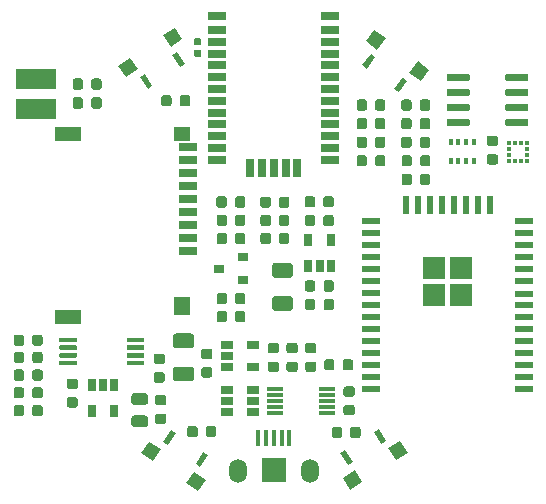
<source format=gbr>
%TF.GenerationSoftware,KiCad,Pcbnew,5.1.5+dfsg1-2~bpo10+1*%
%TF.CreationDate,Date%
%TF.ProjectId,osw,6f73772e-6b69-4636-9164-5f7063625858,2.1*%
%TF.SameCoordinates,Original*%
%TF.FileFunction,Paste,Top*%
%TF.FilePolarity,Positive*%
%FSLAX46Y46*%
G04 Gerber Fmt 4.6, Leading zero omitted, Abs format (unit mm)*
G04 Created by KiCad*
%MOMM*%
%LPD*%
G04 APERTURE LIST*
%ADD10C,0.100000*%
%ADD11R,3.400000X1.700000*%
%ADD12R,0.700000X1.500000*%
%ADD13R,1.500000X0.700000*%
%ADD14R,2.200000X1.200000*%
%ADD15R,1.400000X1.600000*%
%ADD16R,1.400000X1.200000*%
%ADD17R,1.600000X0.700000*%
%ADD18R,0.650000X1.060000*%
%ADD19R,1.060000X0.650000*%
%ADD20R,0.375000X0.350000*%
%ADD21R,0.350000X0.375000*%
%ADD22R,0.350000X0.500000*%
%ADD23R,1.400000X0.300000*%
%ADD24R,0.900000X0.800000*%
%ADD25R,0.400000X1.350000*%
%ADD26O,1.500000X2.000000*%
%ADD27R,2.000000X2.000000*%
%ADD28R,0.600000X1.524000*%
%ADD29R,1.524000X0.600000*%
G04 APERTURE END LIST*
D10*
%TO.C,U7*%
G36*
X174916000Y-110500000D02*
G01*
X176716000Y-110500000D01*
X176716000Y-112300000D01*
X174916000Y-112300000D01*
X174916000Y-110500000D01*
G37*
X174916000Y-110500000D02*
X176716000Y-110500000D01*
X176716000Y-112300000D01*
X174916000Y-112300000D01*
X174916000Y-110500000D01*
G36*
X172616000Y-110500000D02*
G01*
X174416000Y-110500000D01*
X174416000Y-112300000D01*
X172616000Y-112300000D01*
X172616000Y-110500000D01*
G37*
X172616000Y-110500000D02*
X174416000Y-110500000D01*
X174416000Y-112300000D01*
X172616000Y-112300000D01*
X172616000Y-110500000D01*
G36*
X172616000Y-112800000D02*
G01*
X174416000Y-112800000D01*
X174416000Y-114600000D01*
X172616000Y-114600000D01*
X172616000Y-112800000D01*
G37*
X172616000Y-112800000D02*
X174416000Y-112800000D01*
X174416000Y-114600000D01*
X172616000Y-114600000D01*
X172616000Y-112800000D01*
G36*
X174916000Y-112800000D02*
G01*
X176716000Y-112800000D01*
X176716000Y-114600000D01*
X174916000Y-114600000D01*
X174916000Y-112800000D01*
G37*
X174916000Y-112800000D02*
X176716000Y-112800000D01*
X176716000Y-114600000D01*
X174916000Y-114600000D01*
X174916000Y-112800000D01*
%TD*%
%TO.C,R3*%
G36*
X161111191Y-105380553D02*
G01*
X161132426Y-105383703D01*
X161153250Y-105388919D01*
X161173462Y-105396151D01*
X161192868Y-105405330D01*
X161211281Y-105416366D01*
X161228524Y-105429154D01*
X161244430Y-105443570D01*
X161258846Y-105459476D01*
X161271634Y-105476719D01*
X161282670Y-105495132D01*
X161291849Y-105514538D01*
X161299081Y-105534750D01*
X161304297Y-105555574D01*
X161307447Y-105576809D01*
X161308500Y-105598250D01*
X161308500Y-106110750D01*
X161307447Y-106132191D01*
X161304297Y-106153426D01*
X161299081Y-106174250D01*
X161291849Y-106194462D01*
X161282670Y-106213868D01*
X161271634Y-106232281D01*
X161258846Y-106249524D01*
X161244430Y-106265430D01*
X161228524Y-106279846D01*
X161211281Y-106292634D01*
X161192868Y-106303670D01*
X161173462Y-106312849D01*
X161153250Y-106320081D01*
X161132426Y-106325297D01*
X161111191Y-106328447D01*
X161089750Y-106329500D01*
X160652250Y-106329500D01*
X160630809Y-106328447D01*
X160609574Y-106325297D01*
X160588750Y-106320081D01*
X160568538Y-106312849D01*
X160549132Y-106303670D01*
X160530719Y-106292634D01*
X160513476Y-106279846D01*
X160497570Y-106265430D01*
X160483154Y-106249524D01*
X160470366Y-106232281D01*
X160459330Y-106213868D01*
X160450151Y-106194462D01*
X160442919Y-106174250D01*
X160437703Y-106153426D01*
X160434553Y-106132191D01*
X160433500Y-106110750D01*
X160433500Y-105598250D01*
X160434553Y-105576809D01*
X160437703Y-105555574D01*
X160442919Y-105534750D01*
X160450151Y-105514538D01*
X160459330Y-105495132D01*
X160470366Y-105476719D01*
X160483154Y-105459476D01*
X160497570Y-105443570D01*
X160513476Y-105429154D01*
X160530719Y-105416366D01*
X160549132Y-105405330D01*
X160568538Y-105396151D01*
X160588750Y-105388919D01*
X160609574Y-105383703D01*
X160630809Y-105380553D01*
X160652250Y-105379500D01*
X161089750Y-105379500D01*
X161111191Y-105380553D01*
G37*
G36*
X159536191Y-105380553D02*
G01*
X159557426Y-105383703D01*
X159578250Y-105388919D01*
X159598462Y-105396151D01*
X159617868Y-105405330D01*
X159636281Y-105416366D01*
X159653524Y-105429154D01*
X159669430Y-105443570D01*
X159683846Y-105459476D01*
X159696634Y-105476719D01*
X159707670Y-105495132D01*
X159716849Y-105514538D01*
X159724081Y-105534750D01*
X159729297Y-105555574D01*
X159732447Y-105576809D01*
X159733500Y-105598250D01*
X159733500Y-106110750D01*
X159732447Y-106132191D01*
X159729297Y-106153426D01*
X159724081Y-106174250D01*
X159716849Y-106194462D01*
X159707670Y-106213868D01*
X159696634Y-106232281D01*
X159683846Y-106249524D01*
X159669430Y-106265430D01*
X159653524Y-106279846D01*
X159636281Y-106292634D01*
X159617868Y-106303670D01*
X159598462Y-106312849D01*
X159578250Y-106320081D01*
X159557426Y-106325297D01*
X159536191Y-106328447D01*
X159514750Y-106329500D01*
X159077250Y-106329500D01*
X159055809Y-106328447D01*
X159034574Y-106325297D01*
X159013750Y-106320081D01*
X158993538Y-106312849D01*
X158974132Y-106303670D01*
X158955719Y-106292634D01*
X158938476Y-106279846D01*
X158922570Y-106265430D01*
X158908154Y-106249524D01*
X158895366Y-106232281D01*
X158884330Y-106213868D01*
X158875151Y-106194462D01*
X158867919Y-106174250D01*
X158862703Y-106153426D01*
X158859553Y-106132191D01*
X158858500Y-106110750D01*
X158858500Y-105598250D01*
X158859553Y-105576809D01*
X158862703Y-105555574D01*
X158867919Y-105534750D01*
X158875151Y-105514538D01*
X158884330Y-105495132D01*
X158895366Y-105476719D01*
X158908154Y-105459476D01*
X158922570Y-105443570D01*
X158938476Y-105429154D01*
X158955719Y-105416366D01*
X158974132Y-105405330D01*
X158993538Y-105396151D01*
X159013750Y-105388919D01*
X159034574Y-105383703D01*
X159055809Y-105380553D01*
X159077250Y-105379500D01*
X159514750Y-105379500D01*
X159536191Y-105380553D01*
G37*
%TD*%
D11*
%TO.C,J1*%
X139890500Y-95440500D03*
X139890500Y-97980500D03*
%TD*%
D10*
%TO.C,SW2*%
G36*
X167886019Y-94579386D02*
G01*
X167481511Y-94285493D01*
X168186853Y-93314672D01*
X168591361Y-93608565D01*
X167886019Y-94579386D01*
G37*
G36*
X170596226Y-96548467D02*
G01*
X170191718Y-96254574D01*
X170897060Y-95283753D01*
X171301568Y-95577646D01*
X170596226Y-96548467D01*
G37*
G36*
X168757272Y-92936168D02*
G01*
X167786452Y-92230826D01*
X168491794Y-91260006D01*
X169462614Y-91965348D01*
X168757272Y-92936168D01*
G37*
G36*
X172456098Y-95623523D02*
G01*
X171485278Y-94918181D01*
X172190620Y-93947361D01*
X173161440Y-94652703D01*
X172456098Y-95623523D01*
G37*
%TD*%
%TO.C,SW1*%
G36*
X149720838Y-96005081D02*
G01*
X149306319Y-96284678D01*
X148635288Y-95289833D01*
X149049807Y-95010236D01*
X149720838Y-96005081D01*
G37*
G36*
X152498114Y-94131785D02*
G01*
X152083595Y-94411382D01*
X151412564Y-93416537D01*
X151827083Y-93136940D01*
X152498114Y-94131785D01*
G37*
G36*
X148474706Y-94624359D02*
G01*
X147479861Y-95295390D01*
X146808830Y-94300545D01*
X147803675Y-93629514D01*
X148474706Y-94624359D01*
G37*
G36*
X152265065Y-92067729D02*
G01*
X151270220Y-92738760D01*
X150599189Y-91743915D01*
X151594034Y-91072884D01*
X152265065Y-92067729D01*
G37*
%TD*%
%TO.C,SW5*%
G36*
X154042068Y-127009040D02*
G01*
X154456587Y-127288637D01*
X153785556Y-128283482D01*
X153371037Y-128003885D01*
X154042068Y-127009040D01*
G37*
G36*
X151264792Y-125135744D02*
G01*
X151679311Y-125415341D01*
X151008280Y-126410186D01*
X150593761Y-126130589D01*
X151264792Y-125135744D01*
G37*
G36*
X153228693Y-128681662D02*
G01*
X154223538Y-129352693D01*
X153552507Y-130347538D01*
X152557662Y-129676507D01*
X153228693Y-128681662D01*
G37*
G36*
X149438334Y-126125032D02*
G01*
X150433179Y-126796063D01*
X149762148Y-127790908D01*
X148767303Y-127119877D01*
X149438334Y-126125032D01*
G37*
%TD*%
%TO.C,SW4*%
G36*
X168449477Y-125308608D02*
G01*
X168868812Y-125036289D01*
X169522379Y-126042694D01*
X169103044Y-126315013D01*
X168449477Y-125308608D01*
G37*
G36*
X165639930Y-127133149D02*
G01*
X166059265Y-126860830D01*
X166712832Y-127867235D01*
X166293497Y-128139554D01*
X165639930Y-127133149D01*
G37*
G36*
X169671322Y-126710870D02*
G01*
X170677727Y-126057303D01*
X171331294Y-127063708D01*
X170324889Y-127717275D01*
X169671322Y-126710870D01*
G37*
G36*
X165836921Y-129200959D02*
G01*
X166843326Y-128547392D01*
X167496893Y-129553797D01*
X166490488Y-130207364D01*
X165836921Y-129200959D01*
G37*
%TD*%
D12*
%TO.C,U8*%
X160000000Y-103000000D03*
X161000000Y-103000000D03*
X162000000Y-103000000D03*
X159000000Y-103000000D03*
X158000000Y-103000000D03*
D13*
X155220000Y-102275000D03*
X155220000Y-101275000D03*
X155220000Y-100275000D03*
X155220000Y-99275000D03*
X155220000Y-98275000D03*
X155220000Y-97275000D03*
X155220000Y-96275000D03*
X155220000Y-95275000D03*
X155220000Y-94275000D03*
X155220000Y-93275000D03*
X155220000Y-92275000D03*
X155220000Y-91275000D03*
X155220000Y-90125000D03*
X164780000Y-90125000D03*
X164780000Y-93275000D03*
X164780000Y-102275000D03*
X164780000Y-91275000D03*
X164780000Y-98275000D03*
X164780000Y-92275000D03*
X164780000Y-97275000D03*
X164780000Y-94275000D03*
X164780000Y-95275000D03*
X164780000Y-100275000D03*
X164780000Y-96275000D03*
X164780000Y-101275000D03*
X164780000Y-99275000D03*
%TD*%
D10*
%TO.C,R18*%
G36*
X171461491Y-98738453D02*
G01*
X171482726Y-98741603D01*
X171503550Y-98746819D01*
X171523762Y-98754051D01*
X171543168Y-98763230D01*
X171561581Y-98774266D01*
X171578824Y-98787054D01*
X171594730Y-98801470D01*
X171609146Y-98817376D01*
X171621934Y-98834619D01*
X171632970Y-98853032D01*
X171642149Y-98872438D01*
X171649381Y-98892650D01*
X171654597Y-98913474D01*
X171657747Y-98934709D01*
X171658800Y-98956150D01*
X171658800Y-99468650D01*
X171657747Y-99490091D01*
X171654597Y-99511326D01*
X171649381Y-99532150D01*
X171642149Y-99552362D01*
X171632970Y-99571768D01*
X171621934Y-99590181D01*
X171609146Y-99607424D01*
X171594730Y-99623330D01*
X171578824Y-99637746D01*
X171561581Y-99650534D01*
X171543168Y-99661570D01*
X171523762Y-99670749D01*
X171503550Y-99677981D01*
X171482726Y-99683197D01*
X171461491Y-99686347D01*
X171440050Y-99687400D01*
X171002550Y-99687400D01*
X170981109Y-99686347D01*
X170959874Y-99683197D01*
X170939050Y-99677981D01*
X170918838Y-99670749D01*
X170899432Y-99661570D01*
X170881019Y-99650534D01*
X170863776Y-99637746D01*
X170847870Y-99623330D01*
X170833454Y-99607424D01*
X170820666Y-99590181D01*
X170809630Y-99571768D01*
X170800451Y-99552362D01*
X170793219Y-99532150D01*
X170788003Y-99511326D01*
X170784853Y-99490091D01*
X170783800Y-99468650D01*
X170783800Y-98956150D01*
X170784853Y-98934709D01*
X170788003Y-98913474D01*
X170793219Y-98892650D01*
X170800451Y-98872438D01*
X170809630Y-98853032D01*
X170820666Y-98834619D01*
X170833454Y-98817376D01*
X170847870Y-98801470D01*
X170863776Y-98787054D01*
X170881019Y-98774266D01*
X170899432Y-98763230D01*
X170918838Y-98754051D01*
X170939050Y-98746819D01*
X170959874Y-98741603D01*
X170981109Y-98738453D01*
X171002550Y-98737400D01*
X171440050Y-98737400D01*
X171461491Y-98738453D01*
G37*
G36*
X173036491Y-98738453D02*
G01*
X173057726Y-98741603D01*
X173078550Y-98746819D01*
X173098762Y-98754051D01*
X173118168Y-98763230D01*
X173136581Y-98774266D01*
X173153824Y-98787054D01*
X173169730Y-98801470D01*
X173184146Y-98817376D01*
X173196934Y-98834619D01*
X173207970Y-98853032D01*
X173217149Y-98872438D01*
X173224381Y-98892650D01*
X173229597Y-98913474D01*
X173232747Y-98934709D01*
X173233800Y-98956150D01*
X173233800Y-99468650D01*
X173232747Y-99490091D01*
X173229597Y-99511326D01*
X173224381Y-99532150D01*
X173217149Y-99552362D01*
X173207970Y-99571768D01*
X173196934Y-99590181D01*
X173184146Y-99607424D01*
X173169730Y-99623330D01*
X173153824Y-99637746D01*
X173136581Y-99650534D01*
X173118168Y-99661570D01*
X173098762Y-99670749D01*
X173078550Y-99677981D01*
X173057726Y-99683197D01*
X173036491Y-99686347D01*
X173015050Y-99687400D01*
X172577550Y-99687400D01*
X172556109Y-99686347D01*
X172534874Y-99683197D01*
X172514050Y-99677981D01*
X172493838Y-99670749D01*
X172474432Y-99661570D01*
X172456019Y-99650534D01*
X172438776Y-99637746D01*
X172422870Y-99623330D01*
X172408454Y-99607424D01*
X172395666Y-99590181D01*
X172384630Y-99571768D01*
X172375451Y-99552362D01*
X172368219Y-99532150D01*
X172363003Y-99511326D01*
X172359853Y-99490091D01*
X172358800Y-99468650D01*
X172358800Y-98956150D01*
X172359853Y-98934709D01*
X172363003Y-98913474D01*
X172368219Y-98892650D01*
X172375451Y-98872438D01*
X172384630Y-98853032D01*
X172395666Y-98834619D01*
X172408454Y-98817376D01*
X172422870Y-98801470D01*
X172438776Y-98787054D01*
X172456019Y-98774266D01*
X172474432Y-98763230D01*
X172493838Y-98754051D01*
X172514050Y-98746819D01*
X172534874Y-98741603D01*
X172556109Y-98738453D01*
X172577550Y-98737400D01*
X173015050Y-98737400D01*
X173036491Y-98738453D01*
G37*
%TD*%
%TO.C,C11*%
G36*
X171461491Y-97163653D02*
G01*
X171482726Y-97166803D01*
X171503550Y-97172019D01*
X171523762Y-97179251D01*
X171543168Y-97188430D01*
X171561581Y-97199466D01*
X171578824Y-97212254D01*
X171594730Y-97226670D01*
X171609146Y-97242576D01*
X171621934Y-97259819D01*
X171632970Y-97278232D01*
X171642149Y-97297638D01*
X171649381Y-97317850D01*
X171654597Y-97338674D01*
X171657747Y-97359909D01*
X171658800Y-97381350D01*
X171658800Y-97893850D01*
X171657747Y-97915291D01*
X171654597Y-97936526D01*
X171649381Y-97957350D01*
X171642149Y-97977562D01*
X171632970Y-97996968D01*
X171621934Y-98015381D01*
X171609146Y-98032624D01*
X171594730Y-98048530D01*
X171578824Y-98062946D01*
X171561581Y-98075734D01*
X171543168Y-98086770D01*
X171523762Y-98095949D01*
X171503550Y-98103181D01*
X171482726Y-98108397D01*
X171461491Y-98111547D01*
X171440050Y-98112600D01*
X171002550Y-98112600D01*
X170981109Y-98111547D01*
X170959874Y-98108397D01*
X170939050Y-98103181D01*
X170918838Y-98095949D01*
X170899432Y-98086770D01*
X170881019Y-98075734D01*
X170863776Y-98062946D01*
X170847870Y-98048530D01*
X170833454Y-98032624D01*
X170820666Y-98015381D01*
X170809630Y-97996968D01*
X170800451Y-97977562D01*
X170793219Y-97957350D01*
X170788003Y-97936526D01*
X170784853Y-97915291D01*
X170783800Y-97893850D01*
X170783800Y-97381350D01*
X170784853Y-97359909D01*
X170788003Y-97338674D01*
X170793219Y-97317850D01*
X170800451Y-97297638D01*
X170809630Y-97278232D01*
X170820666Y-97259819D01*
X170833454Y-97242576D01*
X170847870Y-97226670D01*
X170863776Y-97212254D01*
X170881019Y-97199466D01*
X170899432Y-97188430D01*
X170918838Y-97179251D01*
X170939050Y-97172019D01*
X170959874Y-97166803D01*
X170981109Y-97163653D01*
X171002550Y-97162600D01*
X171440050Y-97162600D01*
X171461491Y-97163653D01*
G37*
G36*
X173036491Y-97163653D02*
G01*
X173057726Y-97166803D01*
X173078550Y-97172019D01*
X173098762Y-97179251D01*
X173118168Y-97188430D01*
X173136581Y-97199466D01*
X173153824Y-97212254D01*
X173169730Y-97226670D01*
X173184146Y-97242576D01*
X173196934Y-97259819D01*
X173207970Y-97278232D01*
X173217149Y-97297638D01*
X173224381Y-97317850D01*
X173229597Y-97338674D01*
X173232747Y-97359909D01*
X173233800Y-97381350D01*
X173233800Y-97893850D01*
X173232747Y-97915291D01*
X173229597Y-97936526D01*
X173224381Y-97957350D01*
X173217149Y-97977562D01*
X173207970Y-97996968D01*
X173196934Y-98015381D01*
X173184146Y-98032624D01*
X173169730Y-98048530D01*
X173153824Y-98062946D01*
X173136581Y-98075734D01*
X173118168Y-98086770D01*
X173098762Y-98095949D01*
X173078550Y-98103181D01*
X173057726Y-98108397D01*
X173036491Y-98111547D01*
X173015050Y-98112600D01*
X172577550Y-98112600D01*
X172556109Y-98111547D01*
X172534874Y-98108397D01*
X172514050Y-98103181D01*
X172493838Y-98095949D01*
X172474432Y-98086770D01*
X172456019Y-98075734D01*
X172438776Y-98062946D01*
X172422870Y-98048530D01*
X172408454Y-98032624D01*
X172395666Y-98015381D01*
X172384630Y-97996968D01*
X172375451Y-97977562D01*
X172368219Y-97957350D01*
X172363003Y-97936526D01*
X172359853Y-97915291D01*
X172358800Y-97893850D01*
X172358800Y-97381350D01*
X172359853Y-97359909D01*
X172363003Y-97338674D01*
X172368219Y-97317850D01*
X172375451Y-97297638D01*
X172384630Y-97278232D01*
X172395666Y-97259819D01*
X172408454Y-97242576D01*
X172422870Y-97226670D01*
X172438776Y-97212254D01*
X172456019Y-97199466D01*
X172474432Y-97188430D01*
X172493838Y-97179251D01*
X172514050Y-97172019D01*
X172534874Y-97166803D01*
X172556109Y-97163653D01*
X172577550Y-97162600D01*
X173015050Y-97162600D01*
X173036491Y-97163653D01*
G37*
%TD*%
%TO.C,C21*%
G36*
X169251791Y-97163653D02*
G01*
X169273026Y-97166803D01*
X169293850Y-97172019D01*
X169314062Y-97179251D01*
X169333468Y-97188430D01*
X169351881Y-97199466D01*
X169369124Y-97212254D01*
X169385030Y-97226670D01*
X169399446Y-97242576D01*
X169412234Y-97259819D01*
X169423270Y-97278232D01*
X169432449Y-97297638D01*
X169439681Y-97317850D01*
X169444897Y-97338674D01*
X169448047Y-97359909D01*
X169449100Y-97381350D01*
X169449100Y-97893850D01*
X169448047Y-97915291D01*
X169444897Y-97936526D01*
X169439681Y-97957350D01*
X169432449Y-97977562D01*
X169423270Y-97996968D01*
X169412234Y-98015381D01*
X169399446Y-98032624D01*
X169385030Y-98048530D01*
X169369124Y-98062946D01*
X169351881Y-98075734D01*
X169333468Y-98086770D01*
X169314062Y-98095949D01*
X169293850Y-98103181D01*
X169273026Y-98108397D01*
X169251791Y-98111547D01*
X169230350Y-98112600D01*
X168792850Y-98112600D01*
X168771409Y-98111547D01*
X168750174Y-98108397D01*
X168729350Y-98103181D01*
X168709138Y-98095949D01*
X168689732Y-98086770D01*
X168671319Y-98075734D01*
X168654076Y-98062946D01*
X168638170Y-98048530D01*
X168623754Y-98032624D01*
X168610966Y-98015381D01*
X168599930Y-97996968D01*
X168590751Y-97977562D01*
X168583519Y-97957350D01*
X168578303Y-97936526D01*
X168575153Y-97915291D01*
X168574100Y-97893850D01*
X168574100Y-97381350D01*
X168575153Y-97359909D01*
X168578303Y-97338674D01*
X168583519Y-97317850D01*
X168590751Y-97297638D01*
X168599930Y-97278232D01*
X168610966Y-97259819D01*
X168623754Y-97242576D01*
X168638170Y-97226670D01*
X168654076Y-97212254D01*
X168671319Y-97199466D01*
X168689732Y-97188430D01*
X168709138Y-97179251D01*
X168729350Y-97172019D01*
X168750174Y-97166803D01*
X168771409Y-97163653D01*
X168792850Y-97162600D01*
X169230350Y-97162600D01*
X169251791Y-97163653D01*
G37*
G36*
X167676791Y-97163653D02*
G01*
X167698026Y-97166803D01*
X167718850Y-97172019D01*
X167739062Y-97179251D01*
X167758468Y-97188430D01*
X167776881Y-97199466D01*
X167794124Y-97212254D01*
X167810030Y-97226670D01*
X167824446Y-97242576D01*
X167837234Y-97259819D01*
X167848270Y-97278232D01*
X167857449Y-97297638D01*
X167864681Y-97317850D01*
X167869897Y-97338674D01*
X167873047Y-97359909D01*
X167874100Y-97381350D01*
X167874100Y-97893850D01*
X167873047Y-97915291D01*
X167869897Y-97936526D01*
X167864681Y-97957350D01*
X167857449Y-97977562D01*
X167848270Y-97996968D01*
X167837234Y-98015381D01*
X167824446Y-98032624D01*
X167810030Y-98048530D01*
X167794124Y-98062946D01*
X167776881Y-98075734D01*
X167758468Y-98086770D01*
X167739062Y-98095949D01*
X167718850Y-98103181D01*
X167698026Y-98108397D01*
X167676791Y-98111547D01*
X167655350Y-98112600D01*
X167217850Y-98112600D01*
X167196409Y-98111547D01*
X167175174Y-98108397D01*
X167154350Y-98103181D01*
X167134138Y-98095949D01*
X167114732Y-98086770D01*
X167096319Y-98075734D01*
X167079076Y-98062946D01*
X167063170Y-98048530D01*
X167048754Y-98032624D01*
X167035966Y-98015381D01*
X167024930Y-97996968D01*
X167015751Y-97977562D01*
X167008519Y-97957350D01*
X167003303Y-97936526D01*
X167000153Y-97915291D01*
X166999100Y-97893850D01*
X166999100Y-97381350D01*
X167000153Y-97359909D01*
X167003303Y-97338674D01*
X167008519Y-97317850D01*
X167015751Y-97297638D01*
X167024930Y-97278232D01*
X167035966Y-97259819D01*
X167048754Y-97242576D01*
X167063170Y-97226670D01*
X167079076Y-97212254D01*
X167096319Y-97199466D01*
X167114732Y-97188430D01*
X167134138Y-97179251D01*
X167154350Y-97172019D01*
X167175174Y-97166803D01*
X167196409Y-97163653D01*
X167217850Y-97162600D01*
X167655350Y-97162600D01*
X167676791Y-97163653D01*
G37*
%TD*%
%TO.C,C22*%
G36*
X157402791Y-106917253D02*
G01*
X157424026Y-106920403D01*
X157444850Y-106925619D01*
X157465062Y-106932851D01*
X157484468Y-106942030D01*
X157502881Y-106953066D01*
X157520124Y-106965854D01*
X157536030Y-106980270D01*
X157550446Y-106996176D01*
X157563234Y-107013419D01*
X157574270Y-107031832D01*
X157583449Y-107051238D01*
X157590681Y-107071450D01*
X157595897Y-107092274D01*
X157599047Y-107113509D01*
X157600100Y-107134950D01*
X157600100Y-107647450D01*
X157599047Y-107668891D01*
X157595897Y-107690126D01*
X157590681Y-107710950D01*
X157583449Y-107731162D01*
X157574270Y-107750568D01*
X157563234Y-107768981D01*
X157550446Y-107786224D01*
X157536030Y-107802130D01*
X157520124Y-107816546D01*
X157502881Y-107829334D01*
X157484468Y-107840370D01*
X157465062Y-107849549D01*
X157444850Y-107856781D01*
X157424026Y-107861997D01*
X157402791Y-107865147D01*
X157381350Y-107866200D01*
X156943850Y-107866200D01*
X156922409Y-107865147D01*
X156901174Y-107861997D01*
X156880350Y-107856781D01*
X156860138Y-107849549D01*
X156840732Y-107840370D01*
X156822319Y-107829334D01*
X156805076Y-107816546D01*
X156789170Y-107802130D01*
X156774754Y-107786224D01*
X156761966Y-107768981D01*
X156750930Y-107750568D01*
X156741751Y-107731162D01*
X156734519Y-107710950D01*
X156729303Y-107690126D01*
X156726153Y-107668891D01*
X156725100Y-107647450D01*
X156725100Y-107134950D01*
X156726153Y-107113509D01*
X156729303Y-107092274D01*
X156734519Y-107071450D01*
X156741751Y-107051238D01*
X156750930Y-107031832D01*
X156761966Y-107013419D01*
X156774754Y-106996176D01*
X156789170Y-106980270D01*
X156805076Y-106965854D01*
X156822319Y-106953066D01*
X156840732Y-106942030D01*
X156860138Y-106932851D01*
X156880350Y-106925619D01*
X156901174Y-106920403D01*
X156922409Y-106917253D01*
X156943850Y-106916200D01*
X157381350Y-106916200D01*
X157402791Y-106917253D01*
G37*
G36*
X155827791Y-106917253D02*
G01*
X155849026Y-106920403D01*
X155869850Y-106925619D01*
X155890062Y-106932851D01*
X155909468Y-106942030D01*
X155927881Y-106953066D01*
X155945124Y-106965854D01*
X155961030Y-106980270D01*
X155975446Y-106996176D01*
X155988234Y-107013419D01*
X155999270Y-107031832D01*
X156008449Y-107051238D01*
X156015681Y-107071450D01*
X156020897Y-107092274D01*
X156024047Y-107113509D01*
X156025100Y-107134950D01*
X156025100Y-107647450D01*
X156024047Y-107668891D01*
X156020897Y-107690126D01*
X156015681Y-107710950D01*
X156008449Y-107731162D01*
X155999270Y-107750568D01*
X155988234Y-107768981D01*
X155975446Y-107786224D01*
X155961030Y-107802130D01*
X155945124Y-107816546D01*
X155927881Y-107829334D01*
X155909468Y-107840370D01*
X155890062Y-107849549D01*
X155869850Y-107856781D01*
X155849026Y-107861997D01*
X155827791Y-107865147D01*
X155806350Y-107866200D01*
X155368850Y-107866200D01*
X155347409Y-107865147D01*
X155326174Y-107861997D01*
X155305350Y-107856781D01*
X155285138Y-107849549D01*
X155265732Y-107840370D01*
X155247319Y-107829334D01*
X155230076Y-107816546D01*
X155214170Y-107802130D01*
X155199754Y-107786224D01*
X155186966Y-107768981D01*
X155175930Y-107750568D01*
X155166751Y-107731162D01*
X155159519Y-107710950D01*
X155154303Y-107690126D01*
X155151153Y-107668891D01*
X155150100Y-107647450D01*
X155150100Y-107134950D01*
X155151153Y-107113509D01*
X155154303Y-107092274D01*
X155159519Y-107071450D01*
X155166751Y-107051238D01*
X155175930Y-107031832D01*
X155186966Y-107013419D01*
X155199754Y-106996176D01*
X155214170Y-106980270D01*
X155230076Y-106965854D01*
X155247319Y-106953066D01*
X155265732Y-106942030D01*
X155285138Y-106932851D01*
X155305350Y-106925619D01*
X155326174Y-106920403D01*
X155347409Y-106917253D01*
X155368850Y-106916200D01*
X155806350Y-106916200D01*
X155827791Y-106917253D01*
G37*
%TD*%
%TO.C,C20*%
G36*
X169251791Y-98738453D02*
G01*
X169273026Y-98741603D01*
X169293850Y-98746819D01*
X169314062Y-98754051D01*
X169333468Y-98763230D01*
X169351881Y-98774266D01*
X169369124Y-98787054D01*
X169385030Y-98801470D01*
X169399446Y-98817376D01*
X169412234Y-98834619D01*
X169423270Y-98853032D01*
X169432449Y-98872438D01*
X169439681Y-98892650D01*
X169444897Y-98913474D01*
X169448047Y-98934709D01*
X169449100Y-98956150D01*
X169449100Y-99468650D01*
X169448047Y-99490091D01*
X169444897Y-99511326D01*
X169439681Y-99532150D01*
X169432449Y-99552362D01*
X169423270Y-99571768D01*
X169412234Y-99590181D01*
X169399446Y-99607424D01*
X169385030Y-99623330D01*
X169369124Y-99637746D01*
X169351881Y-99650534D01*
X169333468Y-99661570D01*
X169314062Y-99670749D01*
X169293850Y-99677981D01*
X169273026Y-99683197D01*
X169251791Y-99686347D01*
X169230350Y-99687400D01*
X168792850Y-99687400D01*
X168771409Y-99686347D01*
X168750174Y-99683197D01*
X168729350Y-99677981D01*
X168709138Y-99670749D01*
X168689732Y-99661570D01*
X168671319Y-99650534D01*
X168654076Y-99637746D01*
X168638170Y-99623330D01*
X168623754Y-99607424D01*
X168610966Y-99590181D01*
X168599930Y-99571768D01*
X168590751Y-99552362D01*
X168583519Y-99532150D01*
X168578303Y-99511326D01*
X168575153Y-99490091D01*
X168574100Y-99468650D01*
X168574100Y-98956150D01*
X168575153Y-98934709D01*
X168578303Y-98913474D01*
X168583519Y-98892650D01*
X168590751Y-98872438D01*
X168599930Y-98853032D01*
X168610966Y-98834619D01*
X168623754Y-98817376D01*
X168638170Y-98801470D01*
X168654076Y-98787054D01*
X168671319Y-98774266D01*
X168689732Y-98763230D01*
X168709138Y-98754051D01*
X168729350Y-98746819D01*
X168750174Y-98741603D01*
X168771409Y-98738453D01*
X168792850Y-98737400D01*
X169230350Y-98737400D01*
X169251791Y-98738453D01*
G37*
G36*
X167676791Y-98738453D02*
G01*
X167698026Y-98741603D01*
X167718850Y-98746819D01*
X167739062Y-98754051D01*
X167758468Y-98763230D01*
X167776881Y-98774266D01*
X167794124Y-98787054D01*
X167810030Y-98801470D01*
X167824446Y-98817376D01*
X167837234Y-98834619D01*
X167848270Y-98853032D01*
X167857449Y-98872438D01*
X167864681Y-98892650D01*
X167869897Y-98913474D01*
X167873047Y-98934709D01*
X167874100Y-98956150D01*
X167874100Y-99468650D01*
X167873047Y-99490091D01*
X167869897Y-99511326D01*
X167864681Y-99532150D01*
X167857449Y-99552362D01*
X167848270Y-99571768D01*
X167837234Y-99590181D01*
X167824446Y-99607424D01*
X167810030Y-99623330D01*
X167794124Y-99637746D01*
X167776881Y-99650534D01*
X167758468Y-99661570D01*
X167739062Y-99670749D01*
X167718850Y-99677981D01*
X167698026Y-99683197D01*
X167676791Y-99686347D01*
X167655350Y-99687400D01*
X167217850Y-99687400D01*
X167196409Y-99686347D01*
X167175174Y-99683197D01*
X167154350Y-99677981D01*
X167134138Y-99670749D01*
X167114732Y-99661570D01*
X167096319Y-99650534D01*
X167079076Y-99637746D01*
X167063170Y-99623330D01*
X167048754Y-99607424D01*
X167035966Y-99590181D01*
X167024930Y-99571768D01*
X167015751Y-99552362D01*
X167008519Y-99532150D01*
X167003303Y-99511326D01*
X167000153Y-99490091D01*
X166999100Y-99468650D01*
X166999100Y-98956150D01*
X167000153Y-98934709D01*
X167003303Y-98913474D01*
X167008519Y-98892650D01*
X167015751Y-98872438D01*
X167024930Y-98853032D01*
X167035966Y-98834619D01*
X167048754Y-98817376D01*
X167063170Y-98801470D01*
X167079076Y-98787054D01*
X167096319Y-98774266D01*
X167114732Y-98763230D01*
X167134138Y-98754051D01*
X167154350Y-98746819D01*
X167175174Y-98741603D01*
X167196409Y-98738453D01*
X167217850Y-98737400D01*
X167655350Y-98737400D01*
X167676791Y-98738453D01*
G37*
%TD*%
D14*
%TO.C,XS1*%
X142600000Y-115550000D03*
X142600000Y-100050000D03*
D15*
X152200000Y-114650000D03*
D16*
X152200000Y-100050000D03*
D17*
X152700000Y-101200000D03*
X152700000Y-103400000D03*
X152700000Y-102300000D03*
X152700000Y-104500000D03*
X152700000Y-105600000D03*
X152700000Y-106700000D03*
X152700000Y-110000000D03*
X152700000Y-108900000D03*
X152700000Y-107800000D03*
%TD*%
D10*
%TO.C,R5*%
G36*
X153729958Y-92953910D02*
G01*
X153744276Y-92956034D01*
X153758317Y-92959551D01*
X153771946Y-92964428D01*
X153785031Y-92970617D01*
X153797447Y-92978058D01*
X153809073Y-92986681D01*
X153819798Y-92996402D01*
X153829519Y-93007127D01*
X153838142Y-93018753D01*
X153845583Y-93031169D01*
X153851772Y-93044254D01*
X153856649Y-93057883D01*
X153860166Y-93071924D01*
X153862290Y-93086242D01*
X153863000Y-93100700D01*
X153863000Y-93395700D01*
X153862290Y-93410158D01*
X153860166Y-93424476D01*
X153856649Y-93438517D01*
X153851772Y-93452146D01*
X153845583Y-93465231D01*
X153838142Y-93477647D01*
X153829519Y-93489273D01*
X153819798Y-93499998D01*
X153809073Y-93509719D01*
X153797447Y-93518342D01*
X153785031Y-93525783D01*
X153771946Y-93531972D01*
X153758317Y-93536849D01*
X153744276Y-93540366D01*
X153729958Y-93542490D01*
X153715500Y-93543200D01*
X153370500Y-93543200D01*
X153356042Y-93542490D01*
X153341724Y-93540366D01*
X153327683Y-93536849D01*
X153314054Y-93531972D01*
X153300969Y-93525783D01*
X153288553Y-93518342D01*
X153276927Y-93509719D01*
X153266202Y-93499998D01*
X153256481Y-93489273D01*
X153247858Y-93477647D01*
X153240417Y-93465231D01*
X153234228Y-93452146D01*
X153229351Y-93438517D01*
X153225834Y-93424476D01*
X153223710Y-93410158D01*
X153223000Y-93395700D01*
X153223000Y-93100700D01*
X153223710Y-93086242D01*
X153225834Y-93071924D01*
X153229351Y-93057883D01*
X153234228Y-93044254D01*
X153240417Y-93031169D01*
X153247858Y-93018753D01*
X153256481Y-93007127D01*
X153266202Y-92996402D01*
X153276927Y-92986681D01*
X153288553Y-92978058D01*
X153300969Y-92970617D01*
X153314054Y-92964428D01*
X153327683Y-92959551D01*
X153341724Y-92956034D01*
X153356042Y-92953910D01*
X153370500Y-92953200D01*
X153715500Y-92953200D01*
X153729958Y-92953910D01*
G37*
G36*
X153729958Y-91983910D02*
G01*
X153744276Y-91986034D01*
X153758317Y-91989551D01*
X153771946Y-91994428D01*
X153785031Y-92000617D01*
X153797447Y-92008058D01*
X153809073Y-92016681D01*
X153819798Y-92026402D01*
X153829519Y-92037127D01*
X153838142Y-92048753D01*
X153845583Y-92061169D01*
X153851772Y-92074254D01*
X153856649Y-92087883D01*
X153860166Y-92101924D01*
X153862290Y-92116242D01*
X153863000Y-92130700D01*
X153863000Y-92425700D01*
X153862290Y-92440158D01*
X153860166Y-92454476D01*
X153856649Y-92468517D01*
X153851772Y-92482146D01*
X153845583Y-92495231D01*
X153838142Y-92507647D01*
X153829519Y-92519273D01*
X153819798Y-92529998D01*
X153809073Y-92539719D01*
X153797447Y-92548342D01*
X153785031Y-92555783D01*
X153771946Y-92561972D01*
X153758317Y-92566849D01*
X153744276Y-92570366D01*
X153729958Y-92572490D01*
X153715500Y-92573200D01*
X153370500Y-92573200D01*
X153356042Y-92572490D01*
X153341724Y-92570366D01*
X153327683Y-92566849D01*
X153314054Y-92561972D01*
X153300969Y-92555783D01*
X153288553Y-92548342D01*
X153276927Y-92539719D01*
X153266202Y-92529998D01*
X153256481Y-92519273D01*
X153247858Y-92507647D01*
X153240417Y-92495231D01*
X153234228Y-92482146D01*
X153229351Y-92468517D01*
X153225834Y-92454476D01*
X153223710Y-92440158D01*
X153223000Y-92425700D01*
X153223000Y-92130700D01*
X153223710Y-92116242D01*
X153225834Y-92101924D01*
X153229351Y-92087883D01*
X153234228Y-92074254D01*
X153240417Y-92061169D01*
X153247858Y-92048753D01*
X153256481Y-92037127D01*
X153266202Y-92026402D01*
X153276927Y-92016681D01*
X153288553Y-92008058D01*
X153300969Y-92000617D01*
X153314054Y-91994428D01*
X153327683Y-91989551D01*
X153341724Y-91986034D01*
X153356042Y-91983910D01*
X153370500Y-91983200D01*
X153715500Y-91983200D01*
X153729958Y-91983910D01*
G37*
%TD*%
D18*
%TO.C,U13*%
X162918100Y-109047100D03*
X164818100Y-109047100D03*
X164818100Y-111247100D03*
X163868100Y-111247100D03*
X162918100Y-111247100D03*
%TD*%
D19*
%TO.C,U12*%
X155999000Y-122682000D03*
X155999000Y-123632000D03*
X155999000Y-121732000D03*
X158199000Y-121732000D03*
X158199000Y-122682000D03*
X158199000Y-123632000D03*
%TD*%
%TO.C,U10*%
X158199000Y-117922000D03*
X158199000Y-119822000D03*
X155999000Y-119822000D03*
X155999000Y-118872000D03*
X155999000Y-117922000D03*
%TD*%
D10*
%TO.C,R22*%
G36*
X155827791Y-115070653D02*
G01*
X155849026Y-115073803D01*
X155869850Y-115079019D01*
X155890062Y-115086251D01*
X155909468Y-115095430D01*
X155927881Y-115106466D01*
X155945124Y-115119254D01*
X155961030Y-115133670D01*
X155975446Y-115149576D01*
X155988234Y-115166819D01*
X155999270Y-115185232D01*
X156008449Y-115204638D01*
X156015681Y-115224850D01*
X156020897Y-115245674D01*
X156024047Y-115266909D01*
X156025100Y-115288350D01*
X156025100Y-115800850D01*
X156024047Y-115822291D01*
X156020897Y-115843526D01*
X156015681Y-115864350D01*
X156008449Y-115884562D01*
X155999270Y-115903968D01*
X155988234Y-115922381D01*
X155975446Y-115939624D01*
X155961030Y-115955530D01*
X155945124Y-115969946D01*
X155927881Y-115982734D01*
X155909468Y-115993770D01*
X155890062Y-116002949D01*
X155869850Y-116010181D01*
X155849026Y-116015397D01*
X155827791Y-116018547D01*
X155806350Y-116019600D01*
X155368850Y-116019600D01*
X155347409Y-116018547D01*
X155326174Y-116015397D01*
X155305350Y-116010181D01*
X155285138Y-116002949D01*
X155265732Y-115993770D01*
X155247319Y-115982734D01*
X155230076Y-115969946D01*
X155214170Y-115955530D01*
X155199754Y-115939624D01*
X155186966Y-115922381D01*
X155175930Y-115903968D01*
X155166751Y-115884562D01*
X155159519Y-115864350D01*
X155154303Y-115843526D01*
X155151153Y-115822291D01*
X155150100Y-115800850D01*
X155150100Y-115288350D01*
X155151153Y-115266909D01*
X155154303Y-115245674D01*
X155159519Y-115224850D01*
X155166751Y-115204638D01*
X155175930Y-115185232D01*
X155186966Y-115166819D01*
X155199754Y-115149576D01*
X155214170Y-115133670D01*
X155230076Y-115119254D01*
X155247319Y-115106466D01*
X155265732Y-115095430D01*
X155285138Y-115086251D01*
X155305350Y-115079019D01*
X155326174Y-115073803D01*
X155347409Y-115070653D01*
X155368850Y-115069600D01*
X155806350Y-115069600D01*
X155827791Y-115070653D01*
G37*
G36*
X157402791Y-115070653D02*
G01*
X157424026Y-115073803D01*
X157444850Y-115079019D01*
X157465062Y-115086251D01*
X157484468Y-115095430D01*
X157502881Y-115106466D01*
X157520124Y-115119254D01*
X157536030Y-115133670D01*
X157550446Y-115149576D01*
X157563234Y-115166819D01*
X157574270Y-115185232D01*
X157583449Y-115204638D01*
X157590681Y-115224850D01*
X157595897Y-115245674D01*
X157599047Y-115266909D01*
X157600100Y-115288350D01*
X157600100Y-115800850D01*
X157599047Y-115822291D01*
X157595897Y-115843526D01*
X157590681Y-115864350D01*
X157583449Y-115884562D01*
X157574270Y-115903968D01*
X157563234Y-115922381D01*
X157550446Y-115939624D01*
X157536030Y-115955530D01*
X157520124Y-115969946D01*
X157502881Y-115982734D01*
X157484468Y-115993770D01*
X157465062Y-116002949D01*
X157444850Y-116010181D01*
X157424026Y-116015397D01*
X157402791Y-116018547D01*
X157381350Y-116019600D01*
X156943850Y-116019600D01*
X156922409Y-116018547D01*
X156901174Y-116015397D01*
X156880350Y-116010181D01*
X156860138Y-116002949D01*
X156840732Y-115993770D01*
X156822319Y-115982734D01*
X156805076Y-115969946D01*
X156789170Y-115955530D01*
X156774754Y-115939624D01*
X156761966Y-115922381D01*
X156750930Y-115903968D01*
X156741751Y-115884562D01*
X156734519Y-115864350D01*
X156729303Y-115843526D01*
X156726153Y-115822291D01*
X156725100Y-115800850D01*
X156725100Y-115288350D01*
X156726153Y-115266909D01*
X156729303Y-115245674D01*
X156734519Y-115224850D01*
X156741751Y-115204638D01*
X156750930Y-115185232D01*
X156761966Y-115166819D01*
X156774754Y-115149576D01*
X156789170Y-115133670D01*
X156805076Y-115119254D01*
X156822319Y-115106466D01*
X156840732Y-115095430D01*
X156860138Y-115086251D01*
X156880350Y-115079019D01*
X156901174Y-115073803D01*
X156922409Y-115070653D01*
X156943850Y-115069600D01*
X157381350Y-115069600D01*
X157402791Y-115070653D01*
G37*
%TD*%
%TO.C,R21*%
G36*
X157402791Y-113546653D02*
G01*
X157424026Y-113549803D01*
X157444850Y-113555019D01*
X157465062Y-113562251D01*
X157484468Y-113571430D01*
X157502881Y-113582466D01*
X157520124Y-113595254D01*
X157536030Y-113609670D01*
X157550446Y-113625576D01*
X157563234Y-113642819D01*
X157574270Y-113661232D01*
X157583449Y-113680638D01*
X157590681Y-113700850D01*
X157595897Y-113721674D01*
X157599047Y-113742909D01*
X157600100Y-113764350D01*
X157600100Y-114276850D01*
X157599047Y-114298291D01*
X157595897Y-114319526D01*
X157590681Y-114340350D01*
X157583449Y-114360562D01*
X157574270Y-114379968D01*
X157563234Y-114398381D01*
X157550446Y-114415624D01*
X157536030Y-114431530D01*
X157520124Y-114445946D01*
X157502881Y-114458734D01*
X157484468Y-114469770D01*
X157465062Y-114478949D01*
X157444850Y-114486181D01*
X157424026Y-114491397D01*
X157402791Y-114494547D01*
X157381350Y-114495600D01*
X156943850Y-114495600D01*
X156922409Y-114494547D01*
X156901174Y-114491397D01*
X156880350Y-114486181D01*
X156860138Y-114478949D01*
X156840732Y-114469770D01*
X156822319Y-114458734D01*
X156805076Y-114445946D01*
X156789170Y-114431530D01*
X156774754Y-114415624D01*
X156761966Y-114398381D01*
X156750930Y-114379968D01*
X156741751Y-114360562D01*
X156734519Y-114340350D01*
X156729303Y-114319526D01*
X156726153Y-114298291D01*
X156725100Y-114276850D01*
X156725100Y-113764350D01*
X156726153Y-113742909D01*
X156729303Y-113721674D01*
X156734519Y-113700850D01*
X156741751Y-113680638D01*
X156750930Y-113661232D01*
X156761966Y-113642819D01*
X156774754Y-113625576D01*
X156789170Y-113609670D01*
X156805076Y-113595254D01*
X156822319Y-113582466D01*
X156840732Y-113571430D01*
X156860138Y-113562251D01*
X156880350Y-113555019D01*
X156901174Y-113549803D01*
X156922409Y-113546653D01*
X156943850Y-113545600D01*
X157381350Y-113545600D01*
X157402791Y-113546653D01*
G37*
G36*
X155827791Y-113546653D02*
G01*
X155849026Y-113549803D01*
X155869850Y-113555019D01*
X155890062Y-113562251D01*
X155909468Y-113571430D01*
X155927881Y-113582466D01*
X155945124Y-113595254D01*
X155961030Y-113609670D01*
X155975446Y-113625576D01*
X155988234Y-113642819D01*
X155999270Y-113661232D01*
X156008449Y-113680638D01*
X156015681Y-113700850D01*
X156020897Y-113721674D01*
X156024047Y-113742909D01*
X156025100Y-113764350D01*
X156025100Y-114276850D01*
X156024047Y-114298291D01*
X156020897Y-114319526D01*
X156015681Y-114340350D01*
X156008449Y-114360562D01*
X155999270Y-114379968D01*
X155988234Y-114398381D01*
X155975446Y-114415624D01*
X155961030Y-114431530D01*
X155945124Y-114445946D01*
X155927881Y-114458734D01*
X155909468Y-114469770D01*
X155890062Y-114478949D01*
X155869850Y-114486181D01*
X155849026Y-114491397D01*
X155827791Y-114494547D01*
X155806350Y-114495600D01*
X155368850Y-114495600D01*
X155347409Y-114494547D01*
X155326174Y-114491397D01*
X155305350Y-114486181D01*
X155285138Y-114478949D01*
X155265732Y-114469770D01*
X155247319Y-114458734D01*
X155230076Y-114445946D01*
X155214170Y-114431530D01*
X155199754Y-114415624D01*
X155186966Y-114398381D01*
X155175930Y-114379968D01*
X155166751Y-114360562D01*
X155159519Y-114340350D01*
X155154303Y-114319526D01*
X155151153Y-114298291D01*
X155150100Y-114276850D01*
X155150100Y-113764350D01*
X155151153Y-113742909D01*
X155154303Y-113721674D01*
X155159519Y-113700850D01*
X155166751Y-113680638D01*
X155175930Y-113661232D01*
X155186966Y-113642819D01*
X155199754Y-113625576D01*
X155214170Y-113609670D01*
X155230076Y-113595254D01*
X155247319Y-113582466D01*
X155265732Y-113571430D01*
X155285138Y-113562251D01*
X155305350Y-113555019D01*
X155326174Y-113549803D01*
X155347409Y-113546653D01*
X155368850Y-113545600D01*
X155806350Y-113545600D01*
X155827791Y-113546653D01*
G37*
%TD*%
%TO.C,R20*%
G36*
X164883091Y-114054653D02*
G01*
X164904326Y-114057803D01*
X164925150Y-114063019D01*
X164945362Y-114070251D01*
X164964768Y-114079430D01*
X164983181Y-114090466D01*
X165000424Y-114103254D01*
X165016330Y-114117670D01*
X165030746Y-114133576D01*
X165043534Y-114150819D01*
X165054570Y-114169232D01*
X165063749Y-114188638D01*
X165070981Y-114208850D01*
X165076197Y-114229674D01*
X165079347Y-114250909D01*
X165080400Y-114272350D01*
X165080400Y-114784850D01*
X165079347Y-114806291D01*
X165076197Y-114827526D01*
X165070981Y-114848350D01*
X165063749Y-114868562D01*
X165054570Y-114887968D01*
X165043534Y-114906381D01*
X165030746Y-114923624D01*
X165016330Y-114939530D01*
X165000424Y-114953946D01*
X164983181Y-114966734D01*
X164964768Y-114977770D01*
X164945362Y-114986949D01*
X164925150Y-114994181D01*
X164904326Y-114999397D01*
X164883091Y-115002547D01*
X164861650Y-115003600D01*
X164424150Y-115003600D01*
X164402709Y-115002547D01*
X164381474Y-114999397D01*
X164360650Y-114994181D01*
X164340438Y-114986949D01*
X164321032Y-114977770D01*
X164302619Y-114966734D01*
X164285376Y-114953946D01*
X164269470Y-114939530D01*
X164255054Y-114923624D01*
X164242266Y-114906381D01*
X164231230Y-114887968D01*
X164222051Y-114868562D01*
X164214819Y-114848350D01*
X164209603Y-114827526D01*
X164206453Y-114806291D01*
X164205400Y-114784850D01*
X164205400Y-114272350D01*
X164206453Y-114250909D01*
X164209603Y-114229674D01*
X164214819Y-114208850D01*
X164222051Y-114188638D01*
X164231230Y-114169232D01*
X164242266Y-114150819D01*
X164255054Y-114133576D01*
X164269470Y-114117670D01*
X164285376Y-114103254D01*
X164302619Y-114090466D01*
X164321032Y-114079430D01*
X164340438Y-114070251D01*
X164360650Y-114063019D01*
X164381474Y-114057803D01*
X164402709Y-114054653D01*
X164424150Y-114053600D01*
X164861650Y-114053600D01*
X164883091Y-114054653D01*
G37*
G36*
X163308091Y-114054653D02*
G01*
X163329326Y-114057803D01*
X163350150Y-114063019D01*
X163370362Y-114070251D01*
X163389768Y-114079430D01*
X163408181Y-114090466D01*
X163425424Y-114103254D01*
X163441330Y-114117670D01*
X163455746Y-114133576D01*
X163468534Y-114150819D01*
X163479570Y-114169232D01*
X163488749Y-114188638D01*
X163495981Y-114208850D01*
X163501197Y-114229674D01*
X163504347Y-114250909D01*
X163505400Y-114272350D01*
X163505400Y-114784850D01*
X163504347Y-114806291D01*
X163501197Y-114827526D01*
X163495981Y-114848350D01*
X163488749Y-114868562D01*
X163479570Y-114887968D01*
X163468534Y-114906381D01*
X163455746Y-114923624D01*
X163441330Y-114939530D01*
X163425424Y-114953946D01*
X163408181Y-114966734D01*
X163389768Y-114977770D01*
X163370362Y-114986949D01*
X163350150Y-114994181D01*
X163329326Y-114999397D01*
X163308091Y-115002547D01*
X163286650Y-115003600D01*
X162849150Y-115003600D01*
X162827709Y-115002547D01*
X162806474Y-114999397D01*
X162785650Y-114994181D01*
X162765438Y-114986949D01*
X162746032Y-114977770D01*
X162727619Y-114966734D01*
X162710376Y-114953946D01*
X162694470Y-114939530D01*
X162680054Y-114923624D01*
X162667266Y-114906381D01*
X162656230Y-114887968D01*
X162647051Y-114868562D01*
X162639819Y-114848350D01*
X162634603Y-114827526D01*
X162631453Y-114806291D01*
X162630400Y-114784850D01*
X162630400Y-114272350D01*
X162631453Y-114250909D01*
X162634603Y-114229674D01*
X162639819Y-114208850D01*
X162647051Y-114188638D01*
X162656230Y-114169232D01*
X162667266Y-114150819D01*
X162680054Y-114133576D01*
X162694470Y-114117670D01*
X162710376Y-114103254D01*
X162727619Y-114090466D01*
X162746032Y-114079430D01*
X162765438Y-114070251D01*
X162785650Y-114063019D01*
X162806474Y-114057803D01*
X162827709Y-114054653D01*
X162849150Y-114053600D01*
X163286650Y-114053600D01*
X163308091Y-114054653D01*
G37*
%TD*%
%TO.C,R12*%
G36*
X159543791Y-108453953D02*
G01*
X159565026Y-108457103D01*
X159585850Y-108462319D01*
X159606062Y-108469551D01*
X159625468Y-108478730D01*
X159643881Y-108489766D01*
X159661124Y-108502554D01*
X159677030Y-108516970D01*
X159691446Y-108532876D01*
X159704234Y-108550119D01*
X159715270Y-108568532D01*
X159724449Y-108587938D01*
X159731681Y-108608150D01*
X159736897Y-108628974D01*
X159740047Y-108650209D01*
X159741100Y-108671650D01*
X159741100Y-109184150D01*
X159740047Y-109205591D01*
X159736897Y-109226826D01*
X159731681Y-109247650D01*
X159724449Y-109267862D01*
X159715270Y-109287268D01*
X159704234Y-109305681D01*
X159691446Y-109322924D01*
X159677030Y-109338830D01*
X159661124Y-109353246D01*
X159643881Y-109366034D01*
X159625468Y-109377070D01*
X159606062Y-109386249D01*
X159585850Y-109393481D01*
X159565026Y-109398697D01*
X159543791Y-109401847D01*
X159522350Y-109402900D01*
X159084850Y-109402900D01*
X159063409Y-109401847D01*
X159042174Y-109398697D01*
X159021350Y-109393481D01*
X159001138Y-109386249D01*
X158981732Y-109377070D01*
X158963319Y-109366034D01*
X158946076Y-109353246D01*
X158930170Y-109338830D01*
X158915754Y-109322924D01*
X158902966Y-109305681D01*
X158891930Y-109287268D01*
X158882751Y-109267862D01*
X158875519Y-109247650D01*
X158870303Y-109226826D01*
X158867153Y-109205591D01*
X158866100Y-109184150D01*
X158866100Y-108671650D01*
X158867153Y-108650209D01*
X158870303Y-108628974D01*
X158875519Y-108608150D01*
X158882751Y-108587938D01*
X158891930Y-108568532D01*
X158902966Y-108550119D01*
X158915754Y-108532876D01*
X158930170Y-108516970D01*
X158946076Y-108502554D01*
X158963319Y-108489766D01*
X158981732Y-108478730D01*
X159001138Y-108469551D01*
X159021350Y-108462319D01*
X159042174Y-108457103D01*
X159063409Y-108453953D01*
X159084850Y-108452900D01*
X159522350Y-108452900D01*
X159543791Y-108453953D01*
G37*
G36*
X161118791Y-108453953D02*
G01*
X161140026Y-108457103D01*
X161160850Y-108462319D01*
X161181062Y-108469551D01*
X161200468Y-108478730D01*
X161218881Y-108489766D01*
X161236124Y-108502554D01*
X161252030Y-108516970D01*
X161266446Y-108532876D01*
X161279234Y-108550119D01*
X161290270Y-108568532D01*
X161299449Y-108587938D01*
X161306681Y-108608150D01*
X161311897Y-108628974D01*
X161315047Y-108650209D01*
X161316100Y-108671650D01*
X161316100Y-109184150D01*
X161315047Y-109205591D01*
X161311897Y-109226826D01*
X161306681Y-109247650D01*
X161299449Y-109267862D01*
X161290270Y-109287268D01*
X161279234Y-109305681D01*
X161266446Y-109322924D01*
X161252030Y-109338830D01*
X161236124Y-109353246D01*
X161218881Y-109366034D01*
X161200468Y-109377070D01*
X161181062Y-109386249D01*
X161160850Y-109393481D01*
X161140026Y-109398697D01*
X161118791Y-109401847D01*
X161097350Y-109402900D01*
X160659850Y-109402900D01*
X160638409Y-109401847D01*
X160617174Y-109398697D01*
X160596350Y-109393481D01*
X160576138Y-109386249D01*
X160556732Y-109377070D01*
X160538319Y-109366034D01*
X160521076Y-109353246D01*
X160505170Y-109338830D01*
X160490754Y-109322924D01*
X160477966Y-109305681D01*
X160466930Y-109287268D01*
X160457751Y-109267862D01*
X160450519Y-109247650D01*
X160445303Y-109226826D01*
X160442153Y-109205591D01*
X160441100Y-109184150D01*
X160441100Y-108671650D01*
X160442153Y-108650209D01*
X160445303Y-108628974D01*
X160450519Y-108608150D01*
X160457751Y-108587938D01*
X160466930Y-108568532D01*
X160477966Y-108550119D01*
X160490754Y-108532876D01*
X160505170Y-108516970D01*
X160521076Y-108502554D01*
X160538319Y-108489766D01*
X160556732Y-108478730D01*
X160576138Y-108469551D01*
X160596350Y-108462319D01*
X160617174Y-108457103D01*
X160638409Y-108453953D01*
X160659850Y-108452900D01*
X161097350Y-108452900D01*
X161118791Y-108453953D01*
G37*
%TD*%
%TO.C,R2*%
G36*
X161118791Y-106929953D02*
G01*
X161140026Y-106933103D01*
X161160850Y-106938319D01*
X161181062Y-106945551D01*
X161200468Y-106954730D01*
X161218881Y-106965766D01*
X161236124Y-106978554D01*
X161252030Y-106992970D01*
X161266446Y-107008876D01*
X161279234Y-107026119D01*
X161290270Y-107044532D01*
X161299449Y-107063938D01*
X161306681Y-107084150D01*
X161311897Y-107104974D01*
X161315047Y-107126209D01*
X161316100Y-107147650D01*
X161316100Y-107660150D01*
X161315047Y-107681591D01*
X161311897Y-107702826D01*
X161306681Y-107723650D01*
X161299449Y-107743862D01*
X161290270Y-107763268D01*
X161279234Y-107781681D01*
X161266446Y-107798924D01*
X161252030Y-107814830D01*
X161236124Y-107829246D01*
X161218881Y-107842034D01*
X161200468Y-107853070D01*
X161181062Y-107862249D01*
X161160850Y-107869481D01*
X161140026Y-107874697D01*
X161118791Y-107877847D01*
X161097350Y-107878900D01*
X160659850Y-107878900D01*
X160638409Y-107877847D01*
X160617174Y-107874697D01*
X160596350Y-107869481D01*
X160576138Y-107862249D01*
X160556732Y-107853070D01*
X160538319Y-107842034D01*
X160521076Y-107829246D01*
X160505170Y-107814830D01*
X160490754Y-107798924D01*
X160477966Y-107781681D01*
X160466930Y-107763268D01*
X160457751Y-107743862D01*
X160450519Y-107723650D01*
X160445303Y-107702826D01*
X160442153Y-107681591D01*
X160441100Y-107660150D01*
X160441100Y-107147650D01*
X160442153Y-107126209D01*
X160445303Y-107104974D01*
X160450519Y-107084150D01*
X160457751Y-107063938D01*
X160466930Y-107044532D01*
X160477966Y-107026119D01*
X160490754Y-107008876D01*
X160505170Y-106992970D01*
X160521076Y-106978554D01*
X160538319Y-106965766D01*
X160556732Y-106954730D01*
X160576138Y-106945551D01*
X160596350Y-106938319D01*
X160617174Y-106933103D01*
X160638409Y-106929953D01*
X160659850Y-106928900D01*
X161097350Y-106928900D01*
X161118791Y-106929953D01*
G37*
G36*
X159543791Y-106929953D02*
G01*
X159565026Y-106933103D01*
X159585850Y-106938319D01*
X159606062Y-106945551D01*
X159625468Y-106954730D01*
X159643881Y-106965766D01*
X159661124Y-106978554D01*
X159677030Y-106992970D01*
X159691446Y-107008876D01*
X159704234Y-107026119D01*
X159715270Y-107044532D01*
X159724449Y-107063938D01*
X159731681Y-107084150D01*
X159736897Y-107104974D01*
X159740047Y-107126209D01*
X159741100Y-107147650D01*
X159741100Y-107660150D01*
X159740047Y-107681591D01*
X159736897Y-107702826D01*
X159731681Y-107723650D01*
X159724449Y-107743862D01*
X159715270Y-107763268D01*
X159704234Y-107781681D01*
X159691446Y-107798924D01*
X159677030Y-107814830D01*
X159661124Y-107829246D01*
X159643881Y-107842034D01*
X159625468Y-107853070D01*
X159606062Y-107862249D01*
X159585850Y-107869481D01*
X159565026Y-107874697D01*
X159543791Y-107877847D01*
X159522350Y-107878900D01*
X159084850Y-107878900D01*
X159063409Y-107877847D01*
X159042174Y-107874697D01*
X159021350Y-107869481D01*
X159001138Y-107862249D01*
X158981732Y-107853070D01*
X158963319Y-107842034D01*
X158946076Y-107829246D01*
X158930170Y-107814830D01*
X158915754Y-107798924D01*
X158902966Y-107781681D01*
X158891930Y-107763268D01*
X158882751Y-107743862D01*
X158875519Y-107723650D01*
X158870303Y-107702826D01*
X158867153Y-107681591D01*
X158866100Y-107660150D01*
X158866100Y-107147650D01*
X158867153Y-107126209D01*
X158870303Y-107104974D01*
X158875519Y-107084150D01*
X158882751Y-107063938D01*
X158891930Y-107044532D01*
X158902966Y-107026119D01*
X158915754Y-107008876D01*
X158930170Y-106992970D01*
X158946076Y-106978554D01*
X158963319Y-106965766D01*
X158981732Y-106954730D01*
X159001138Y-106945551D01*
X159021350Y-106938319D01*
X159042174Y-106933103D01*
X159063409Y-106929953D01*
X159084850Y-106928900D01*
X159522350Y-106928900D01*
X159543791Y-106929953D01*
G37*
%TD*%
%TO.C,C19*%
G36*
X164870291Y-105355153D02*
G01*
X164891526Y-105358303D01*
X164912350Y-105363519D01*
X164932562Y-105370751D01*
X164951968Y-105379930D01*
X164970381Y-105390966D01*
X164987624Y-105403754D01*
X165003530Y-105418170D01*
X165017946Y-105434076D01*
X165030734Y-105451319D01*
X165041770Y-105469732D01*
X165050949Y-105489138D01*
X165058181Y-105509350D01*
X165063397Y-105530174D01*
X165066547Y-105551409D01*
X165067600Y-105572850D01*
X165067600Y-106085350D01*
X165066547Y-106106791D01*
X165063397Y-106128026D01*
X165058181Y-106148850D01*
X165050949Y-106169062D01*
X165041770Y-106188468D01*
X165030734Y-106206881D01*
X165017946Y-106224124D01*
X165003530Y-106240030D01*
X164987624Y-106254446D01*
X164970381Y-106267234D01*
X164951968Y-106278270D01*
X164932562Y-106287449D01*
X164912350Y-106294681D01*
X164891526Y-106299897D01*
X164870291Y-106303047D01*
X164848850Y-106304100D01*
X164411350Y-106304100D01*
X164389909Y-106303047D01*
X164368674Y-106299897D01*
X164347850Y-106294681D01*
X164327638Y-106287449D01*
X164308232Y-106278270D01*
X164289819Y-106267234D01*
X164272576Y-106254446D01*
X164256670Y-106240030D01*
X164242254Y-106224124D01*
X164229466Y-106206881D01*
X164218430Y-106188468D01*
X164209251Y-106169062D01*
X164202019Y-106148850D01*
X164196803Y-106128026D01*
X164193653Y-106106791D01*
X164192600Y-106085350D01*
X164192600Y-105572850D01*
X164193653Y-105551409D01*
X164196803Y-105530174D01*
X164202019Y-105509350D01*
X164209251Y-105489138D01*
X164218430Y-105469732D01*
X164229466Y-105451319D01*
X164242254Y-105434076D01*
X164256670Y-105418170D01*
X164272576Y-105403754D01*
X164289819Y-105390966D01*
X164308232Y-105379930D01*
X164327638Y-105370751D01*
X164347850Y-105363519D01*
X164368674Y-105358303D01*
X164389909Y-105355153D01*
X164411350Y-105354100D01*
X164848850Y-105354100D01*
X164870291Y-105355153D01*
G37*
G36*
X163295291Y-105355153D02*
G01*
X163316526Y-105358303D01*
X163337350Y-105363519D01*
X163357562Y-105370751D01*
X163376968Y-105379930D01*
X163395381Y-105390966D01*
X163412624Y-105403754D01*
X163428530Y-105418170D01*
X163442946Y-105434076D01*
X163455734Y-105451319D01*
X163466770Y-105469732D01*
X163475949Y-105489138D01*
X163483181Y-105509350D01*
X163488397Y-105530174D01*
X163491547Y-105551409D01*
X163492600Y-105572850D01*
X163492600Y-106085350D01*
X163491547Y-106106791D01*
X163488397Y-106128026D01*
X163483181Y-106148850D01*
X163475949Y-106169062D01*
X163466770Y-106188468D01*
X163455734Y-106206881D01*
X163442946Y-106224124D01*
X163428530Y-106240030D01*
X163412624Y-106254446D01*
X163395381Y-106267234D01*
X163376968Y-106278270D01*
X163357562Y-106287449D01*
X163337350Y-106294681D01*
X163316526Y-106299897D01*
X163295291Y-106303047D01*
X163273850Y-106304100D01*
X162836350Y-106304100D01*
X162814909Y-106303047D01*
X162793674Y-106299897D01*
X162772850Y-106294681D01*
X162752638Y-106287449D01*
X162733232Y-106278270D01*
X162714819Y-106267234D01*
X162697576Y-106254446D01*
X162681670Y-106240030D01*
X162667254Y-106224124D01*
X162654466Y-106206881D01*
X162643430Y-106188468D01*
X162634251Y-106169062D01*
X162627019Y-106148850D01*
X162621803Y-106128026D01*
X162618653Y-106106791D01*
X162617600Y-106085350D01*
X162617600Y-105572850D01*
X162618653Y-105551409D01*
X162621803Y-105530174D01*
X162627019Y-105509350D01*
X162634251Y-105489138D01*
X162643430Y-105469732D01*
X162654466Y-105451319D01*
X162667254Y-105434076D01*
X162681670Y-105418170D01*
X162697576Y-105403754D01*
X162714819Y-105390966D01*
X162733232Y-105379930D01*
X162752638Y-105370751D01*
X162772850Y-105363519D01*
X162793674Y-105358303D01*
X162814909Y-105355153D01*
X162836350Y-105354100D01*
X163273850Y-105354100D01*
X163295291Y-105355153D01*
G37*
%TD*%
%TO.C,C18*%
G36*
X161821691Y-119350053D02*
G01*
X161842926Y-119353203D01*
X161863750Y-119358419D01*
X161883962Y-119365651D01*
X161903368Y-119374830D01*
X161921781Y-119385866D01*
X161939024Y-119398654D01*
X161954930Y-119413070D01*
X161969346Y-119428976D01*
X161982134Y-119446219D01*
X161993170Y-119464632D01*
X162002349Y-119484038D01*
X162009581Y-119504250D01*
X162014797Y-119525074D01*
X162017947Y-119546309D01*
X162019000Y-119567750D01*
X162019000Y-120005250D01*
X162017947Y-120026691D01*
X162014797Y-120047926D01*
X162009581Y-120068750D01*
X162002349Y-120088962D01*
X161993170Y-120108368D01*
X161982134Y-120126781D01*
X161969346Y-120144024D01*
X161954930Y-120159930D01*
X161939024Y-120174346D01*
X161921781Y-120187134D01*
X161903368Y-120198170D01*
X161883962Y-120207349D01*
X161863750Y-120214581D01*
X161842926Y-120219797D01*
X161821691Y-120222947D01*
X161800250Y-120224000D01*
X161287750Y-120224000D01*
X161266309Y-120222947D01*
X161245074Y-120219797D01*
X161224250Y-120214581D01*
X161204038Y-120207349D01*
X161184632Y-120198170D01*
X161166219Y-120187134D01*
X161148976Y-120174346D01*
X161133070Y-120159930D01*
X161118654Y-120144024D01*
X161105866Y-120126781D01*
X161094830Y-120108368D01*
X161085651Y-120088962D01*
X161078419Y-120068750D01*
X161073203Y-120047926D01*
X161070053Y-120026691D01*
X161069000Y-120005250D01*
X161069000Y-119567750D01*
X161070053Y-119546309D01*
X161073203Y-119525074D01*
X161078419Y-119504250D01*
X161085651Y-119484038D01*
X161094830Y-119464632D01*
X161105866Y-119446219D01*
X161118654Y-119428976D01*
X161133070Y-119413070D01*
X161148976Y-119398654D01*
X161166219Y-119385866D01*
X161184632Y-119374830D01*
X161204038Y-119365651D01*
X161224250Y-119358419D01*
X161245074Y-119353203D01*
X161266309Y-119350053D01*
X161287750Y-119349000D01*
X161800250Y-119349000D01*
X161821691Y-119350053D01*
G37*
G36*
X161821691Y-117775053D02*
G01*
X161842926Y-117778203D01*
X161863750Y-117783419D01*
X161883962Y-117790651D01*
X161903368Y-117799830D01*
X161921781Y-117810866D01*
X161939024Y-117823654D01*
X161954930Y-117838070D01*
X161969346Y-117853976D01*
X161982134Y-117871219D01*
X161993170Y-117889632D01*
X162002349Y-117909038D01*
X162009581Y-117929250D01*
X162014797Y-117950074D01*
X162017947Y-117971309D01*
X162019000Y-117992750D01*
X162019000Y-118430250D01*
X162017947Y-118451691D01*
X162014797Y-118472926D01*
X162009581Y-118493750D01*
X162002349Y-118513962D01*
X161993170Y-118533368D01*
X161982134Y-118551781D01*
X161969346Y-118569024D01*
X161954930Y-118584930D01*
X161939024Y-118599346D01*
X161921781Y-118612134D01*
X161903368Y-118623170D01*
X161883962Y-118632349D01*
X161863750Y-118639581D01*
X161842926Y-118644797D01*
X161821691Y-118647947D01*
X161800250Y-118649000D01*
X161287750Y-118649000D01*
X161266309Y-118647947D01*
X161245074Y-118644797D01*
X161224250Y-118639581D01*
X161204038Y-118632349D01*
X161184632Y-118623170D01*
X161166219Y-118612134D01*
X161148976Y-118599346D01*
X161133070Y-118584930D01*
X161118654Y-118569024D01*
X161105866Y-118551781D01*
X161094830Y-118533368D01*
X161085651Y-118513962D01*
X161078419Y-118493750D01*
X161073203Y-118472926D01*
X161070053Y-118451691D01*
X161069000Y-118430250D01*
X161069000Y-117992750D01*
X161070053Y-117971309D01*
X161073203Y-117950074D01*
X161078419Y-117929250D01*
X161085651Y-117909038D01*
X161094830Y-117889632D01*
X161105866Y-117871219D01*
X161118654Y-117853976D01*
X161133070Y-117838070D01*
X161148976Y-117823654D01*
X161166219Y-117810866D01*
X161184632Y-117799830D01*
X161204038Y-117790651D01*
X161224250Y-117783419D01*
X161245074Y-117778203D01*
X161266309Y-117775053D01*
X161287750Y-117774000D01*
X161800250Y-117774000D01*
X161821691Y-117775053D01*
G37*
%TD*%
%TO.C,C17*%
G36*
X164870291Y-106942653D02*
G01*
X164891526Y-106945803D01*
X164912350Y-106951019D01*
X164932562Y-106958251D01*
X164951968Y-106967430D01*
X164970381Y-106978466D01*
X164987624Y-106991254D01*
X165003530Y-107005670D01*
X165017946Y-107021576D01*
X165030734Y-107038819D01*
X165041770Y-107057232D01*
X165050949Y-107076638D01*
X165058181Y-107096850D01*
X165063397Y-107117674D01*
X165066547Y-107138909D01*
X165067600Y-107160350D01*
X165067600Y-107672850D01*
X165066547Y-107694291D01*
X165063397Y-107715526D01*
X165058181Y-107736350D01*
X165050949Y-107756562D01*
X165041770Y-107775968D01*
X165030734Y-107794381D01*
X165017946Y-107811624D01*
X165003530Y-107827530D01*
X164987624Y-107841946D01*
X164970381Y-107854734D01*
X164951968Y-107865770D01*
X164932562Y-107874949D01*
X164912350Y-107882181D01*
X164891526Y-107887397D01*
X164870291Y-107890547D01*
X164848850Y-107891600D01*
X164411350Y-107891600D01*
X164389909Y-107890547D01*
X164368674Y-107887397D01*
X164347850Y-107882181D01*
X164327638Y-107874949D01*
X164308232Y-107865770D01*
X164289819Y-107854734D01*
X164272576Y-107841946D01*
X164256670Y-107827530D01*
X164242254Y-107811624D01*
X164229466Y-107794381D01*
X164218430Y-107775968D01*
X164209251Y-107756562D01*
X164202019Y-107736350D01*
X164196803Y-107715526D01*
X164193653Y-107694291D01*
X164192600Y-107672850D01*
X164192600Y-107160350D01*
X164193653Y-107138909D01*
X164196803Y-107117674D01*
X164202019Y-107096850D01*
X164209251Y-107076638D01*
X164218430Y-107057232D01*
X164229466Y-107038819D01*
X164242254Y-107021576D01*
X164256670Y-107005670D01*
X164272576Y-106991254D01*
X164289819Y-106978466D01*
X164308232Y-106967430D01*
X164327638Y-106958251D01*
X164347850Y-106951019D01*
X164368674Y-106945803D01*
X164389909Y-106942653D01*
X164411350Y-106941600D01*
X164848850Y-106941600D01*
X164870291Y-106942653D01*
G37*
G36*
X163295291Y-106942653D02*
G01*
X163316526Y-106945803D01*
X163337350Y-106951019D01*
X163357562Y-106958251D01*
X163376968Y-106967430D01*
X163395381Y-106978466D01*
X163412624Y-106991254D01*
X163428530Y-107005670D01*
X163442946Y-107021576D01*
X163455734Y-107038819D01*
X163466770Y-107057232D01*
X163475949Y-107076638D01*
X163483181Y-107096850D01*
X163488397Y-107117674D01*
X163491547Y-107138909D01*
X163492600Y-107160350D01*
X163492600Y-107672850D01*
X163491547Y-107694291D01*
X163488397Y-107715526D01*
X163483181Y-107736350D01*
X163475949Y-107756562D01*
X163466770Y-107775968D01*
X163455734Y-107794381D01*
X163442946Y-107811624D01*
X163428530Y-107827530D01*
X163412624Y-107841946D01*
X163395381Y-107854734D01*
X163376968Y-107865770D01*
X163357562Y-107874949D01*
X163337350Y-107882181D01*
X163316526Y-107887397D01*
X163295291Y-107890547D01*
X163273850Y-107891600D01*
X162836350Y-107891600D01*
X162814909Y-107890547D01*
X162793674Y-107887397D01*
X162772850Y-107882181D01*
X162752638Y-107874949D01*
X162733232Y-107865770D01*
X162714819Y-107854734D01*
X162697576Y-107841946D01*
X162681670Y-107827530D01*
X162667254Y-107811624D01*
X162654466Y-107794381D01*
X162643430Y-107775968D01*
X162634251Y-107756562D01*
X162627019Y-107736350D01*
X162621803Y-107715526D01*
X162618653Y-107694291D01*
X162617600Y-107672850D01*
X162617600Y-107160350D01*
X162618653Y-107138909D01*
X162621803Y-107117674D01*
X162627019Y-107096850D01*
X162634251Y-107076638D01*
X162643430Y-107057232D01*
X162654466Y-107038819D01*
X162667254Y-107021576D01*
X162681670Y-107005670D01*
X162697576Y-106991254D01*
X162714819Y-106978466D01*
X162733232Y-106967430D01*
X162752638Y-106958251D01*
X162772850Y-106951019D01*
X162793674Y-106945803D01*
X162814909Y-106942653D01*
X162836350Y-106941600D01*
X163273850Y-106941600D01*
X163295291Y-106942653D01*
G37*
%TD*%
%TO.C,C16*%
G36*
X160234191Y-119350053D02*
G01*
X160255426Y-119353203D01*
X160276250Y-119358419D01*
X160296462Y-119365651D01*
X160315868Y-119374830D01*
X160334281Y-119385866D01*
X160351524Y-119398654D01*
X160367430Y-119413070D01*
X160381846Y-119428976D01*
X160394634Y-119446219D01*
X160405670Y-119464632D01*
X160414849Y-119484038D01*
X160422081Y-119504250D01*
X160427297Y-119525074D01*
X160430447Y-119546309D01*
X160431500Y-119567750D01*
X160431500Y-120005250D01*
X160430447Y-120026691D01*
X160427297Y-120047926D01*
X160422081Y-120068750D01*
X160414849Y-120088962D01*
X160405670Y-120108368D01*
X160394634Y-120126781D01*
X160381846Y-120144024D01*
X160367430Y-120159930D01*
X160351524Y-120174346D01*
X160334281Y-120187134D01*
X160315868Y-120198170D01*
X160296462Y-120207349D01*
X160276250Y-120214581D01*
X160255426Y-120219797D01*
X160234191Y-120222947D01*
X160212750Y-120224000D01*
X159700250Y-120224000D01*
X159678809Y-120222947D01*
X159657574Y-120219797D01*
X159636750Y-120214581D01*
X159616538Y-120207349D01*
X159597132Y-120198170D01*
X159578719Y-120187134D01*
X159561476Y-120174346D01*
X159545570Y-120159930D01*
X159531154Y-120144024D01*
X159518366Y-120126781D01*
X159507330Y-120108368D01*
X159498151Y-120088962D01*
X159490919Y-120068750D01*
X159485703Y-120047926D01*
X159482553Y-120026691D01*
X159481500Y-120005250D01*
X159481500Y-119567750D01*
X159482553Y-119546309D01*
X159485703Y-119525074D01*
X159490919Y-119504250D01*
X159498151Y-119484038D01*
X159507330Y-119464632D01*
X159518366Y-119446219D01*
X159531154Y-119428976D01*
X159545570Y-119413070D01*
X159561476Y-119398654D01*
X159578719Y-119385866D01*
X159597132Y-119374830D01*
X159616538Y-119365651D01*
X159636750Y-119358419D01*
X159657574Y-119353203D01*
X159678809Y-119350053D01*
X159700250Y-119349000D01*
X160212750Y-119349000D01*
X160234191Y-119350053D01*
G37*
G36*
X160234191Y-117775053D02*
G01*
X160255426Y-117778203D01*
X160276250Y-117783419D01*
X160296462Y-117790651D01*
X160315868Y-117799830D01*
X160334281Y-117810866D01*
X160351524Y-117823654D01*
X160367430Y-117838070D01*
X160381846Y-117853976D01*
X160394634Y-117871219D01*
X160405670Y-117889632D01*
X160414849Y-117909038D01*
X160422081Y-117929250D01*
X160427297Y-117950074D01*
X160430447Y-117971309D01*
X160431500Y-117992750D01*
X160431500Y-118430250D01*
X160430447Y-118451691D01*
X160427297Y-118472926D01*
X160422081Y-118493750D01*
X160414849Y-118513962D01*
X160405670Y-118533368D01*
X160394634Y-118551781D01*
X160381846Y-118569024D01*
X160367430Y-118584930D01*
X160351524Y-118599346D01*
X160334281Y-118612134D01*
X160315868Y-118623170D01*
X160296462Y-118632349D01*
X160276250Y-118639581D01*
X160255426Y-118644797D01*
X160234191Y-118647947D01*
X160212750Y-118649000D01*
X159700250Y-118649000D01*
X159678809Y-118647947D01*
X159657574Y-118644797D01*
X159636750Y-118639581D01*
X159616538Y-118632349D01*
X159597132Y-118623170D01*
X159578719Y-118612134D01*
X159561476Y-118599346D01*
X159545570Y-118584930D01*
X159531154Y-118569024D01*
X159518366Y-118551781D01*
X159507330Y-118533368D01*
X159498151Y-118513962D01*
X159490919Y-118493750D01*
X159485703Y-118472926D01*
X159482553Y-118451691D01*
X159481500Y-118430250D01*
X159481500Y-117992750D01*
X159482553Y-117971309D01*
X159485703Y-117950074D01*
X159490919Y-117929250D01*
X159498151Y-117909038D01*
X159507330Y-117889632D01*
X159518366Y-117871219D01*
X159531154Y-117853976D01*
X159545570Y-117838070D01*
X159561476Y-117823654D01*
X159578719Y-117810866D01*
X159597132Y-117799830D01*
X159616538Y-117790651D01*
X159636750Y-117783419D01*
X159657574Y-117778203D01*
X159678809Y-117775053D01*
X159700250Y-117774000D01*
X160212750Y-117774000D01*
X160234191Y-117775053D01*
G37*
%TD*%
%TO.C,C15*%
G36*
X164883091Y-112479853D02*
G01*
X164904326Y-112483003D01*
X164925150Y-112488219D01*
X164945362Y-112495451D01*
X164964768Y-112504630D01*
X164983181Y-112515666D01*
X165000424Y-112528454D01*
X165016330Y-112542870D01*
X165030746Y-112558776D01*
X165043534Y-112576019D01*
X165054570Y-112594432D01*
X165063749Y-112613838D01*
X165070981Y-112634050D01*
X165076197Y-112654874D01*
X165079347Y-112676109D01*
X165080400Y-112697550D01*
X165080400Y-113210050D01*
X165079347Y-113231491D01*
X165076197Y-113252726D01*
X165070981Y-113273550D01*
X165063749Y-113293762D01*
X165054570Y-113313168D01*
X165043534Y-113331581D01*
X165030746Y-113348824D01*
X165016330Y-113364730D01*
X165000424Y-113379146D01*
X164983181Y-113391934D01*
X164964768Y-113402970D01*
X164945362Y-113412149D01*
X164925150Y-113419381D01*
X164904326Y-113424597D01*
X164883091Y-113427747D01*
X164861650Y-113428800D01*
X164424150Y-113428800D01*
X164402709Y-113427747D01*
X164381474Y-113424597D01*
X164360650Y-113419381D01*
X164340438Y-113412149D01*
X164321032Y-113402970D01*
X164302619Y-113391934D01*
X164285376Y-113379146D01*
X164269470Y-113364730D01*
X164255054Y-113348824D01*
X164242266Y-113331581D01*
X164231230Y-113313168D01*
X164222051Y-113293762D01*
X164214819Y-113273550D01*
X164209603Y-113252726D01*
X164206453Y-113231491D01*
X164205400Y-113210050D01*
X164205400Y-112697550D01*
X164206453Y-112676109D01*
X164209603Y-112654874D01*
X164214819Y-112634050D01*
X164222051Y-112613838D01*
X164231230Y-112594432D01*
X164242266Y-112576019D01*
X164255054Y-112558776D01*
X164269470Y-112542870D01*
X164285376Y-112528454D01*
X164302619Y-112515666D01*
X164321032Y-112504630D01*
X164340438Y-112495451D01*
X164360650Y-112488219D01*
X164381474Y-112483003D01*
X164402709Y-112479853D01*
X164424150Y-112478800D01*
X164861650Y-112478800D01*
X164883091Y-112479853D01*
G37*
G36*
X163308091Y-112479853D02*
G01*
X163329326Y-112483003D01*
X163350150Y-112488219D01*
X163370362Y-112495451D01*
X163389768Y-112504630D01*
X163408181Y-112515666D01*
X163425424Y-112528454D01*
X163441330Y-112542870D01*
X163455746Y-112558776D01*
X163468534Y-112576019D01*
X163479570Y-112594432D01*
X163488749Y-112613838D01*
X163495981Y-112634050D01*
X163501197Y-112654874D01*
X163504347Y-112676109D01*
X163505400Y-112697550D01*
X163505400Y-113210050D01*
X163504347Y-113231491D01*
X163501197Y-113252726D01*
X163495981Y-113273550D01*
X163488749Y-113293762D01*
X163479570Y-113313168D01*
X163468534Y-113331581D01*
X163455746Y-113348824D01*
X163441330Y-113364730D01*
X163425424Y-113379146D01*
X163408181Y-113391934D01*
X163389768Y-113402970D01*
X163370362Y-113412149D01*
X163350150Y-113419381D01*
X163329326Y-113424597D01*
X163308091Y-113427747D01*
X163286650Y-113428800D01*
X162849150Y-113428800D01*
X162827709Y-113427747D01*
X162806474Y-113424597D01*
X162785650Y-113419381D01*
X162765438Y-113412149D01*
X162746032Y-113402970D01*
X162727619Y-113391934D01*
X162710376Y-113379146D01*
X162694470Y-113364730D01*
X162680054Y-113348824D01*
X162667266Y-113331581D01*
X162656230Y-113313168D01*
X162647051Y-113293762D01*
X162639819Y-113273550D01*
X162634603Y-113252726D01*
X162631453Y-113231491D01*
X162630400Y-113210050D01*
X162630400Y-112697550D01*
X162631453Y-112676109D01*
X162634603Y-112654874D01*
X162639819Y-112634050D01*
X162647051Y-112613838D01*
X162656230Y-112594432D01*
X162667266Y-112576019D01*
X162680054Y-112558776D01*
X162694470Y-112542870D01*
X162710376Y-112528454D01*
X162727619Y-112515666D01*
X162746032Y-112504630D01*
X162765438Y-112495451D01*
X162785650Y-112488219D01*
X162806474Y-112483003D01*
X162827709Y-112479853D01*
X162849150Y-112478800D01*
X163286650Y-112478800D01*
X163308091Y-112479853D01*
G37*
%TD*%
%TO.C,C14*%
G36*
X154608091Y-119832653D02*
G01*
X154629326Y-119835803D01*
X154650150Y-119841019D01*
X154670362Y-119848251D01*
X154689768Y-119857430D01*
X154708181Y-119868466D01*
X154725424Y-119881254D01*
X154741330Y-119895670D01*
X154755746Y-119911576D01*
X154768534Y-119928819D01*
X154779570Y-119947232D01*
X154788749Y-119966638D01*
X154795981Y-119986850D01*
X154801197Y-120007674D01*
X154804347Y-120028909D01*
X154805400Y-120050350D01*
X154805400Y-120487850D01*
X154804347Y-120509291D01*
X154801197Y-120530526D01*
X154795981Y-120551350D01*
X154788749Y-120571562D01*
X154779570Y-120590968D01*
X154768534Y-120609381D01*
X154755746Y-120626624D01*
X154741330Y-120642530D01*
X154725424Y-120656946D01*
X154708181Y-120669734D01*
X154689768Y-120680770D01*
X154670362Y-120689949D01*
X154650150Y-120697181D01*
X154629326Y-120702397D01*
X154608091Y-120705547D01*
X154586650Y-120706600D01*
X154074150Y-120706600D01*
X154052709Y-120705547D01*
X154031474Y-120702397D01*
X154010650Y-120697181D01*
X153990438Y-120689949D01*
X153971032Y-120680770D01*
X153952619Y-120669734D01*
X153935376Y-120656946D01*
X153919470Y-120642530D01*
X153905054Y-120626624D01*
X153892266Y-120609381D01*
X153881230Y-120590968D01*
X153872051Y-120571562D01*
X153864819Y-120551350D01*
X153859603Y-120530526D01*
X153856453Y-120509291D01*
X153855400Y-120487850D01*
X153855400Y-120050350D01*
X153856453Y-120028909D01*
X153859603Y-120007674D01*
X153864819Y-119986850D01*
X153872051Y-119966638D01*
X153881230Y-119947232D01*
X153892266Y-119928819D01*
X153905054Y-119911576D01*
X153919470Y-119895670D01*
X153935376Y-119881254D01*
X153952619Y-119868466D01*
X153971032Y-119857430D01*
X153990438Y-119848251D01*
X154010650Y-119841019D01*
X154031474Y-119835803D01*
X154052709Y-119832653D01*
X154074150Y-119831600D01*
X154586650Y-119831600D01*
X154608091Y-119832653D01*
G37*
G36*
X154608091Y-118257653D02*
G01*
X154629326Y-118260803D01*
X154650150Y-118266019D01*
X154670362Y-118273251D01*
X154689768Y-118282430D01*
X154708181Y-118293466D01*
X154725424Y-118306254D01*
X154741330Y-118320670D01*
X154755746Y-118336576D01*
X154768534Y-118353819D01*
X154779570Y-118372232D01*
X154788749Y-118391638D01*
X154795981Y-118411850D01*
X154801197Y-118432674D01*
X154804347Y-118453909D01*
X154805400Y-118475350D01*
X154805400Y-118912850D01*
X154804347Y-118934291D01*
X154801197Y-118955526D01*
X154795981Y-118976350D01*
X154788749Y-118996562D01*
X154779570Y-119015968D01*
X154768534Y-119034381D01*
X154755746Y-119051624D01*
X154741330Y-119067530D01*
X154725424Y-119081946D01*
X154708181Y-119094734D01*
X154689768Y-119105770D01*
X154670362Y-119114949D01*
X154650150Y-119122181D01*
X154629326Y-119127397D01*
X154608091Y-119130547D01*
X154586650Y-119131600D01*
X154074150Y-119131600D01*
X154052709Y-119130547D01*
X154031474Y-119127397D01*
X154010650Y-119122181D01*
X153990438Y-119114949D01*
X153971032Y-119105770D01*
X153952619Y-119094734D01*
X153935376Y-119081946D01*
X153919470Y-119067530D01*
X153905054Y-119051624D01*
X153892266Y-119034381D01*
X153881230Y-119015968D01*
X153872051Y-118996562D01*
X153864819Y-118976350D01*
X153859603Y-118955526D01*
X153856453Y-118934291D01*
X153855400Y-118912850D01*
X153855400Y-118475350D01*
X153856453Y-118453909D01*
X153859603Y-118432674D01*
X153864819Y-118411850D01*
X153872051Y-118391638D01*
X153881230Y-118372232D01*
X153892266Y-118353819D01*
X153905054Y-118336576D01*
X153919470Y-118320670D01*
X153935376Y-118306254D01*
X153952619Y-118293466D01*
X153971032Y-118282430D01*
X153990438Y-118273251D01*
X154010650Y-118266019D01*
X154031474Y-118260803D01*
X154052709Y-118257653D01*
X154074150Y-118256600D01*
X154586650Y-118256600D01*
X154608091Y-118257653D01*
G37*
%TD*%
%TO.C,C6*%
G36*
X161380704Y-111006204D02*
G01*
X161404973Y-111009804D01*
X161428771Y-111015765D01*
X161451871Y-111024030D01*
X161474049Y-111034520D01*
X161495093Y-111047133D01*
X161514798Y-111061747D01*
X161532977Y-111078223D01*
X161549453Y-111096402D01*
X161564067Y-111116107D01*
X161576680Y-111137151D01*
X161587170Y-111159329D01*
X161595435Y-111182429D01*
X161601396Y-111206227D01*
X161604996Y-111230496D01*
X161606200Y-111255000D01*
X161606200Y-112005000D01*
X161604996Y-112029504D01*
X161601396Y-112053773D01*
X161595435Y-112077571D01*
X161587170Y-112100671D01*
X161576680Y-112122849D01*
X161564067Y-112143893D01*
X161549453Y-112163598D01*
X161532977Y-112181777D01*
X161514798Y-112198253D01*
X161495093Y-112212867D01*
X161474049Y-112225480D01*
X161451871Y-112235970D01*
X161428771Y-112244235D01*
X161404973Y-112250196D01*
X161380704Y-112253796D01*
X161356200Y-112255000D01*
X160106200Y-112255000D01*
X160081696Y-112253796D01*
X160057427Y-112250196D01*
X160033629Y-112244235D01*
X160010529Y-112235970D01*
X159988351Y-112225480D01*
X159967307Y-112212867D01*
X159947602Y-112198253D01*
X159929423Y-112181777D01*
X159912947Y-112163598D01*
X159898333Y-112143893D01*
X159885720Y-112122849D01*
X159875230Y-112100671D01*
X159866965Y-112077571D01*
X159861004Y-112053773D01*
X159857404Y-112029504D01*
X159856200Y-112005000D01*
X159856200Y-111255000D01*
X159857404Y-111230496D01*
X159861004Y-111206227D01*
X159866965Y-111182429D01*
X159875230Y-111159329D01*
X159885720Y-111137151D01*
X159898333Y-111116107D01*
X159912947Y-111096402D01*
X159929423Y-111078223D01*
X159947602Y-111061747D01*
X159967307Y-111047133D01*
X159988351Y-111034520D01*
X160010529Y-111024030D01*
X160033629Y-111015765D01*
X160057427Y-111009804D01*
X160081696Y-111006204D01*
X160106200Y-111005000D01*
X161356200Y-111005000D01*
X161380704Y-111006204D01*
G37*
G36*
X161380704Y-113806204D02*
G01*
X161404973Y-113809804D01*
X161428771Y-113815765D01*
X161451871Y-113824030D01*
X161474049Y-113834520D01*
X161495093Y-113847133D01*
X161514798Y-113861747D01*
X161532977Y-113878223D01*
X161549453Y-113896402D01*
X161564067Y-113916107D01*
X161576680Y-113937151D01*
X161587170Y-113959329D01*
X161595435Y-113982429D01*
X161601396Y-114006227D01*
X161604996Y-114030496D01*
X161606200Y-114055000D01*
X161606200Y-114805000D01*
X161604996Y-114829504D01*
X161601396Y-114853773D01*
X161595435Y-114877571D01*
X161587170Y-114900671D01*
X161576680Y-114922849D01*
X161564067Y-114943893D01*
X161549453Y-114963598D01*
X161532977Y-114981777D01*
X161514798Y-114998253D01*
X161495093Y-115012867D01*
X161474049Y-115025480D01*
X161451871Y-115035970D01*
X161428771Y-115044235D01*
X161404973Y-115050196D01*
X161380704Y-115053796D01*
X161356200Y-115055000D01*
X160106200Y-115055000D01*
X160081696Y-115053796D01*
X160057427Y-115050196D01*
X160033629Y-115044235D01*
X160010529Y-115035970D01*
X159988351Y-115025480D01*
X159967307Y-115012867D01*
X159947602Y-114998253D01*
X159929423Y-114981777D01*
X159912947Y-114963598D01*
X159898333Y-114943893D01*
X159885720Y-114922849D01*
X159875230Y-114900671D01*
X159866965Y-114877571D01*
X159861004Y-114853773D01*
X159857404Y-114829504D01*
X159856200Y-114805000D01*
X159856200Y-114055000D01*
X159857404Y-114030496D01*
X159861004Y-114006227D01*
X159866965Y-113982429D01*
X159875230Y-113959329D01*
X159885720Y-113937151D01*
X159898333Y-113916107D01*
X159912947Y-113896402D01*
X159929423Y-113878223D01*
X159947602Y-113861747D01*
X159967307Y-113847133D01*
X159988351Y-113834520D01*
X160010529Y-113824030D01*
X160033629Y-113815765D01*
X160057427Y-113809804D01*
X160081696Y-113806204D01*
X160106200Y-113805000D01*
X161356200Y-113805000D01*
X161380704Y-113806204D01*
G37*
%TD*%
%TO.C,C5*%
G36*
X152998704Y-119775204D02*
G01*
X153022973Y-119778804D01*
X153046771Y-119784765D01*
X153069871Y-119793030D01*
X153092049Y-119803520D01*
X153113093Y-119816133D01*
X153132798Y-119830747D01*
X153150977Y-119847223D01*
X153167453Y-119865402D01*
X153182067Y-119885107D01*
X153194680Y-119906151D01*
X153205170Y-119928329D01*
X153213435Y-119951429D01*
X153219396Y-119975227D01*
X153222996Y-119999496D01*
X153224200Y-120024000D01*
X153224200Y-120774000D01*
X153222996Y-120798504D01*
X153219396Y-120822773D01*
X153213435Y-120846571D01*
X153205170Y-120869671D01*
X153194680Y-120891849D01*
X153182067Y-120912893D01*
X153167453Y-120932598D01*
X153150977Y-120950777D01*
X153132798Y-120967253D01*
X153113093Y-120981867D01*
X153092049Y-120994480D01*
X153069871Y-121004970D01*
X153046771Y-121013235D01*
X153022973Y-121019196D01*
X152998704Y-121022796D01*
X152974200Y-121024000D01*
X151724200Y-121024000D01*
X151699696Y-121022796D01*
X151675427Y-121019196D01*
X151651629Y-121013235D01*
X151628529Y-121004970D01*
X151606351Y-120994480D01*
X151585307Y-120981867D01*
X151565602Y-120967253D01*
X151547423Y-120950777D01*
X151530947Y-120932598D01*
X151516333Y-120912893D01*
X151503720Y-120891849D01*
X151493230Y-120869671D01*
X151484965Y-120846571D01*
X151479004Y-120822773D01*
X151475404Y-120798504D01*
X151474200Y-120774000D01*
X151474200Y-120024000D01*
X151475404Y-119999496D01*
X151479004Y-119975227D01*
X151484965Y-119951429D01*
X151493230Y-119928329D01*
X151503720Y-119906151D01*
X151516333Y-119885107D01*
X151530947Y-119865402D01*
X151547423Y-119847223D01*
X151565602Y-119830747D01*
X151585307Y-119816133D01*
X151606351Y-119803520D01*
X151628529Y-119793030D01*
X151651629Y-119784765D01*
X151675427Y-119778804D01*
X151699696Y-119775204D01*
X151724200Y-119774000D01*
X152974200Y-119774000D01*
X152998704Y-119775204D01*
G37*
G36*
X152998704Y-116975204D02*
G01*
X153022973Y-116978804D01*
X153046771Y-116984765D01*
X153069871Y-116993030D01*
X153092049Y-117003520D01*
X153113093Y-117016133D01*
X153132798Y-117030747D01*
X153150977Y-117047223D01*
X153167453Y-117065402D01*
X153182067Y-117085107D01*
X153194680Y-117106151D01*
X153205170Y-117128329D01*
X153213435Y-117151429D01*
X153219396Y-117175227D01*
X153222996Y-117199496D01*
X153224200Y-117224000D01*
X153224200Y-117974000D01*
X153222996Y-117998504D01*
X153219396Y-118022773D01*
X153213435Y-118046571D01*
X153205170Y-118069671D01*
X153194680Y-118091849D01*
X153182067Y-118112893D01*
X153167453Y-118132598D01*
X153150977Y-118150777D01*
X153132798Y-118167253D01*
X153113093Y-118181867D01*
X153092049Y-118194480D01*
X153069871Y-118204970D01*
X153046771Y-118213235D01*
X153022973Y-118219196D01*
X152998704Y-118222796D01*
X152974200Y-118224000D01*
X151724200Y-118224000D01*
X151699696Y-118222796D01*
X151675427Y-118219196D01*
X151651629Y-118213235D01*
X151628529Y-118204970D01*
X151606351Y-118194480D01*
X151585307Y-118181867D01*
X151565602Y-118167253D01*
X151547423Y-118150777D01*
X151530947Y-118132598D01*
X151516333Y-118112893D01*
X151503720Y-118091849D01*
X151493230Y-118069671D01*
X151484965Y-118046571D01*
X151479004Y-118022773D01*
X151475404Y-117998504D01*
X151474200Y-117974000D01*
X151474200Y-117224000D01*
X151475404Y-117199496D01*
X151479004Y-117175227D01*
X151484965Y-117151429D01*
X151493230Y-117128329D01*
X151503720Y-117106151D01*
X151516333Y-117085107D01*
X151530947Y-117065402D01*
X151547423Y-117047223D01*
X151565602Y-117030747D01*
X151585307Y-117016133D01*
X151606351Y-117003520D01*
X151628529Y-116993030D01*
X151651629Y-116984765D01*
X151675427Y-116978804D01*
X151699696Y-116975204D01*
X151724200Y-116974000D01*
X152974200Y-116974000D01*
X152998704Y-116975204D01*
G37*
%TD*%
D20*
%TO.C,U2*%
X179937500Y-101350000D03*
X179937500Y-101850000D03*
X181462500Y-101350000D03*
X181462500Y-101850000D03*
X179937500Y-102350000D03*
X181462500Y-102350000D03*
X179937500Y-100850000D03*
X181462500Y-100850000D03*
D21*
X180450000Y-102362500D03*
X180950000Y-102362500D03*
X180950000Y-100837500D03*
X180450000Y-100837500D03*
%TD*%
D10*
%TO.C,U9*%
G36*
X143225202Y-117325482D02*
G01*
X143234909Y-117326921D01*
X143244428Y-117329306D01*
X143253668Y-117332612D01*
X143262540Y-117336808D01*
X143270957Y-117341853D01*
X143278839Y-117347699D01*
X143286111Y-117354289D01*
X143292701Y-117361561D01*
X143298547Y-117369443D01*
X143303592Y-117377860D01*
X143307788Y-117386732D01*
X143311094Y-117395972D01*
X143313479Y-117405491D01*
X143314918Y-117415198D01*
X143315400Y-117425000D01*
X143315400Y-117625000D01*
X143314918Y-117634802D01*
X143313479Y-117644509D01*
X143311094Y-117654028D01*
X143307788Y-117663268D01*
X143303592Y-117672140D01*
X143298547Y-117680557D01*
X143292701Y-117688439D01*
X143286111Y-117695711D01*
X143278839Y-117702301D01*
X143270957Y-117708147D01*
X143262540Y-117713192D01*
X143253668Y-117717388D01*
X143244428Y-117720694D01*
X143234909Y-117723079D01*
X143225202Y-117724518D01*
X143215400Y-117725000D01*
X141940400Y-117725000D01*
X141930598Y-117724518D01*
X141920891Y-117723079D01*
X141911372Y-117720694D01*
X141902132Y-117717388D01*
X141893260Y-117713192D01*
X141884843Y-117708147D01*
X141876961Y-117702301D01*
X141869689Y-117695711D01*
X141863099Y-117688439D01*
X141857253Y-117680557D01*
X141852208Y-117672140D01*
X141848012Y-117663268D01*
X141844706Y-117654028D01*
X141842321Y-117644509D01*
X141840882Y-117634802D01*
X141840400Y-117625000D01*
X141840400Y-117425000D01*
X141840882Y-117415198D01*
X141842321Y-117405491D01*
X141844706Y-117395972D01*
X141848012Y-117386732D01*
X141852208Y-117377860D01*
X141857253Y-117369443D01*
X141863099Y-117361561D01*
X141869689Y-117354289D01*
X141876961Y-117347699D01*
X141884843Y-117341853D01*
X141893260Y-117336808D01*
X141902132Y-117332612D01*
X141911372Y-117329306D01*
X141920891Y-117326921D01*
X141930598Y-117325482D01*
X141940400Y-117325000D01*
X143215400Y-117325000D01*
X143225202Y-117325482D01*
G37*
G36*
X143225202Y-117975482D02*
G01*
X143234909Y-117976921D01*
X143244428Y-117979306D01*
X143253668Y-117982612D01*
X143262540Y-117986808D01*
X143270957Y-117991853D01*
X143278839Y-117997699D01*
X143286111Y-118004289D01*
X143292701Y-118011561D01*
X143298547Y-118019443D01*
X143303592Y-118027860D01*
X143307788Y-118036732D01*
X143311094Y-118045972D01*
X143313479Y-118055491D01*
X143314918Y-118065198D01*
X143315400Y-118075000D01*
X143315400Y-118275000D01*
X143314918Y-118284802D01*
X143313479Y-118294509D01*
X143311094Y-118304028D01*
X143307788Y-118313268D01*
X143303592Y-118322140D01*
X143298547Y-118330557D01*
X143292701Y-118338439D01*
X143286111Y-118345711D01*
X143278839Y-118352301D01*
X143270957Y-118358147D01*
X143262540Y-118363192D01*
X143253668Y-118367388D01*
X143244428Y-118370694D01*
X143234909Y-118373079D01*
X143225202Y-118374518D01*
X143215400Y-118375000D01*
X141940400Y-118375000D01*
X141930598Y-118374518D01*
X141920891Y-118373079D01*
X141911372Y-118370694D01*
X141902132Y-118367388D01*
X141893260Y-118363192D01*
X141884843Y-118358147D01*
X141876961Y-118352301D01*
X141869689Y-118345711D01*
X141863099Y-118338439D01*
X141857253Y-118330557D01*
X141852208Y-118322140D01*
X141848012Y-118313268D01*
X141844706Y-118304028D01*
X141842321Y-118294509D01*
X141840882Y-118284802D01*
X141840400Y-118275000D01*
X141840400Y-118075000D01*
X141840882Y-118065198D01*
X141842321Y-118055491D01*
X141844706Y-118045972D01*
X141848012Y-118036732D01*
X141852208Y-118027860D01*
X141857253Y-118019443D01*
X141863099Y-118011561D01*
X141869689Y-118004289D01*
X141876961Y-117997699D01*
X141884843Y-117991853D01*
X141893260Y-117986808D01*
X141902132Y-117982612D01*
X141911372Y-117979306D01*
X141920891Y-117976921D01*
X141930598Y-117975482D01*
X141940400Y-117975000D01*
X143215400Y-117975000D01*
X143225202Y-117975482D01*
G37*
G36*
X143225202Y-118625482D02*
G01*
X143234909Y-118626921D01*
X143244428Y-118629306D01*
X143253668Y-118632612D01*
X143262540Y-118636808D01*
X143270957Y-118641853D01*
X143278839Y-118647699D01*
X143286111Y-118654289D01*
X143292701Y-118661561D01*
X143298547Y-118669443D01*
X143303592Y-118677860D01*
X143307788Y-118686732D01*
X143311094Y-118695972D01*
X143313479Y-118705491D01*
X143314918Y-118715198D01*
X143315400Y-118725000D01*
X143315400Y-118925000D01*
X143314918Y-118934802D01*
X143313479Y-118944509D01*
X143311094Y-118954028D01*
X143307788Y-118963268D01*
X143303592Y-118972140D01*
X143298547Y-118980557D01*
X143292701Y-118988439D01*
X143286111Y-118995711D01*
X143278839Y-119002301D01*
X143270957Y-119008147D01*
X143262540Y-119013192D01*
X143253668Y-119017388D01*
X143244428Y-119020694D01*
X143234909Y-119023079D01*
X143225202Y-119024518D01*
X143215400Y-119025000D01*
X141940400Y-119025000D01*
X141930598Y-119024518D01*
X141920891Y-119023079D01*
X141911372Y-119020694D01*
X141902132Y-119017388D01*
X141893260Y-119013192D01*
X141884843Y-119008147D01*
X141876961Y-119002301D01*
X141869689Y-118995711D01*
X141863099Y-118988439D01*
X141857253Y-118980557D01*
X141852208Y-118972140D01*
X141848012Y-118963268D01*
X141844706Y-118954028D01*
X141842321Y-118944509D01*
X141840882Y-118934802D01*
X141840400Y-118925000D01*
X141840400Y-118725000D01*
X141840882Y-118715198D01*
X141842321Y-118705491D01*
X141844706Y-118695972D01*
X141848012Y-118686732D01*
X141852208Y-118677860D01*
X141857253Y-118669443D01*
X141863099Y-118661561D01*
X141869689Y-118654289D01*
X141876961Y-118647699D01*
X141884843Y-118641853D01*
X141893260Y-118636808D01*
X141902132Y-118632612D01*
X141911372Y-118629306D01*
X141920891Y-118626921D01*
X141930598Y-118625482D01*
X141940400Y-118625000D01*
X143215400Y-118625000D01*
X143225202Y-118625482D01*
G37*
G36*
X143225202Y-119275482D02*
G01*
X143234909Y-119276921D01*
X143244428Y-119279306D01*
X143253668Y-119282612D01*
X143262540Y-119286808D01*
X143270957Y-119291853D01*
X143278839Y-119297699D01*
X143286111Y-119304289D01*
X143292701Y-119311561D01*
X143298547Y-119319443D01*
X143303592Y-119327860D01*
X143307788Y-119336732D01*
X143311094Y-119345972D01*
X143313479Y-119355491D01*
X143314918Y-119365198D01*
X143315400Y-119375000D01*
X143315400Y-119575000D01*
X143314918Y-119584802D01*
X143313479Y-119594509D01*
X143311094Y-119604028D01*
X143307788Y-119613268D01*
X143303592Y-119622140D01*
X143298547Y-119630557D01*
X143292701Y-119638439D01*
X143286111Y-119645711D01*
X143278839Y-119652301D01*
X143270957Y-119658147D01*
X143262540Y-119663192D01*
X143253668Y-119667388D01*
X143244428Y-119670694D01*
X143234909Y-119673079D01*
X143225202Y-119674518D01*
X143215400Y-119675000D01*
X141940400Y-119675000D01*
X141930598Y-119674518D01*
X141920891Y-119673079D01*
X141911372Y-119670694D01*
X141902132Y-119667388D01*
X141893260Y-119663192D01*
X141884843Y-119658147D01*
X141876961Y-119652301D01*
X141869689Y-119645711D01*
X141863099Y-119638439D01*
X141857253Y-119630557D01*
X141852208Y-119622140D01*
X141848012Y-119613268D01*
X141844706Y-119604028D01*
X141842321Y-119594509D01*
X141840882Y-119584802D01*
X141840400Y-119575000D01*
X141840400Y-119375000D01*
X141840882Y-119365198D01*
X141842321Y-119355491D01*
X141844706Y-119345972D01*
X141848012Y-119336732D01*
X141852208Y-119327860D01*
X141857253Y-119319443D01*
X141863099Y-119311561D01*
X141869689Y-119304289D01*
X141876961Y-119297699D01*
X141884843Y-119291853D01*
X141893260Y-119286808D01*
X141902132Y-119282612D01*
X141911372Y-119279306D01*
X141920891Y-119276921D01*
X141930598Y-119275482D01*
X141940400Y-119275000D01*
X143215400Y-119275000D01*
X143225202Y-119275482D01*
G37*
G36*
X148950202Y-119275482D02*
G01*
X148959909Y-119276921D01*
X148969428Y-119279306D01*
X148978668Y-119282612D01*
X148987540Y-119286808D01*
X148995957Y-119291853D01*
X149003839Y-119297699D01*
X149011111Y-119304289D01*
X149017701Y-119311561D01*
X149023547Y-119319443D01*
X149028592Y-119327860D01*
X149032788Y-119336732D01*
X149036094Y-119345972D01*
X149038479Y-119355491D01*
X149039918Y-119365198D01*
X149040400Y-119375000D01*
X149040400Y-119575000D01*
X149039918Y-119584802D01*
X149038479Y-119594509D01*
X149036094Y-119604028D01*
X149032788Y-119613268D01*
X149028592Y-119622140D01*
X149023547Y-119630557D01*
X149017701Y-119638439D01*
X149011111Y-119645711D01*
X149003839Y-119652301D01*
X148995957Y-119658147D01*
X148987540Y-119663192D01*
X148978668Y-119667388D01*
X148969428Y-119670694D01*
X148959909Y-119673079D01*
X148950202Y-119674518D01*
X148940400Y-119675000D01*
X147665400Y-119675000D01*
X147655598Y-119674518D01*
X147645891Y-119673079D01*
X147636372Y-119670694D01*
X147627132Y-119667388D01*
X147618260Y-119663192D01*
X147609843Y-119658147D01*
X147601961Y-119652301D01*
X147594689Y-119645711D01*
X147588099Y-119638439D01*
X147582253Y-119630557D01*
X147577208Y-119622140D01*
X147573012Y-119613268D01*
X147569706Y-119604028D01*
X147567321Y-119594509D01*
X147565882Y-119584802D01*
X147565400Y-119575000D01*
X147565400Y-119375000D01*
X147565882Y-119365198D01*
X147567321Y-119355491D01*
X147569706Y-119345972D01*
X147573012Y-119336732D01*
X147577208Y-119327860D01*
X147582253Y-119319443D01*
X147588099Y-119311561D01*
X147594689Y-119304289D01*
X147601961Y-119297699D01*
X147609843Y-119291853D01*
X147618260Y-119286808D01*
X147627132Y-119282612D01*
X147636372Y-119279306D01*
X147645891Y-119276921D01*
X147655598Y-119275482D01*
X147665400Y-119275000D01*
X148940400Y-119275000D01*
X148950202Y-119275482D01*
G37*
G36*
X148950202Y-118625482D02*
G01*
X148959909Y-118626921D01*
X148969428Y-118629306D01*
X148978668Y-118632612D01*
X148987540Y-118636808D01*
X148995957Y-118641853D01*
X149003839Y-118647699D01*
X149011111Y-118654289D01*
X149017701Y-118661561D01*
X149023547Y-118669443D01*
X149028592Y-118677860D01*
X149032788Y-118686732D01*
X149036094Y-118695972D01*
X149038479Y-118705491D01*
X149039918Y-118715198D01*
X149040400Y-118725000D01*
X149040400Y-118925000D01*
X149039918Y-118934802D01*
X149038479Y-118944509D01*
X149036094Y-118954028D01*
X149032788Y-118963268D01*
X149028592Y-118972140D01*
X149023547Y-118980557D01*
X149017701Y-118988439D01*
X149011111Y-118995711D01*
X149003839Y-119002301D01*
X148995957Y-119008147D01*
X148987540Y-119013192D01*
X148978668Y-119017388D01*
X148969428Y-119020694D01*
X148959909Y-119023079D01*
X148950202Y-119024518D01*
X148940400Y-119025000D01*
X147665400Y-119025000D01*
X147655598Y-119024518D01*
X147645891Y-119023079D01*
X147636372Y-119020694D01*
X147627132Y-119017388D01*
X147618260Y-119013192D01*
X147609843Y-119008147D01*
X147601961Y-119002301D01*
X147594689Y-118995711D01*
X147588099Y-118988439D01*
X147582253Y-118980557D01*
X147577208Y-118972140D01*
X147573012Y-118963268D01*
X147569706Y-118954028D01*
X147567321Y-118944509D01*
X147565882Y-118934802D01*
X147565400Y-118925000D01*
X147565400Y-118725000D01*
X147565882Y-118715198D01*
X147567321Y-118705491D01*
X147569706Y-118695972D01*
X147573012Y-118686732D01*
X147577208Y-118677860D01*
X147582253Y-118669443D01*
X147588099Y-118661561D01*
X147594689Y-118654289D01*
X147601961Y-118647699D01*
X147609843Y-118641853D01*
X147618260Y-118636808D01*
X147627132Y-118632612D01*
X147636372Y-118629306D01*
X147645891Y-118626921D01*
X147655598Y-118625482D01*
X147665400Y-118625000D01*
X148940400Y-118625000D01*
X148950202Y-118625482D01*
G37*
G36*
X148950202Y-117975482D02*
G01*
X148959909Y-117976921D01*
X148969428Y-117979306D01*
X148978668Y-117982612D01*
X148987540Y-117986808D01*
X148995957Y-117991853D01*
X149003839Y-117997699D01*
X149011111Y-118004289D01*
X149017701Y-118011561D01*
X149023547Y-118019443D01*
X149028592Y-118027860D01*
X149032788Y-118036732D01*
X149036094Y-118045972D01*
X149038479Y-118055491D01*
X149039918Y-118065198D01*
X149040400Y-118075000D01*
X149040400Y-118275000D01*
X149039918Y-118284802D01*
X149038479Y-118294509D01*
X149036094Y-118304028D01*
X149032788Y-118313268D01*
X149028592Y-118322140D01*
X149023547Y-118330557D01*
X149017701Y-118338439D01*
X149011111Y-118345711D01*
X149003839Y-118352301D01*
X148995957Y-118358147D01*
X148987540Y-118363192D01*
X148978668Y-118367388D01*
X148969428Y-118370694D01*
X148959909Y-118373079D01*
X148950202Y-118374518D01*
X148940400Y-118375000D01*
X147665400Y-118375000D01*
X147655598Y-118374518D01*
X147645891Y-118373079D01*
X147636372Y-118370694D01*
X147627132Y-118367388D01*
X147618260Y-118363192D01*
X147609843Y-118358147D01*
X147601961Y-118352301D01*
X147594689Y-118345711D01*
X147588099Y-118338439D01*
X147582253Y-118330557D01*
X147577208Y-118322140D01*
X147573012Y-118313268D01*
X147569706Y-118304028D01*
X147567321Y-118294509D01*
X147565882Y-118284802D01*
X147565400Y-118275000D01*
X147565400Y-118075000D01*
X147565882Y-118065198D01*
X147567321Y-118055491D01*
X147569706Y-118045972D01*
X147573012Y-118036732D01*
X147577208Y-118027860D01*
X147582253Y-118019443D01*
X147588099Y-118011561D01*
X147594689Y-118004289D01*
X147601961Y-117997699D01*
X147609843Y-117991853D01*
X147618260Y-117986808D01*
X147627132Y-117982612D01*
X147636372Y-117979306D01*
X147645891Y-117976921D01*
X147655598Y-117975482D01*
X147665400Y-117975000D01*
X148940400Y-117975000D01*
X148950202Y-117975482D01*
G37*
G36*
X148950202Y-117325482D02*
G01*
X148959909Y-117326921D01*
X148969428Y-117329306D01*
X148978668Y-117332612D01*
X148987540Y-117336808D01*
X148995957Y-117341853D01*
X149003839Y-117347699D01*
X149011111Y-117354289D01*
X149017701Y-117361561D01*
X149023547Y-117369443D01*
X149028592Y-117377860D01*
X149032788Y-117386732D01*
X149036094Y-117395972D01*
X149038479Y-117405491D01*
X149039918Y-117415198D01*
X149040400Y-117425000D01*
X149040400Y-117625000D01*
X149039918Y-117634802D01*
X149038479Y-117644509D01*
X149036094Y-117654028D01*
X149032788Y-117663268D01*
X149028592Y-117672140D01*
X149023547Y-117680557D01*
X149017701Y-117688439D01*
X149011111Y-117695711D01*
X149003839Y-117702301D01*
X148995957Y-117708147D01*
X148987540Y-117713192D01*
X148978668Y-117717388D01*
X148969428Y-117720694D01*
X148959909Y-117723079D01*
X148950202Y-117724518D01*
X148940400Y-117725000D01*
X147665400Y-117725000D01*
X147655598Y-117724518D01*
X147645891Y-117723079D01*
X147636372Y-117720694D01*
X147627132Y-117717388D01*
X147618260Y-117713192D01*
X147609843Y-117708147D01*
X147601961Y-117702301D01*
X147594689Y-117695711D01*
X147588099Y-117688439D01*
X147582253Y-117680557D01*
X147577208Y-117672140D01*
X147573012Y-117663268D01*
X147569706Y-117654028D01*
X147567321Y-117644509D01*
X147565882Y-117634802D01*
X147565400Y-117625000D01*
X147565400Y-117425000D01*
X147565882Y-117415198D01*
X147567321Y-117405491D01*
X147569706Y-117395972D01*
X147573012Y-117386732D01*
X147577208Y-117377860D01*
X147582253Y-117369443D01*
X147588099Y-117361561D01*
X147594689Y-117354289D01*
X147601961Y-117347699D01*
X147609843Y-117341853D01*
X147618260Y-117336808D01*
X147627132Y-117332612D01*
X147636372Y-117329306D01*
X147645891Y-117326921D01*
X147655598Y-117325482D01*
X147665400Y-117325000D01*
X148940400Y-117325000D01*
X148950202Y-117325482D01*
G37*
%TD*%
%TO.C,R19*%
G36*
X140219691Y-117064553D02*
G01*
X140240926Y-117067703D01*
X140261750Y-117072919D01*
X140281962Y-117080151D01*
X140301368Y-117089330D01*
X140319781Y-117100366D01*
X140337024Y-117113154D01*
X140352930Y-117127570D01*
X140367346Y-117143476D01*
X140380134Y-117160719D01*
X140391170Y-117179132D01*
X140400349Y-117198538D01*
X140407581Y-117218750D01*
X140412797Y-117239574D01*
X140415947Y-117260809D01*
X140417000Y-117282250D01*
X140417000Y-117794750D01*
X140415947Y-117816191D01*
X140412797Y-117837426D01*
X140407581Y-117858250D01*
X140400349Y-117878462D01*
X140391170Y-117897868D01*
X140380134Y-117916281D01*
X140367346Y-117933524D01*
X140352930Y-117949430D01*
X140337024Y-117963846D01*
X140319781Y-117976634D01*
X140301368Y-117987670D01*
X140281962Y-117996849D01*
X140261750Y-118004081D01*
X140240926Y-118009297D01*
X140219691Y-118012447D01*
X140198250Y-118013500D01*
X139760750Y-118013500D01*
X139739309Y-118012447D01*
X139718074Y-118009297D01*
X139697250Y-118004081D01*
X139677038Y-117996849D01*
X139657632Y-117987670D01*
X139639219Y-117976634D01*
X139621976Y-117963846D01*
X139606070Y-117949430D01*
X139591654Y-117933524D01*
X139578866Y-117916281D01*
X139567830Y-117897868D01*
X139558651Y-117878462D01*
X139551419Y-117858250D01*
X139546203Y-117837426D01*
X139543053Y-117816191D01*
X139542000Y-117794750D01*
X139542000Y-117282250D01*
X139543053Y-117260809D01*
X139546203Y-117239574D01*
X139551419Y-117218750D01*
X139558651Y-117198538D01*
X139567830Y-117179132D01*
X139578866Y-117160719D01*
X139591654Y-117143476D01*
X139606070Y-117127570D01*
X139621976Y-117113154D01*
X139639219Y-117100366D01*
X139657632Y-117089330D01*
X139677038Y-117080151D01*
X139697250Y-117072919D01*
X139718074Y-117067703D01*
X139739309Y-117064553D01*
X139760750Y-117063500D01*
X140198250Y-117063500D01*
X140219691Y-117064553D01*
G37*
G36*
X138644691Y-117064553D02*
G01*
X138665926Y-117067703D01*
X138686750Y-117072919D01*
X138706962Y-117080151D01*
X138726368Y-117089330D01*
X138744781Y-117100366D01*
X138762024Y-117113154D01*
X138777930Y-117127570D01*
X138792346Y-117143476D01*
X138805134Y-117160719D01*
X138816170Y-117179132D01*
X138825349Y-117198538D01*
X138832581Y-117218750D01*
X138837797Y-117239574D01*
X138840947Y-117260809D01*
X138842000Y-117282250D01*
X138842000Y-117794750D01*
X138840947Y-117816191D01*
X138837797Y-117837426D01*
X138832581Y-117858250D01*
X138825349Y-117878462D01*
X138816170Y-117897868D01*
X138805134Y-117916281D01*
X138792346Y-117933524D01*
X138777930Y-117949430D01*
X138762024Y-117963846D01*
X138744781Y-117976634D01*
X138726368Y-117987670D01*
X138706962Y-117996849D01*
X138686750Y-118004081D01*
X138665926Y-118009297D01*
X138644691Y-118012447D01*
X138623250Y-118013500D01*
X138185750Y-118013500D01*
X138164309Y-118012447D01*
X138143074Y-118009297D01*
X138122250Y-118004081D01*
X138102038Y-117996849D01*
X138082632Y-117987670D01*
X138064219Y-117976634D01*
X138046976Y-117963846D01*
X138031070Y-117949430D01*
X138016654Y-117933524D01*
X138003866Y-117916281D01*
X137992830Y-117897868D01*
X137983651Y-117878462D01*
X137976419Y-117858250D01*
X137971203Y-117837426D01*
X137968053Y-117816191D01*
X137967000Y-117794750D01*
X137967000Y-117282250D01*
X137968053Y-117260809D01*
X137971203Y-117239574D01*
X137976419Y-117218750D01*
X137983651Y-117198538D01*
X137992830Y-117179132D01*
X138003866Y-117160719D01*
X138016654Y-117143476D01*
X138031070Y-117127570D01*
X138046976Y-117113154D01*
X138064219Y-117100366D01*
X138082632Y-117089330D01*
X138102038Y-117080151D01*
X138122250Y-117072919D01*
X138143074Y-117067703D01*
X138164309Y-117064553D01*
X138185750Y-117063500D01*
X138623250Y-117063500D01*
X138644691Y-117064553D01*
G37*
%TD*%
%TO.C,C13*%
G36*
X178777691Y-100226053D02*
G01*
X178798926Y-100229203D01*
X178819750Y-100234419D01*
X178839962Y-100241651D01*
X178859368Y-100250830D01*
X178877781Y-100261866D01*
X178895024Y-100274654D01*
X178910930Y-100289070D01*
X178925346Y-100304976D01*
X178938134Y-100322219D01*
X178949170Y-100340632D01*
X178958349Y-100360038D01*
X178965581Y-100380250D01*
X178970797Y-100401074D01*
X178973947Y-100422309D01*
X178975000Y-100443750D01*
X178975000Y-100881250D01*
X178973947Y-100902691D01*
X178970797Y-100923926D01*
X178965581Y-100944750D01*
X178958349Y-100964962D01*
X178949170Y-100984368D01*
X178938134Y-101002781D01*
X178925346Y-101020024D01*
X178910930Y-101035930D01*
X178895024Y-101050346D01*
X178877781Y-101063134D01*
X178859368Y-101074170D01*
X178839962Y-101083349D01*
X178819750Y-101090581D01*
X178798926Y-101095797D01*
X178777691Y-101098947D01*
X178756250Y-101100000D01*
X178243750Y-101100000D01*
X178222309Y-101098947D01*
X178201074Y-101095797D01*
X178180250Y-101090581D01*
X178160038Y-101083349D01*
X178140632Y-101074170D01*
X178122219Y-101063134D01*
X178104976Y-101050346D01*
X178089070Y-101035930D01*
X178074654Y-101020024D01*
X178061866Y-101002781D01*
X178050830Y-100984368D01*
X178041651Y-100964962D01*
X178034419Y-100944750D01*
X178029203Y-100923926D01*
X178026053Y-100902691D01*
X178025000Y-100881250D01*
X178025000Y-100443750D01*
X178026053Y-100422309D01*
X178029203Y-100401074D01*
X178034419Y-100380250D01*
X178041651Y-100360038D01*
X178050830Y-100340632D01*
X178061866Y-100322219D01*
X178074654Y-100304976D01*
X178089070Y-100289070D01*
X178104976Y-100274654D01*
X178122219Y-100261866D01*
X178140632Y-100250830D01*
X178160038Y-100241651D01*
X178180250Y-100234419D01*
X178201074Y-100229203D01*
X178222309Y-100226053D01*
X178243750Y-100225000D01*
X178756250Y-100225000D01*
X178777691Y-100226053D01*
G37*
G36*
X178777691Y-101801053D02*
G01*
X178798926Y-101804203D01*
X178819750Y-101809419D01*
X178839962Y-101816651D01*
X178859368Y-101825830D01*
X178877781Y-101836866D01*
X178895024Y-101849654D01*
X178910930Y-101864070D01*
X178925346Y-101879976D01*
X178938134Y-101897219D01*
X178949170Y-101915632D01*
X178958349Y-101935038D01*
X178965581Y-101955250D01*
X178970797Y-101976074D01*
X178973947Y-101997309D01*
X178975000Y-102018750D01*
X178975000Y-102456250D01*
X178973947Y-102477691D01*
X178970797Y-102498926D01*
X178965581Y-102519750D01*
X178958349Y-102539962D01*
X178949170Y-102559368D01*
X178938134Y-102577781D01*
X178925346Y-102595024D01*
X178910930Y-102610930D01*
X178895024Y-102625346D01*
X178877781Y-102638134D01*
X178859368Y-102649170D01*
X178839962Y-102658349D01*
X178819750Y-102665581D01*
X178798926Y-102670797D01*
X178777691Y-102673947D01*
X178756250Y-102675000D01*
X178243750Y-102675000D01*
X178222309Y-102673947D01*
X178201074Y-102670797D01*
X178180250Y-102665581D01*
X178160038Y-102658349D01*
X178140632Y-102649170D01*
X178122219Y-102638134D01*
X178104976Y-102625346D01*
X178089070Y-102610930D01*
X178074654Y-102595024D01*
X178061866Y-102577781D01*
X178050830Y-102559368D01*
X178041651Y-102539962D01*
X178034419Y-102519750D01*
X178029203Y-102498926D01*
X178026053Y-102477691D01*
X178025000Y-102456250D01*
X178025000Y-102018750D01*
X178026053Y-101997309D01*
X178029203Y-101976074D01*
X178034419Y-101955250D01*
X178041651Y-101935038D01*
X178050830Y-101915632D01*
X178061866Y-101897219D01*
X178074654Y-101879976D01*
X178089070Y-101864070D01*
X178104976Y-101849654D01*
X178122219Y-101836866D01*
X178140632Y-101825830D01*
X178160038Y-101816651D01*
X178180250Y-101809419D01*
X178201074Y-101804203D01*
X178222309Y-101801053D01*
X178243750Y-101800000D01*
X178756250Y-101800000D01*
X178777691Y-101801053D01*
G37*
%TD*%
%TO.C,C12*%
G36*
X171461491Y-100313253D02*
G01*
X171482726Y-100316403D01*
X171503550Y-100321619D01*
X171523762Y-100328851D01*
X171543168Y-100338030D01*
X171561581Y-100349066D01*
X171578824Y-100361854D01*
X171594730Y-100376270D01*
X171609146Y-100392176D01*
X171621934Y-100409419D01*
X171632970Y-100427832D01*
X171642149Y-100447238D01*
X171649381Y-100467450D01*
X171654597Y-100488274D01*
X171657747Y-100509509D01*
X171658800Y-100530950D01*
X171658800Y-101043450D01*
X171657747Y-101064891D01*
X171654597Y-101086126D01*
X171649381Y-101106950D01*
X171642149Y-101127162D01*
X171632970Y-101146568D01*
X171621934Y-101164981D01*
X171609146Y-101182224D01*
X171594730Y-101198130D01*
X171578824Y-101212546D01*
X171561581Y-101225334D01*
X171543168Y-101236370D01*
X171523762Y-101245549D01*
X171503550Y-101252781D01*
X171482726Y-101257997D01*
X171461491Y-101261147D01*
X171440050Y-101262200D01*
X171002550Y-101262200D01*
X170981109Y-101261147D01*
X170959874Y-101257997D01*
X170939050Y-101252781D01*
X170918838Y-101245549D01*
X170899432Y-101236370D01*
X170881019Y-101225334D01*
X170863776Y-101212546D01*
X170847870Y-101198130D01*
X170833454Y-101182224D01*
X170820666Y-101164981D01*
X170809630Y-101146568D01*
X170800451Y-101127162D01*
X170793219Y-101106950D01*
X170788003Y-101086126D01*
X170784853Y-101064891D01*
X170783800Y-101043450D01*
X170783800Y-100530950D01*
X170784853Y-100509509D01*
X170788003Y-100488274D01*
X170793219Y-100467450D01*
X170800451Y-100447238D01*
X170809630Y-100427832D01*
X170820666Y-100409419D01*
X170833454Y-100392176D01*
X170847870Y-100376270D01*
X170863776Y-100361854D01*
X170881019Y-100349066D01*
X170899432Y-100338030D01*
X170918838Y-100328851D01*
X170939050Y-100321619D01*
X170959874Y-100316403D01*
X170981109Y-100313253D01*
X171002550Y-100312200D01*
X171440050Y-100312200D01*
X171461491Y-100313253D01*
G37*
G36*
X173036491Y-100313253D02*
G01*
X173057726Y-100316403D01*
X173078550Y-100321619D01*
X173098762Y-100328851D01*
X173118168Y-100338030D01*
X173136581Y-100349066D01*
X173153824Y-100361854D01*
X173169730Y-100376270D01*
X173184146Y-100392176D01*
X173196934Y-100409419D01*
X173207970Y-100427832D01*
X173217149Y-100447238D01*
X173224381Y-100467450D01*
X173229597Y-100488274D01*
X173232747Y-100509509D01*
X173233800Y-100530950D01*
X173233800Y-101043450D01*
X173232747Y-101064891D01*
X173229597Y-101086126D01*
X173224381Y-101106950D01*
X173217149Y-101127162D01*
X173207970Y-101146568D01*
X173196934Y-101164981D01*
X173184146Y-101182224D01*
X173169730Y-101198130D01*
X173153824Y-101212546D01*
X173136581Y-101225334D01*
X173118168Y-101236370D01*
X173098762Y-101245549D01*
X173078550Y-101252781D01*
X173057726Y-101257997D01*
X173036491Y-101261147D01*
X173015050Y-101262200D01*
X172577550Y-101262200D01*
X172556109Y-101261147D01*
X172534874Y-101257997D01*
X172514050Y-101252781D01*
X172493838Y-101245549D01*
X172474432Y-101236370D01*
X172456019Y-101225334D01*
X172438776Y-101212546D01*
X172422870Y-101198130D01*
X172408454Y-101182224D01*
X172395666Y-101164981D01*
X172384630Y-101146568D01*
X172375451Y-101127162D01*
X172368219Y-101106950D01*
X172363003Y-101086126D01*
X172359853Y-101064891D01*
X172358800Y-101043450D01*
X172358800Y-100530950D01*
X172359853Y-100509509D01*
X172363003Y-100488274D01*
X172368219Y-100467450D01*
X172375451Y-100447238D01*
X172384630Y-100427832D01*
X172395666Y-100409419D01*
X172408454Y-100392176D01*
X172422870Y-100376270D01*
X172438776Y-100361854D01*
X172456019Y-100349066D01*
X172474432Y-100338030D01*
X172493838Y-100328851D01*
X172514050Y-100321619D01*
X172534874Y-100316403D01*
X172556109Y-100313253D01*
X172577550Y-100312200D01*
X173015050Y-100312200D01*
X173036491Y-100313253D01*
G37*
%TD*%
%TO.C,C10*%
G36*
X169251791Y-100313253D02*
G01*
X169273026Y-100316403D01*
X169293850Y-100321619D01*
X169314062Y-100328851D01*
X169333468Y-100338030D01*
X169351881Y-100349066D01*
X169369124Y-100361854D01*
X169385030Y-100376270D01*
X169399446Y-100392176D01*
X169412234Y-100409419D01*
X169423270Y-100427832D01*
X169432449Y-100447238D01*
X169439681Y-100467450D01*
X169444897Y-100488274D01*
X169448047Y-100509509D01*
X169449100Y-100530950D01*
X169449100Y-101043450D01*
X169448047Y-101064891D01*
X169444897Y-101086126D01*
X169439681Y-101106950D01*
X169432449Y-101127162D01*
X169423270Y-101146568D01*
X169412234Y-101164981D01*
X169399446Y-101182224D01*
X169385030Y-101198130D01*
X169369124Y-101212546D01*
X169351881Y-101225334D01*
X169333468Y-101236370D01*
X169314062Y-101245549D01*
X169293850Y-101252781D01*
X169273026Y-101257997D01*
X169251791Y-101261147D01*
X169230350Y-101262200D01*
X168792850Y-101262200D01*
X168771409Y-101261147D01*
X168750174Y-101257997D01*
X168729350Y-101252781D01*
X168709138Y-101245549D01*
X168689732Y-101236370D01*
X168671319Y-101225334D01*
X168654076Y-101212546D01*
X168638170Y-101198130D01*
X168623754Y-101182224D01*
X168610966Y-101164981D01*
X168599930Y-101146568D01*
X168590751Y-101127162D01*
X168583519Y-101106950D01*
X168578303Y-101086126D01*
X168575153Y-101064891D01*
X168574100Y-101043450D01*
X168574100Y-100530950D01*
X168575153Y-100509509D01*
X168578303Y-100488274D01*
X168583519Y-100467450D01*
X168590751Y-100447238D01*
X168599930Y-100427832D01*
X168610966Y-100409419D01*
X168623754Y-100392176D01*
X168638170Y-100376270D01*
X168654076Y-100361854D01*
X168671319Y-100349066D01*
X168689732Y-100338030D01*
X168709138Y-100328851D01*
X168729350Y-100321619D01*
X168750174Y-100316403D01*
X168771409Y-100313253D01*
X168792850Y-100312200D01*
X169230350Y-100312200D01*
X169251791Y-100313253D01*
G37*
G36*
X167676791Y-100313253D02*
G01*
X167698026Y-100316403D01*
X167718850Y-100321619D01*
X167739062Y-100328851D01*
X167758468Y-100338030D01*
X167776881Y-100349066D01*
X167794124Y-100361854D01*
X167810030Y-100376270D01*
X167824446Y-100392176D01*
X167837234Y-100409419D01*
X167848270Y-100427832D01*
X167857449Y-100447238D01*
X167864681Y-100467450D01*
X167869897Y-100488274D01*
X167873047Y-100509509D01*
X167874100Y-100530950D01*
X167874100Y-101043450D01*
X167873047Y-101064891D01*
X167869897Y-101086126D01*
X167864681Y-101106950D01*
X167857449Y-101127162D01*
X167848270Y-101146568D01*
X167837234Y-101164981D01*
X167824446Y-101182224D01*
X167810030Y-101198130D01*
X167794124Y-101212546D01*
X167776881Y-101225334D01*
X167758468Y-101236370D01*
X167739062Y-101245549D01*
X167718850Y-101252781D01*
X167698026Y-101257997D01*
X167676791Y-101261147D01*
X167655350Y-101262200D01*
X167217850Y-101262200D01*
X167196409Y-101261147D01*
X167175174Y-101257997D01*
X167154350Y-101252781D01*
X167134138Y-101245549D01*
X167114732Y-101236370D01*
X167096319Y-101225334D01*
X167079076Y-101212546D01*
X167063170Y-101198130D01*
X167048754Y-101182224D01*
X167035966Y-101164981D01*
X167024930Y-101146568D01*
X167015751Y-101127162D01*
X167008519Y-101106950D01*
X167003303Y-101086126D01*
X167000153Y-101064891D01*
X166999100Y-101043450D01*
X166999100Y-100530950D01*
X167000153Y-100509509D01*
X167003303Y-100488274D01*
X167008519Y-100467450D01*
X167015751Y-100447238D01*
X167024930Y-100427832D01*
X167035966Y-100409419D01*
X167048754Y-100392176D01*
X167063170Y-100376270D01*
X167079076Y-100361854D01*
X167096319Y-100349066D01*
X167114732Y-100338030D01*
X167134138Y-100328851D01*
X167154350Y-100321619D01*
X167175174Y-100316403D01*
X167196409Y-100313253D01*
X167217850Y-100312200D01*
X167655350Y-100312200D01*
X167676791Y-100313253D01*
G37*
%TD*%
%TO.C,C9*%
G36*
X163409191Y-117775053D02*
G01*
X163430426Y-117778203D01*
X163451250Y-117783419D01*
X163471462Y-117790651D01*
X163490868Y-117799830D01*
X163509281Y-117810866D01*
X163526524Y-117823654D01*
X163542430Y-117838070D01*
X163556846Y-117853976D01*
X163569634Y-117871219D01*
X163580670Y-117889632D01*
X163589849Y-117909038D01*
X163597081Y-117929250D01*
X163602297Y-117950074D01*
X163605447Y-117971309D01*
X163606500Y-117992750D01*
X163606500Y-118430250D01*
X163605447Y-118451691D01*
X163602297Y-118472926D01*
X163597081Y-118493750D01*
X163589849Y-118513962D01*
X163580670Y-118533368D01*
X163569634Y-118551781D01*
X163556846Y-118569024D01*
X163542430Y-118584930D01*
X163526524Y-118599346D01*
X163509281Y-118612134D01*
X163490868Y-118623170D01*
X163471462Y-118632349D01*
X163451250Y-118639581D01*
X163430426Y-118644797D01*
X163409191Y-118647947D01*
X163387750Y-118649000D01*
X162875250Y-118649000D01*
X162853809Y-118647947D01*
X162832574Y-118644797D01*
X162811750Y-118639581D01*
X162791538Y-118632349D01*
X162772132Y-118623170D01*
X162753719Y-118612134D01*
X162736476Y-118599346D01*
X162720570Y-118584930D01*
X162706154Y-118569024D01*
X162693366Y-118551781D01*
X162682330Y-118533368D01*
X162673151Y-118513962D01*
X162665919Y-118493750D01*
X162660703Y-118472926D01*
X162657553Y-118451691D01*
X162656500Y-118430250D01*
X162656500Y-117992750D01*
X162657553Y-117971309D01*
X162660703Y-117950074D01*
X162665919Y-117929250D01*
X162673151Y-117909038D01*
X162682330Y-117889632D01*
X162693366Y-117871219D01*
X162706154Y-117853976D01*
X162720570Y-117838070D01*
X162736476Y-117823654D01*
X162753719Y-117810866D01*
X162772132Y-117799830D01*
X162791538Y-117790651D01*
X162811750Y-117783419D01*
X162832574Y-117778203D01*
X162853809Y-117775053D01*
X162875250Y-117774000D01*
X163387750Y-117774000D01*
X163409191Y-117775053D01*
G37*
G36*
X163409191Y-119350053D02*
G01*
X163430426Y-119353203D01*
X163451250Y-119358419D01*
X163471462Y-119365651D01*
X163490868Y-119374830D01*
X163509281Y-119385866D01*
X163526524Y-119398654D01*
X163542430Y-119413070D01*
X163556846Y-119428976D01*
X163569634Y-119446219D01*
X163580670Y-119464632D01*
X163589849Y-119484038D01*
X163597081Y-119504250D01*
X163602297Y-119525074D01*
X163605447Y-119546309D01*
X163606500Y-119567750D01*
X163606500Y-120005250D01*
X163605447Y-120026691D01*
X163602297Y-120047926D01*
X163597081Y-120068750D01*
X163589849Y-120088962D01*
X163580670Y-120108368D01*
X163569634Y-120126781D01*
X163556846Y-120144024D01*
X163542430Y-120159930D01*
X163526524Y-120174346D01*
X163509281Y-120187134D01*
X163490868Y-120198170D01*
X163471462Y-120207349D01*
X163451250Y-120214581D01*
X163430426Y-120219797D01*
X163409191Y-120222947D01*
X163387750Y-120224000D01*
X162875250Y-120224000D01*
X162853809Y-120222947D01*
X162832574Y-120219797D01*
X162811750Y-120214581D01*
X162791538Y-120207349D01*
X162772132Y-120198170D01*
X162753719Y-120187134D01*
X162736476Y-120174346D01*
X162720570Y-120159930D01*
X162706154Y-120144024D01*
X162693366Y-120126781D01*
X162682330Y-120108368D01*
X162673151Y-120088962D01*
X162665919Y-120068750D01*
X162660703Y-120047926D01*
X162657553Y-120026691D01*
X162656500Y-120005250D01*
X162656500Y-119567750D01*
X162657553Y-119546309D01*
X162660703Y-119525074D01*
X162665919Y-119504250D01*
X162673151Y-119484038D01*
X162682330Y-119464632D01*
X162693366Y-119446219D01*
X162706154Y-119428976D01*
X162720570Y-119413070D01*
X162736476Y-119398654D01*
X162753719Y-119385866D01*
X162772132Y-119374830D01*
X162791538Y-119365651D01*
X162811750Y-119358419D01*
X162832574Y-119353203D01*
X162853809Y-119350053D01*
X162875250Y-119349000D01*
X163387750Y-119349000D01*
X163409191Y-119350053D01*
G37*
%TD*%
%TO.C,C8*%
G36*
X164933691Y-119160053D02*
G01*
X164954926Y-119163203D01*
X164975750Y-119168419D01*
X164995962Y-119175651D01*
X165015368Y-119184830D01*
X165033781Y-119195866D01*
X165051024Y-119208654D01*
X165066930Y-119223070D01*
X165081346Y-119238976D01*
X165094134Y-119256219D01*
X165105170Y-119274632D01*
X165114349Y-119294038D01*
X165121581Y-119314250D01*
X165126797Y-119335074D01*
X165129947Y-119356309D01*
X165131000Y-119377750D01*
X165131000Y-119890250D01*
X165129947Y-119911691D01*
X165126797Y-119932926D01*
X165121581Y-119953750D01*
X165114349Y-119973962D01*
X165105170Y-119993368D01*
X165094134Y-120011781D01*
X165081346Y-120029024D01*
X165066930Y-120044930D01*
X165051024Y-120059346D01*
X165033781Y-120072134D01*
X165015368Y-120083170D01*
X164995962Y-120092349D01*
X164975750Y-120099581D01*
X164954926Y-120104797D01*
X164933691Y-120107947D01*
X164912250Y-120109000D01*
X164474750Y-120109000D01*
X164453309Y-120107947D01*
X164432074Y-120104797D01*
X164411250Y-120099581D01*
X164391038Y-120092349D01*
X164371632Y-120083170D01*
X164353219Y-120072134D01*
X164335976Y-120059346D01*
X164320070Y-120044930D01*
X164305654Y-120029024D01*
X164292866Y-120011781D01*
X164281830Y-119993368D01*
X164272651Y-119973962D01*
X164265419Y-119953750D01*
X164260203Y-119932926D01*
X164257053Y-119911691D01*
X164256000Y-119890250D01*
X164256000Y-119377750D01*
X164257053Y-119356309D01*
X164260203Y-119335074D01*
X164265419Y-119314250D01*
X164272651Y-119294038D01*
X164281830Y-119274632D01*
X164292866Y-119256219D01*
X164305654Y-119238976D01*
X164320070Y-119223070D01*
X164335976Y-119208654D01*
X164353219Y-119195866D01*
X164371632Y-119184830D01*
X164391038Y-119175651D01*
X164411250Y-119168419D01*
X164432074Y-119163203D01*
X164453309Y-119160053D01*
X164474750Y-119159000D01*
X164912250Y-119159000D01*
X164933691Y-119160053D01*
G37*
G36*
X166508691Y-119160053D02*
G01*
X166529926Y-119163203D01*
X166550750Y-119168419D01*
X166570962Y-119175651D01*
X166590368Y-119184830D01*
X166608781Y-119195866D01*
X166626024Y-119208654D01*
X166641930Y-119223070D01*
X166656346Y-119238976D01*
X166669134Y-119256219D01*
X166680170Y-119274632D01*
X166689349Y-119294038D01*
X166696581Y-119314250D01*
X166701797Y-119335074D01*
X166704947Y-119356309D01*
X166706000Y-119377750D01*
X166706000Y-119890250D01*
X166704947Y-119911691D01*
X166701797Y-119932926D01*
X166696581Y-119953750D01*
X166689349Y-119973962D01*
X166680170Y-119993368D01*
X166669134Y-120011781D01*
X166656346Y-120029024D01*
X166641930Y-120044930D01*
X166626024Y-120059346D01*
X166608781Y-120072134D01*
X166590368Y-120083170D01*
X166570962Y-120092349D01*
X166550750Y-120099581D01*
X166529926Y-120104797D01*
X166508691Y-120107947D01*
X166487250Y-120109000D01*
X166049750Y-120109000D01*
X166028309Y-120107947D01*
X166007074Y-120104797D01*
X165986250Y-120099581D01*
X165966038Y-120092349D01*
X165946632Y-120083170D01*
X165928219Y-120072134D01*
X165910976Y-120059346D01*
X165895070Y-120044930D01*
X165880654Y-120029024D01*
X165867866Y-120011781D01*
X165856830Y-119993368D01*
X165847651Y-119973962D01*
X165840419Y-119953750D01*
X165835203Y-119932926D01*
X165832053Y-119911691D01*
X165831000Y-119890250D01*
X165831000Y-119377750D01*
X165832053Y-119356309D01*
X165835203Y-119335074D01*
X165840419Y-119314250D01*
X165847651Y-119294038D01*
X165856830Y-119274632D01*
X165867866Y-119256219D01*
X165880654Y-119238976D01*
X165895070Y-119223070D01*
X165910976Y-119208654D01*
X165928219Y-119195866D01*
X165946632Y-119184830D01*
X165966038Y-119175651D01*
X165986250Y-119168419D01*
X166007074Y-119163203D01*
X166028309Y-119160053D01*
X166049750Y-119159000D01*
X166487250Y-119159000D01*
X166508691Y-119160053D01*
G37*
%TD*%
%TO.C,C7*%
G36*
X157390091Y-105367853D02*
G01*
X157411326Y-105371003D01*
X157432150Y-105376219D01*
X157452362Y-105383451D01*
X157471768Y-105392630D01*
X157490181Y-105403666D01*
X157507424Y-105416454D01*
X157523330Y-105430870D01*
X157537746Y-105446776D01*
X157550534Y-105464019D01*
X157561570Y-105482432D01*
X157570749Y-105501838D01*
X157577981Y-105522050D01*
X157583197Y-105542874D01*
X157586347Y-105564109D01*
X157587400Y-105585550D01*
X157587400Y-106098050D01*
X157586347Y-106119491D01*
X157583197Y-106140726D01*
X157577981Y-106161550D01*
X157570749Y-106181762D01*
X157561570Y-106201168D01*
X157550534Y-106219581D01*
X157537746Y-106236824D01*
X157523330Y-106252730D01*
X157507424Y-106267146D01*
X157490181Y-106279934D01*
X157471768Y-106290970D01*
X157452362Y-106300149D01*
X157432150Y-106307381D01*
X157411326Y-106312597D01*
X157390091Y-106315747D01*
X157368650Y-106316800D01*
X156931150Y-106316800D01*
X156909709Y-106315747D01*
X156888474Y-106312597D01*
X156867650Y-106307381D01*
X156847438Y-106300149D01*
X156828032Y-106290970D01*
X156809619Y-106279934D01*
X156792376Y-106267146D01*
X156776470Y-106252730D01*
X156762054Y-106236824D01*
X156749266Y-106219581D01*
X156738230Y-106201168D01*
X156729051Y-106181762D01*
X156721819Y-106161550D01*
X156716603Y-106140726D01*
X156713453Y-106119491D01*
X156712400Y-106098050D01*
X156712400Y-105585550D01*
X156713453Y-105564109D01*
X156716603Y-105542874D01*
X156721819Y-105522050D01*
X156729051Y-105501838D01*
X156738230Y-105482432D01*
X156749266Y-105464019D01*
X156762054Y-105446776D01*
X156776470Y-105430870D01*
X156792376Y-105416454D01*
X156809619Y-105403666D01*
X156828032Y-105392630D01*
X156847438Y-105383451D01*
X156867650Y-105376219D01*
X156888474Y-105371003D01*
X156909709Y-105367853D01*
X156931150Y-105366800D01*
X157368650Y-105366800D01*
X157390091Y-105367853D01*
G37*
G36*
X155815091Y-105367853D02*
G01*
X155836326Y-105371003D01*
X155857150Y-105376219D01*
X155877362Y-105383451D01*
X155896768Y-105392630D01*
X155915181Y-105403666D01*
X155932424Y-105416454D01*
X155948330Y-105430870D01*
X155962746Y-105446776D01*
X155975534Y-105464019D01*
X155986570Y-105482432D01*
X155995749Y-105501838D01*
X156002981Y-105522050D01*
X156008197Y-105542874D01*
X156011347Y-105564109D01*
X156012400Y-105585550D01*
X156012400Y-106098050D01*
X156011347Y-106119491D01*
X156008197Y-106140726D01*
X156002981Y-106161550D01*
X155995749Y-106181762D01*
X155986570Y-106201168D01*
X155975534Y-106219581D01*
X155962746Y-106236824D01*
X155948330Y-106252730D01*
X155932424Y-106267146D01*
X155915181Y-106279934D01*
X155896768Y-106290970D01*
X155877362Y-106300149D01*
X155857150Y-106307381D01*
X155836326Y-106312597D01*
X155815091Y-106315747D01*
X155793650Y-106316800D01*
X155356150Y-106316800D01*
X155334709Y-106315747D01*
X155313474Y-106312597D01*
X155292650Y-106307381D01*
X155272438Y-106300149D01*
X155253032Y-106290970D01*
X155234619Y-106279934D01*
X155217376Y-106267146D01*
X155201470Y-106252730D01*
X155187054Y-106236824D01*
X155174266Y-106219581D01*
X155163230Y-106201168D01*
X155154051Y-106181762D01*
X155146819Y-106161550D01*
X155141603Y-106140726D01*
X155138453Y-106119491D01*
X155137400Y-106098050D01*
X155137400Y-105585550D01*
X155138453Y-105564109D01*
X155141603Y-105542874D01*
X155146819Y-105522050D01*
X155154051Y-105501838D01*
X155163230Y-105482432D01*
X155174266Y-105464019D01*
X155187054Y-105446776D01*
X155201470Y-105430870D01*
X155217376Y-105416454D01*
X155234619Y-105403666D01*
X155253032Y-105392630D01*
X155272438Y-105383451D01*
X155292650Y-105376219D01*
X155313474Y-105371003D01*
X155334709Y-105367853D01*
X155356150Y-105366800D01*
X155793650Y-105366800D01*
X155815091Y-105367853D01*
G37*
%TD*%
%TO.C,R17*%
G36*
X143642691Y-96985553D02*
G01*
X143663926Y-96988703D01*
X143684750Y-96993919D01*
X143704962Y-97001151D01*
X143724368Y-97010330D01*
X143742781Y-97021366D01*
X143760024Y-97034154D01*
X143775930Y-97048570D01*
X143790346Y-97064476D01*
X143803134Y-97081719D01*
X143814170Y-97100132D01*
X143823349Y-97119538D01*
X143830581Y-97139750D01*
X143835797Y-97160574D01*
X143838947Y-97181809D01*
X143840000Y-97203250D01*
X143840000Y-97715750D01*
X143838947Y-97737191D01*
X143835797Y-97758426D01*
X143830581Y-97779250D01*
X143823349Y-97799462D01*
X143814170Y-97818868D01*
X143803134Y-97837281D01*
X143790346Y-97854524D01*
X143775930Y-97870430D01*
X143760024Y-97884846D01*
X143742781Y-97897634D01*
X143724368Y-97908670D01*
X143704962Y-97917849D01*
X143684750Y-97925081D01*
X143663926Y-97930297D01*
X143642691Y-97933447D01*
X143621250Y-97934500D01*
X143183750Y-97934500D01*
X143162309Y-97933447D01*
X143141074Y-97930297D01*
X143120250Y-97925081D01*
X143100038Y-97917849D01*
X143080632Y-97908670D01*
X143062219Y-97897634D01*
X143044976Y-97884846D01*
X143029070Y-97870430D01*
X143014654Y-97854524D01*
X143001866Y-97837281D01*
X142990830Y-97818868D01*
X142981651Y-97799462D01*
X142974419Y-97779250D01*
X142969203Y-97758426D01*
X142966053Y-97737191D01*
X142965000Y-97715750D01*
X142965000Y-97203250D01*
X142966053Y-97181809D01*
X142969203Y-97160574D01*
X142974419Y-97139750D01*
X142981651Y-97119538D01*
X142990830Y-97100132D01*
X143001866Y-97081719D01*
X143014654Y-97064476D01*
X143029070Y-97048570D01*
X143044976Y-97034154D01*
X143062219Y-97021366D01*
X143080632Y-97010330D01*
X143100038Y-97001151D01*
X143120250Y-96993919D01*
X143141074Y-96988703D01*
X143162309Y-96985553D01*
X143183750Y-96984500D01*
X143621250Y-96984500D01*
X143642691Y-96985553D01*
G37*
G36*
X145217691Y-96985553D02*
G01*
X145238926Y-96988703D01*
X145259750Y-96993919D01*
X145279962Y-97001151D01*
X145299368Y-97010330D01*
X145317781Y-97021366D01*
X145335024Y-97034154D01*
X145350930Y-97048570D01*
X145365346Y-97064476D01*
X145378134Y-97081719D01*
X145389170Y-97100132D01*
X145398349Y-97119538D01*
X145405581Y-97139750D01*
X145410797Y-97160574D01*
X145413947Y-97181809D01*
X145415000Y-97203250D01*
X145415000Y-97715750D01*
X145413947Y-97737191D01*
X145410797Y-97758426D01*
X145405581Y-97779250D01*
X145398349Y-97799462D01*
X145389170Y-97818868D01*
X145378134Y-97837281D01*
X145365346Y-97854524D01*
X145350930Y-97870430D01*
X145335024Y-97884846D01*
X145317781Y-97897634D01*
X145299368Y-97908670D01*
X145279962Y-97917849D01*
X145259750Y-97925081D01*
X145238926Y-97930297D01*
X145217691Y-97933447D01*
X145196250Y-97934500D01*
X144758750Y-97934500D01*
X144737309Y-97933447D01*
X144716074Y-97930297D01*
X144695250Y-97925081D01*
X144675038Y-97917849D01*
X144655632Y-97908670D01*
X144637219Y-97897634D01*
X144619976Y-97884846D01*
X144604070Y-97870430D01*
X144589654Y-97854524D01*
X144576866Y-97837281D01*
X144565830Y-97818868D01*
X144556651Y-97799462D01*
X144549419Y-97779250D01*
X144544203Y-97758426D01*
X144541053Y-97737191D01*
X144540000Y-97715750D01*
X144540000Y-97203250D01*
X144541053Y-97181809D01*
X144544203Y-97160574D01*
X144549419Y-97139750D01*
X144556651Y-97119538D01*
X144565830Y-97100132D01*
X144576866Y-97081719D01*
X144589654Y-97064476D01*
X144604070Y-97048570D01*
X144619976Y-97034154D01*
X144637219Y-97021366D01*
X144655632Y-97010330D01*
X144675038Y-97001151D01*
X144695250Y-96993919D01*
X144716074Y-96988703D01*
X144737309Y-96985553D01*
X144758750Y-96984500D01*
X145196250Y-96984500D01*
X145217691Y-96985553D01*
G37*
%TD*%
%TO.C,R16*%
G36*
X145217691Y-95385553D02*
G01*
X145238926Y-95388703D01*
X145259750Y-95393919D01*
X145279962Y-95401151D01*
X145299368Y-95410330D01*
X145317781Y-95421366D01*
X145335024Y-95434154D01*
X145350930Y-95448570D01*
X145365346Y-95464476D01*
X145378134Y-95481719D01*
X145389170Y-95500132D01*
X145398349Y-95519538D01*
X145405581Y-95539750D01*
X145410797Y-95560574D01*
X145413947Y-95581809D01*
X145415000Y-95603250D01*
X145415000Y-96115750D01*
X145413947Y-96137191D01*
X145410797Y-96158426D01*
X145405581Y-96179250D01*
X145398349Y-96199462D01*
X145389170Y-96218868D01*
X145378134Y-96237281D01*
X145365346Y-96254524D01*
X145350930Y-96270430D01*
X145335024Y-96284846D01*
X145317781Y-96297634D01*
X145299368Y-96308670D01*
X145279962Y-96317849D01*
X145259750Y-96325081D01*
X145238926Y-96330297D01*
X145217691Y-96333447D01*
X145196250Y-96334500D01*
X144758750Y-96334500D01*
X144737309Y-96333447D01*
X144716074Y-96330297D01*
X144695250Y-96325081D01*
X144675038Y-96317849D01*
X144655632Y-96308670D01*
X144637219Y-96297634D01*
X144619976Y-96284846D01*
X144604070Y-96270430D01*
X144589654Y-96254524D01*
X144576866Y-96237281D01*
X144565830Y-96218868D01*
X144556651Y-96199462D01*
X144549419Y-96179250D01*
X144544203Y-96158426D01*
X144541053Y-96137191D01*
X144540000Y-96115750D01*
X144540000Y-95603250D01*
X144541053Y-95581809D01*
X144544203Y-95560574D01*
X144549419Y-95539750D01*
X144556651Y-95519538D01*
X144565830Y-95500132D01*
X144576866Y-95481719D01*
X144589654Y-95464476D01*
X144604070Y-95448570D01*
X144619976Y-95434154D01*
X144637219Y-95421366D01*
X144655632Y-95410330D01*
X144675038Y-95401151D01*
X144695250Y-95393919D01*
X144716074Y-95388703D01*
X144737309Y-95385553D01*
X144758750Y-95384500D01*
X145196250Y-95384500D01*
X145217691Y-95385553D01*
G37*
G36*
X143642691Y-95385553D02*
G01*
X143663926Y-95388703D01*
X143684750Y-95393919D01*
X143704962Y-95401151D01*
X143724368Y-95410330D01*
X143742781Y-95421366D01*
X143760024Y-95434154D01*
X143775930Y-95448570D01*
X143790346Y-95464476D01*
X143803134Y-95481719D01*
X143814170Y-95500132D01*
X143823349Y-95519538D01*
X143830581Y-95539750D01*
X143835797Y-95560574D01*
X143838947Y-95581809D01*
X143840000Y-95603250D01*
X143840000Y-96115750D01*
X143838947Y-96137191D01*
X143835797Y-96158426D01*
X143830581Y-96179250D01*
X143823349Y-96199462D01*
X143814170Y-96218868D01*
X143803134Y-96237281D01*
X143790346Y-96254524D01*
X143775930Y-96270430D01*
X143760024Y-96284846D01*
X143742781Y-96297634D01*
X143724368Y-96308670D01*
X143704962Y-96317849D01*
X143684750Y-96325081D01*
X143663926Y-96330297D01*
X143642691Y-96333447D01*
X143621250Y-96334500D01*
X143183750Y-96334500D01*
X143162309Y-96333447D01*
X143141074Y-96330297D01*
X143120250Y-96325081D01*
X143100038Y-96317849D01*
X143080632Y-96308670D01*
X143062219Y-96297634D01*
X143044976Y-96284846D01*
X143029070Y-96270430D01*
X143014654Y-96254524D01*
X143001866Y-96237281D01*
X142990830Y-96218868D01*
X142981651Y-96199462D01*
X142974419Y-96179250D01*
X142969203Y-96158426D01*
X142966053Y-96137191D01*
X142965000Y-96115750D01*
X142965000Y-95603250D01*
X142966053Y-95581809D01*
X142969203Y-95560574D01*
X142974419Y-95539750D01*
X142981651Y-95519538D01*
X142990830Y-95500132D01*
X143001866Y-95481719D01*
X143014654Y-95464476D01*
X143029070Y-95448570D01*
X143044976Y-95434154D01*
X143062219Y-95421366D01*
X143080632Y-95410330D01*
X143100038Y-95401151D01*
X143120250Y-95393919D01*
X143141074Y-95388703D01*
X143162309Y-95385553D01*
X143183750Y-95384500D01*
X143621250Y-95384500D01*
X143642691Y-95385553D01*
G37*
%TD*%
%TO.C,R7*%
G36*
X173061791Y-101888053D02*
G01*
X173083026Y-101891203D01*
X173103850Y-101896419D01*
X173124062Y-101903651D01*
X173143468Y-101912830D01*
X173161881Y-101923866D01*
X173179124Y-101936654D01*
X173195030Y-101951070D01*
X173209446Y-101966976D01*
X173222234Y-101984219D01*
X173233270Y-102002632D01*
X173242449Y-102022038D01*
X173249681Y-102042250D01*
X173254897Y-102063074D01*
X173258047Y-102084309D01*
X173259100Y-102105750D01*
X173259100Y-102618250D01*
X173258047Y-102639691D01*
X173254897Y-102660926D01*
X173249681Y-102681750D01*
X173242449Y-102701962D01*
X173233270Y-102721368D01*
X173222234Y-102739781D01*
X173209446Y-102757024D01*
X173195030Y-102772930D01*
X173179124Y-102787346D01*
X173161881Y-102800134D01*
X173143468Y-102811170D01*
X173124062Y-102820349D01*
X173103850Y-102827581D01*
X173083026Y-102832797D01*
X173061791Y-102835947D01*
X173040350Y-102837000D01*
X172602850Y-102837000D01*
X172581409Y-102835947D01*
X172560174Y-102832797D01*
X172539350Y-102827581D01*
X172519138Y-102820349D01*
X172499732Y-102811170D01*
X172481319Y-102800134D01*
X172464076Y-102787346D01*
X172448170Y-102772930D01*
X172433754Y-102757024D01*
X172420966Y-102739781D01*
X172409930Y-102721368D01*
X172400751Y-102701962D01*
X172393519Y-102681750D01*
X172388303Y-102660926D01*
X172385153Y-102639691D01*
X172384100Y-102618250D01*
X172384100Y-102105750D01*
X172385153Y-102084309D01*
X172388303Y-102063074D01*
X172393519Y-102042250D01*
X172400751Y-102022038D01*
X172409930Y-102002632D01*
X172420966Y-101984219D01*
X172433754Y-101966976D01*
X172448170Y-101951070D01*
X172464076Y-101936654D01*
X172481319Y-101923866D01*
X172499732Y-101912830D01*
X172519138Y-101903651D01*
X172539350Y-101896419D01*
X172560174Y-101891203D01*
X172581409Y-101888053D01*
X172602850Y-101887000D01*
X173040350Y-101887000D01*
X173061791Y-101888053D01*
G37*
G36*
X171486791Y-101888053D02*
G01*
X171508026Y-101891203D01*
X171528850Y-101896419D01*
X171549062Y-101903651D01*
X171568468Y-101912830D01*
X171586881Y-101923866D01*
X171604124Y-101936654D01*
X171620030Y-101951070D01*
X171634446Y-101966976D01*
X171647234Y-101984219D01*
X171658270Y-102002632D01*
X171667449Y-102022038D01*
X171674681Y-102042250D01*
X171679897Y-102063074D01*
X171683047Y-102084309D01*
X171684100Y-102105750D01*
X171684100Y-102618250D01*
X171683047Y-102639691D01*
X171679897Y-102660926D01*
X171674681Y-102681750D01*
X171667449Y-102701962D01*
X171658270Y-102721368D01*
X171647234Y-102739781D01*
X171634446Y-102757024D01*
X171620030Y-102772930D01*
X171604124Y-102787346D01*
X171586881Y-102800134D01*
X171568468Y-102811170D01*
X171549062Y-102820349D01*
X171528850Y-102827581D01*
X171508026Y-102832797D01*
X171486791Y-102835947D01*
X171465350Y-102837000D01*
X171027850Y-102837000D01*
X171006409Y-102835947D01*
X170985174Y-102832797D01*
X170964350Y-102827581D01*
X170944138Y-102820349D01*
X170924732Y-102811170D01*
X170906319Y-102800134D01*
X170889076Y-102787346D01*
X170873170Y-102772930D01*
X170858754Y-102757024D01*
X170845966Y-102739781D01*
X170834930Y-102721368D01*
X170825751Y-102701962D01*
X170818519Y-102681750D01*
X170813303Y-102660926D01*
X170810153Y-102639691D01*
X170809100Y-102618250D01*
X170809100Y-102105750D01*
X170810153Y-102084309D01*
X170813303Y-102063074D01*
X170818519Y-102042250D01*
X170825751Y-102022038D01*
X170834930Y-102002632D01*
X170845966Y-101984219D01*
X170858754Y-101966976D01*
X170873170Y-101951070D01*
X170889076Y-101936654D01*
X170906319Y-101923866D01*
X170924732Y-101912830D01*
X170944138Y-101903651D01*
X170964350Y-101896419D01*
X170985174Y-101891203D01*
X171006409Y-101888053D01*
X171027850Y-101887000D01*
X171465350Y-101887000D01*
X171486791Y-101888053D01*
G37*
%TD*%
%TO.C,R6*%
G36*
X173061791Y-103462853D02*
G01*
X173083026Y-103466003D01*
X173103850Y-103471219D01*
X173124062Y-103478451D01*
X173143468Y-103487630D01*
X173161881Y-103498666D01*
X173179124Y-103511454D01*
X173195030Y-103525870D01*
X173209446Y-103541776D01*
X173222234Y-103559019D01*
X173233270Y-103577432D01*
X173242449Y-103596838D01*
X173249681Y-103617050D01*
X173254897Y-103637874D01*
X173258047Y-103659109D01*
X173259100Y-103680550D01*
X173259100Y-104193050D01*
X173258047Y-104214491D01*
X173254897Y-104235726D01*
X173249681Y-104256550D01*
X173242449Y-104276762D01*
X173233270Y-104296168D01*
X173222234Y-104314581D01*
X173209446Y-104331824D01*
X173195030Y-104347730D01*
X173179124Y-104362146D01*
X173161881Y-104374934D01*
X173143468Y-104385970D01*
X173124062Y-104395149D01*
X173103850Y-104402381D01*
X173083026Y-104407597D01*
X173061791Y-104410747D01*
X173040350Y-104411800D01*
X172602850Y-104411800D01*
X172581409Y-104410747D01*
X172560174Y-104407597D01*
X172539350Y-104402381D01*
X172519138Y-104395149D01*
X172499732Y-104385970D01*
X172481319Y-104374934D01*
X172464076Y-104362146D01*
X172448170Y-104347730D01*
X172433754Y-104331824D01*
X172420966Y-104314581D01*
X172409930Y-104296168D01*
X172400751Y-104276762D01*
X172393519Y-104256550D01*
X172388303Y-104235726D01*
X172385153Y-104214491D01*
X172384100Y-104193050D01*
X172384100Y-103680550D01*
X172385153Y-103659109D01*
X172388303Y-103637874D01*
X172393519Y-103617050D01*
X172400751Y-103596838D01*
X172409930Y-103577432D01*
X172420966Y-103559019D01*
X172433754Y-103541776D01*
X172448170Y-103525870D01*
X172464076Y-103511454D01*
X172481319Y-103498666D01*
X172499732Y-103487630D01*
X172519138Y-103478451D01*
X172539350Y-103471219D01*
X172560174Y-103466003D01*
X172581409Y-103462853D01*
X172602850Y-103461800D01*
X173040350Y-103461800D01*
X173061791Y-103462853D01*
G37*
G36*
X171486791Y-103462853D02*
G01*
X171508026Y-103466003D01*
X171528850Y-103471219D01*
X171549062Y-103478451D01*
X171568468Y-103487630D01*
X171586881Y-103498666D01*
X171604124Y-103511454D01*
X171620030Y-103525870D01*
X171634446Y-103541776D01*
X171647234Y-103559019D01*
X171658270Y-103577432D01*
X171667449Y-103596838D01*
X171674681Y-103617050D01*
X171679897Y-103637874D01*
X171683047Y-103659109D01*
X171684100Y-103680550D01*
X171684100Y-104193050D01*
X171683047Y-104214491D01*
X171679897Y-104235726D01*
X171674681Y-104256550D01*
X171667449Y-104276762D01*
X171658270Y-104296168D01*
X171647234Y-104314581D01*
X171634446Y-104331824D01*
X171620030Y-104347730D01*
X171604124Y-104362146D01*
X171586881Y-104374934D01*
X171568468Y-104385970D01*
X171549062Y-104395149D01*
X171528850Y-104402381D01*
X171508026Y-104407597D01*
X171486791Y-104410747D01*
X171465350Y-104411800D01*
X171027850Y-104411800D01*
X171006409Y-104410747D01*
X170985174Y-104407597D01*
X170964350Y-104402381D01*
X170944138Y-104395149D01*
X170924732Y-104385970D01*
X170906319Y-104374934D01*
X170889076Y-104362146D01*
X170873170Y-104347730D01*
X170858754Y-104331824D01*
X170845966Y-104314581D01*
X170834930Y-104296168D01*
X170825751Y-104276762D01*
X170818519Y-104256550D01*
X170813303Y-104235726D01*
X170810153Y-104214491D01*
X170809100Y-104193050D01*
X170809100Y-103680550D01*
X170810153Y-103659109D01*
X170813303Y-103637874D01*
X170818519Y-103617050D01*
X170825751Y-103596838D01*
X170834930Y-103577432D01*
X170845966Y-103559019D01*
X170858754Y-103541776D01*
X170873170Y-103525870D01*
X170889076Y-103511454D01*
X170906319Y-103498666D01*
X170924732Y-103487630D01*
X170944138Y-103478451D01*
X170964350Y-103471219D01*
X170985174Y-103466003D01*
X171006409Y-103462853D01*
X171027850Y-103461800D01*
X171465350Y-103461800D01*
X171486791Y-103462853D01*
G37*
%TD*%
D22*
%TO.C,U3*%
X176925000Y-102400000D03*
X174975000Y-100800000D03*
X175625000Y-100800000D03*
X176275000Y-100800000D03*
X174975000Y-102400000D03*
X175625000Y-102400000D03*
X176275000Y-102400000D03*
X176925000Y-100800000D03*
%TD*%
D10*
%TO.C,U1*%
G36*
X181414703Y-94995722D02*
G01*
X181429264Y-94997882D01*
X181443543Y-95001459D01*
X181457403Y-95006418D01*
X181470710Y-95012712D01*
X181483336Y-95020280D01*
X181495159Y-95029048D01*
X181506066Y-95038934D01*
X181515952Y-95049841D01*
X181524720Y-95061664D01*
X181532288Y-95074290D01*
X181538582Y-95087597D01*
X181543541Y-95101457D01*
X181547118Y-95115736D01*
X181549278Y-95130297D01*
X181550000Y-95145000D01*
X181550000Y-95445000D01*
X181549278Y-95459703D01*
X181547118Y-95474264D01*
X181543541Y-95488543D01*
X181538582Y-95502403D01*
X181532288Y-95515710D01*
X181524720Y-95528336D01*
X181515952Y-95540159D01*
X181506066Y-95551066D01*
X181495159Y-95560952D01*
X181483336Y-95569720D01*
X181470710Y-95577288D01*
X181457403Y-95583582D01*
X181443543Y-95588541D01*
X181429264Y-95592118D01*
X181414703Y-95594278D01*
X181400000Y-95595000D01*
X179750000Y-95595000D01*
X179735297Y-95594278D01*
X179720736Y-95592118D01*
X179706457Y-95588541D01*
X179692597Y-95583582D01*
X179679290Y-95577288D01*
X179666664Y-95569720D01*
X179654841Y-95560952D01*
X179643934Y-95551066D01*
X179634048Y-95540159D01*
X179625280Y-95528336D01*
X179617712Y-95515710D01*
X179611418Y-95502403D01*
X179606459Y-95488543D01*
X179602882Y-95474264D01*
X179600722Y-95459703D01*
X179600000Y-95445000D01*
X179600000Y-95145000D01*
X179600722Y-95130297D01*
X179602882Y-95115736D01*
X179606459Y-95101457D01*
X179611418Y-95087597D01*
X179617712Y-95074290D01*
X179625280Y-95061664D01*
X179634048Y-95049841D01*
X179643934Y-95038934D01*
X179654841Y-95029048D01*
X179666664Y-95020280D01*
X179679290Y-95012712D01*
X179692597Y-95006418D01*
X179706457Y-95001459D01*
X179720736Y-94997882D01*
X179735297Y-94995722D01*
X179750000Y-94995000D01*
X181400000Y-94995000D01*
X181414703Y-94995722D01*
G37*
G36*
X181414703Y-96265722D02*
G01*
X181429264Y-96267882D01*
X181443543Y-96271459D01*
X181457403Y-96276418D01*
X181470710Y-96282712D01*
X181483336Y-96290280D01*
X181495159Y-96299048D01*
X181506066Y-96308934D01*
X181515952Y-96319841D01*
X181524720Y-96331664D01*
X181532288Y-96344290D01*
X181538582Y-96357597D01*
X181543541Y-96371457D01*
X181547118Y-96385736D01*
X181549278Y-96400297D01*
X181550000Y-96415000D01*
X181550000Y-96715000D01*
X181549278Y-96729703D01*
X181547118Y-96744264D01*
X181543541Y-96758543D01*
X181538582Y-96772403D01*
X181532288Y-96785710D01*
X181524720Y-96798336D01*
X181515952Y-96810159D01*
X181506066Y-96821066D01*
X181495159Y-96830952D01*
X181483336Y-96839720D01*
X181470710Y-96847288D01*
X181457403Y-96853582D01*
X181443543Y-96858541D01*
X181429264Y-96862118D01*
X181414703Y-96864278D01*
X181400000Y-96865000D01*
X179750000Y-96865000D01*
X179735297Y-96864278D01*
X179720736Y-96862118D01*
X179706457Y-96858541D01*
X179692597Y-96853582D01*
X179679290Y-96847288D01*
X179666664Y-96839720D01*
X179654841Y-96830952D01*
X179643934Y-96821066D01*
X179634048Y-96810159D01*
X179625280Y-96798336D01*
X179617712Y-96785710D01*
X179611418Y-96772403D01*
X179606459Y-96758543D01*
X179602882Y-96744264D01*
X179600722Y-96729703D01*
X179600000Y-96715000D01*
X179600000Y-96415000D01*
X179600722Y-96400297D01*
X179602882Y-96385736D01*
X179606459Y-96371457D01*
X179611418Y-96357597D01*
X179617712Y-96344290D01*
X179625280Y-96331664D01*
X179634048Y-96319841D01*
X179643934Y-96308934D01*
X179654841Y-96299048D01*
X179666664Y-96290280D01*
X179679290Y-96282712D01*
X179692597Y-96276418D01*
X179706457Y-96271459D01*
X179720736Y-96267882D01*
X179735297Y-96265722D01*
X179750000Y-96265000D01*
X181400000Y-96265000D01*
X181414703Y-96265722D01*
G37*
G36*
X181414703Y-97535722D02*
G01*
X181429264Y-97537882D01*
X181443543Y-97541459D01*
X181457403Y-97546418D01*
X181470710Y-97552712D01*
X181483336Y-97560280D01*
X181495159Y-97569048D01*
X181506066Y-97578934D01*
X181515952Y-97589841D01*
X181524720Y-97601664D01*
X181532288Y-97614290D01*
X181538582Y-97627597D01*
X181543541Y-97641457D01*
X181547118Y-97655736D01*
X181549278Y-97670297D01*
X181550000Y-97685000D01*
X181550000Y-97985000D01*
X181549278Y-97999703D01*
X181547118Y-98014264D01*
X181543541Y-98028543D01*
X181538582Y-98042403D01*
X181532288Y-98055710D01*
X181524720Y-98068336D01*
X181515952Y-98080159D01*
X181506066Y-98091066D01*
X181495159Y-98100952D01*
X181483336Y-98109720D01*
X181470710Y-98117288D01*
X181457403Y-98123582D01*
X181443543Y-98128541D01*
X181429264Y-98132118D01*
X181414703Y-98134278D01*
X181400000Y-98135000D01*
X179750000Y-98135000D01*
X179735297Y-98134278D01*
X179720736Y-98132118D01*
X179706457Y-98128541D01*
X179692597Y-98123582D01*
X179679290Y-98117288D01*
X179666664Y-98109720D01*
X179654841Y-98100952D01*
X179643934Y-98091066D01*
X179634048Y-98080159D01*
X179625280Y-98068336D01*
X179617712Y-98055710D01*
X179611418Y-98042403D01*
X179606459Y-98028543D01*
X179602882Y-98014264D01*
X179600722Y-97999703D01*
X179600000Y-97985000D01*
X179600000Y-97685000D01*
X179600722Y-97670297D01*
X179602882Y-97655736D01*
X179606459Y-97641457D01*
X179611418Y-97627597D01*
X179617712Y-97614290D01*
X179625280Y-97601664D01*
X179634048Y-97589841D01*
X179643934Y-97578934D01*
X179654841Y-97569048D01*
X179666664Y-97560280D01*
X179679290Y-97552712D01*
X179692597Y-97546418D01*
X179706457Y-97541459D01*
X179720736Y-97537882D01*
X179735297Y-97535722D01*
X179750000Y-97535000D01*
X181400000Y-97535000D01*
X181414703Y-97535722D01*
G37*
G36*
X181414703Y-98805722D02*
G01*
X181429264Y-98807882D01*
X181443543Y-98811459D01*
X181457403Y-98816418D01*
X181470710Y-98822712D01*
X181483336Y-98830280D01*
X181495159Y-98839048D01*
X181506066Y-98848934D01*
X181515952Y-98859841D01*
X181524720Y-98871664D01*
X181532288Y-98884290D01*
X181538582Y-98897597D01*
X181543541Y-98911457D01*
X181547118Y-98925736D01*
X181549278Y-98940297D01*
X181550000Y-98955000D01*
X181550000Y-99255000D01*
X181549278Y-99269703D01*
X181547118Y-99284264D01*
X181543541Y-99298543D01*
X181538582Y-99312403D01*
X181532288Y-99325710D01*
X181524720Y-99338336D01*
X181515952Y-99350159D01*
X181506066Y-99361066D01*
X181495159Y-99370952D01*
X181483336Y-99379720D01*
X181470710Y-99387288D01*
X181457403Y-99393582D01*
X181443543Y-99398541D01*
X181429264Y-99402118D01*
X181414703Y-99404278D01*
X181400000Y-99405000D01*
X179750000Y-99405000D01*
X179735297Y-99404278D01*
X179720736Y-99402118D01*
X179706457Y-99398541D01*
X179692597Y-99393582D01*
X179679290Y-99387288D01*
X179666664Y-99379720D01*
X179654841Y-99370952D01*
X179643934Y-99361066D01*
X179634048Y-99350159D01*
X179625280Y-99338336D01*
X179617712Y-99325710D01*
X179611418Y-99312403D01*
X179606459Y-99298543D01*
X179602882Y-99284264D01*
X179600722Y-99269703D01*
X179600000Y-99255000D01*
X179600000Y-98955000D01*
X179600722Y-98940297D01*
X179602882Y-98925736D01*
X179606459Y-98911457D01*
X179611418Y-98897597D01*
X179617712Y-98884290D01*
X179625280Y-98871664D01*
X179634048Y-98859841D01*
X179643934Y-98848934D01*
X179654841Y-98839048D01*
X179666664Y-98830280D01*
X179679290Y-98822712D01*
X179692597Y-98816418D01*
X179706457Y-98811459D01*
X179720736Y-98807882D01*
X179735297Y-98805722D01*
X179750000Y-98805000D01*
X181400000Y-98805000D01*
X181414703Y-98805722D01*
G37*
G36*
X176464703Y-98805722D02*
G01*
X176479264Y-98807882D01*
X176493543Y-98811459D01*
X176507403Y-98816418D01*
X176520710Y-98822712D01*
X176533336Y-98830280D01*
X176545159Y-98839048D01*
X176556066Y-98848934D01*
X176565952Y-98859841D01*
X176574720Y-98871664D01*
X176582288Y-98884290D01*
X176588582Y-98897597D01*
X176593541Y-98911457D01*
X176597118Y-98925736D01*
X176599278Y-98940297D01*
X176600000Y-98955000D01*
X176600000Y-99255000D01*
X176599278Y-99269703D01*
X176597118Y-99284264D01*
X176593541Y-99298543D01*
X176588582Y-99312403D01*
X176582288Y-99325710D01*
X176574720Y-99338336D01*
X176565952Y-99350159D01*
X176556066Y-99361066D01*
X176545159Y-99370952D01*
X176533336Y-99379720D01*
X176520710Y-99387288D01*
X176507403Y-99393582D01*
X176493543Y-99398541D01*
X176479264Y-99402118D01*
X176464703Y-99404278D01*
X176450000Y-99405000D01*
X174800000Y-99405000D01*
X174785297Y-99404278D01*
X174770736Y-99402118D01*
X174756457Y-99398541D01*
X174742597Y-99393582D01*
X174729290Y-99387288D01*
X174716664Y-99379720D01*
X174704841Y-99370952D01*
X174693934Y-99361066D01*
X174684048Y-99350159D01*
X174675280Y-99338336D01*
X174667712Y-99325710D01*
X174661418Y-99312403D01*
X174656459Y-99298543D01*
X174652882Y-99284264D01*
X174650722Y-99269703D01*
X174650000Y-99255000D01*
X174650000Y-98955000D01*
X174650722Y-98940297D01*
X174652882Y-98925736D01*
X174656459Y-98911457D01*
X174661418Y-98897597D01*
X174667712Y-98884290D01*
X174675280Y-98871664D01*
X174684048Y-98859841D01*
X174693934Y-98848934D01*
X174704841Y-98839048D01*
X174716664Y-98830280D01*
X174729290Y-98822712D01*
X174742597Y-98816418D01*
X174756457Y-98811459D01*
X174770736Y-98807882D01*
X174785297Y-98805722D01*
X174800000Y-98805000D01*
X176450000Y-98805000D01*
X176464703Y-98805722D01*
G37*
G36*
X176464703Y-97535722D02*
G01*
X176479264Y-97537882D01*
X176493543Y-97541459D01*
X176507403Y-97546418D01*
X176520710Y-97552712D01*
X176533336Y-97560280D01*
X176545159Y-97569048D01*
X176556066Y-97578934D01*
X176565952Y-97589841D01*
X176574720Y-97601664D01*
X176582288Y-97614290D01*
X176588582Y-97627597D01*
X176593541Y-97641457D01*
X176597118Y-97655736D01*
X176599278Y-97670297D01*
X176600000Y-97685000D01*
X176600000Y-97985000D01*
X176599278Y-97999703D01*
X176597118Y-98014264D01*
X176593541Y-98028543D01*
X176588582Y-98042403D01*
X176582288Y-98055710D01*
X176574720Y-98068336D01*
X176565952Y-98080159D01*
X176556066Y-98091066D01*
X176545159Y-98100952D01*
X176533336Y-98109720D01*
X176520710Y-98117288D01*
X176507403Y-98123582D01*
X176493543Y-98128541D01*
X176479264Y-98132118D01*
X176464703Y-98134278D01*
X176450000Y-98135000D01*
X174800000Y-98135000D01*
X174785297Y-98134278D01*
X174770736Y-98132118D01*
X174756457Y-98128541D01*
X174742597Y-98123582D01*
X174729290Y-98117288D01*
X174716664Y-98109720D01*
X174704841Y-98100952D01*
X174693934Y-98091066D01*
X174684048Y-98080159D01*
X174675280Y-98068336D01*
X174667712Y-98055710D01*
X174661418Y-98042403D01*
X174656459Y-98028543D01*
X174652882Y-98014264D01*
X174650722Y-97999703D01*
X174650000Y-97985000D01*
X174650000Y-97685000D01*
X174650722Y-97670297D01*
X174652882Y-97655736D01*
X174656459Y-97641457D01*
X174661418Y-97627597D01*
X174667712Y-97614290D01*
X174675280Y-97601664D01*
X174684048Y-97589841D01*
X174693934Y-97578934D01*
X174704841Y-97569048D01*
X174716664Y-97560280D01*
X174729290Y-97552712D01*
X174742597Y-97546418D01*
X174756457Y-97541459D01*
X174770736Y-97537882D01*
X174785297Y-97535722D01*
X174800000Y-97535000D01*
X176450000Y-97535000D01*
X176464703Y-97535722D01*
G37*
G36*
X176464703Y-96265722D02*
G01*
X176479264Y-96267882D01*
X176493543Y-96271459D01*
X176507403Y-96276418D01*
X176520710Y-96282712D01*
X176533336Y-96290280D01*
X176545159Y-96299048D01*
X176556066Y-96308934D01*
X176565952Y-96319841D01*
X176574720Y-96331664D01*
X176582288Y-96344290D01*
X176588582Y-96357597D01*
X176593541Y-96371457D01*
X176597118Y-96385736D01*
X176599278Y-96400297D01*
X176600000Y-96415000D01*
X176600000Y-96715000D01*
X176599278Y-96729703D01*
X176597118Y-96744264D01*
X176593541Y-96758543D01*
X176588582Y-96772403D01*
X176582288Y-96785710D01*
X176574720Y-96798336D01*
X176565952Y-96810159D01*
X176556066Y-96821066D01*
X176545159Y-96830952D01*
X176533336Y-96839720D01*
X176520710Y-96847288D01*
X176507403Y-96853582D01*
X176493543Y-96858541D01*
X176479264Y-96862118D01*
X176464703Y-96864278D01*
X176450000Y-96865000D01*
X174800000Y-96865000D01*
X174785297Y-96864278D01*
X174770736Y-96862118D01*
X174756457Y-96858541D01*
X174742597Y-96853582D01*
X174729290Y-96847288D01*
X174716664Y-96839720D01*
X174704841Y-96830952D01*
X174693934Y-96821066D01*
X174684048Y-96810159D01*
X174675280Y-96798336D01*
X174667712Y-96785710D01*
X174661418Y-96772403D01*
X174656459Y-96758543D01*
X174652882Y-96744264D01*
X174650722Y-96729703D01*
X174650000Y-96715000D01*
X174650000Y-96415000D01*
X174650722Y-96400297D01*
X174652882Y-96385736D01*
X174656459Y-96371457D01*
X174661418Y-96357597D01*
X174667712Y-96344290D01*
X174675280Y-96331664D01*
X174684048Y-96319841D01*
X174693934Y-96308934D01*
X174704841Y-96299048D01*
X174716664Y-96290280D01*
X174729290Y-96282712D01*
X174742597Y-96276418D01*
X174756457Y-96271459D01*
X174770736Y-96267882D01*
X174785297Y-96265722D01*
X174800000Y-96265000D01*
X176450000Y-96265000D01*
X176464703Y-96265722D01*
G37*
G36*
X176464703Y-94995722D02*
G01*
X176479264Y-94997882D01*
X176493543Y-95001459D01*
X176507403Y-95006418D01*
X176520710Y-95012712D01*
X176533336Y-95020280D01*
X176545159Y-95029048D01*
X176556066Y-95038934D01*
X176565952Y-95049841D01*
X176574720Y-95061664D01*
X176582288Y-95074290D01*
X176588582Y-95087597D01*
X176593541Y-95101457D01*
X176597118Y-95115736D01*
X176599278Y-95130297D01*
X176600000Y-95145000D01*
X176600000Y-95445000D01*
X176599278Y-95459703D01*
X176597118Y-95474264D01*
X176593541Y-95488543D01*
X176588582Y-95502403D01*
X176582288Y-95515710D01*
X176574720Y-95528336D01*
X176565952Y-95540159D01*
X176556066Y-95551066D01*
X176545159Y-95560952D01*
X176533336Y-95569720D01*
X176520710Y-95577288D01*
X176507403Y-95583582D01*
X176493543Y-95588541D01*
X176479264Y-95592118D01*
X176464703Y-95594278D01*
X176450000Y-95595000D01*
X174800000Y-95595000D01*
X174785297Y-95594278D01*
X174770736Y-95592118D01*
X174756457Y-95588541D01*
X174742597Y-95583582D01*
X174729290Y-95577288D01*
X174716664Y-95569720D01*
X174704841Y-95560952D01*
X174693934Y-95551066D01*
X174684048Y-95540159D01*
X174675280Y-95528336D01*
X174667712Y-95515710D01*
X174661418Y-95502403D01*
X174656459Y-95488543D01*
X174652882Y-95474264D01*
X174650722Y-95459703D01*
X174650000Y-95445000D01*
X174650000Y-95145000D01*
X174650722Y-95130297D01*
X174652882Y-95115736D01*
X174656459Y-95101457D01*
X174661418Y-95087597D01*
X174667712Y-95074290D01*
X174675280Y-95061664D01*
X174684048Y-95049841D01*
X174693934Y-95038934D01*
X174704841Y-95029048D01*
X174716664Y-95020280D01*
X174729290Y-95012712D01*
X174742597Y-95006418D01*
X174756457Y-95001459D01*
X174770736Y-94997882D01*
X174785297Y-94995722D01*
X174800000Y-94995000D01*
X176450000Y-94995000D01*
X176464703Y-94995722D01*
G37*
%TD*%
D23*
%TO.C,U6*%
X160106000Y-121682000D03*
X160106000Y-122182000D03*
X160106000Y-122682000D03*
X160106000Y-123182000D03*
X160106000Y-123682000D03*
X164506000Y-123682000D03*
X164506000Y-123182000D03*
X164506000Y-122682000D03*
X164506000Y-122182000D03*
X164506000Y-121682000D03*
%TD*%
D18*
%TO.C,U11*%
X146500000Y-121350000D03*
X145550000Y-121350000D03*
X144600000Y-121350000D03*
X144600000Y-123550000D03*
X146500000Y-123550000D03*
%TD*%
D10*
%TO.C,R11*%
G36*
X169251791Y-101888053D02*
G01*
X169273026Y-101891203D01*
X169293850Y-101896419D01*
X169314062Y-101903651D01*
X169333468Y-101912830D01*
X169351881Y-101923866D01*
X169369124Y-101936654D01*
X169385030Y-101951070D01*
X169399446Y-101966976D01*
X169412234Y-101984219D01*
X169423270Y-102002632D01*
X169432449Y-102022038D01*
X169439681Y-102042250D01*
X169444897Y-102063074D01*
X169448047Y-102084309D01*
X169449100Y-102105750D01*
X169449100Y-102618250D01*
X169448047Y-102639691D01*
X169444897Y-102660926D01*
X169439681Y-102681750D01*
X169432449Y-102701962D01*
X169423270Y-102721368D01*
X169412234Y-102739781D01*
X169399446Y-102757024D01*
X169385030Y-102772930D01*
X169369124Y-102787346D01*
X169351881Y-102800134D01*
X169333468Y-102811170D01*
X169314062Y-102820349D01*
X169293850Y-102827581D01*
X169273026Y-102832797D01*
X169251791Y-102835947D01*
X169230350Y-102837000D01*
X168792850Y-102837000D01*
X168771409Y-102835947D01*
X168750174Y-102832797D01*
X168729350Y-102827581D01*
X168709138Y-102820349D01*
X168689732Y-102811170D01*
X168671319Y-102800134D01*
X168654076Y-102787346D01*
X168638170Y-102772930D01*
X168623754Y-102757024D01*
X168610966Y-102739781D01*
X168599930Y-102721368D01*
X168590751Y-102701962D01*
X168583519Y-102681750D01*
X168578303Y-102660926D01*
X168575153Y-102639691D01*
X168574100Y-102618250D01*
X168574100Y-102105750D01*
X168575153Y-102084309D01*
X168578303Y-102063074D01*
X168583519Y-102042250D01*
X168590751Y-102022038D01*
X168599930Y-102002632D01*
X168610966Y-101984219D01*
X168623754Y-101966976D01*
X168638170Y-101951070D01*
X168654076Y-101936654D01*
X168671319Y-101923866D01*
X168689732Y-101912830D01*
X168709138Y-101903651D01*
X168729350Y-101896419D01*
X168750174Y-101891203D01*
X168771409Y-101888053D01*
X168792850Y-101887000D01*
X169230350Y-101887000D01*
X169251791Y-101888053D01*
G37*
G36*
X167676791Y-101888053D02*
G01*
X167698026Y-101891203D01*
X167718850Y-101896419D01*
X167739062Y-101903651D01*
X167758468Y-101912830D01*
X167776881Y-101923866D01*
X167794124Y-101936654D01*
X167810030Y-101951070D01*
X167824446Y-101966976D01*
X167837234Y-101984219D01*
X167848270Y-102002632D01*
X167857449Y-102022038D01*
X167864681Y-102042250D01*
X167869897Y-102063074D01*
X167873047Y-102084309D01*
X167874100Y-102105750D01*
X167874100Y-102618250D01*
X167873047Y-102639691D01*
X167869897Y-102660926D01*
X167864681Y-102681750D01*
X167857449Y-102701962D01*
X167848270Y-102721368D01*
X167837234Y-102739781D01*
X167824446Y-102757024D01*
X167810030Y-102772930D01*
X167794124Y-102787346D01*
X167776881Y-102800134D01*
X167758468Y-102811170D01*
X167739062Y-102820349D01*
X167718850Y-102827581D01*
X167698026Y-102832797D01*
X167676791Y-102835947D01*
X167655350Y-102837000D01*
X167217850Y-102837000D01*
X167196409Y-102835947D01*
X167175174Y-102832797D01*
X167154350Y-102827581D01*
X167134138Y-102820349D01*
X167114732Y-102811170D01*
X167096319Y-102800134D01*
X167079076Y-102787346D01*
X167063170Y-102772930D01*
X167048754Y-102757024D01*
X167035966Y-102739781D01*
X167024930Y-102721368D01*
X167015751Y-102701962D01*
X167008519Y-102681750D01*
X167003303Y-102660926D01*
X167000153Y-102639691D01*
X166999100Y-102618250D01*
X166999100Y-102105750D01*
X167000153Y-102084309D01*
X167003303Y-102063074D01*
X167008519Y-102042250D01*
X167015751Y-102022038D01*
X167024930Y-102002632D01*
X167035966Y-101984219D01*
X167048754Y-101966976D01*
X167063170Y-101951070D01*
X167079076Y-101936654D01*
X167096319Y-101923866D01*
X167114732Y-101912830D01*
X167134138Y-101903651D01*
X167154350Y-101896419D01*
X167175174Y-101891203D01*
X167196409Y-101888053D01*
X167217850Y-101887000D01*
X167655350Y-101887000D01*
X167676791Y-101888053D01*
G37*
%TD*%
%TO.C,R10*%
G36*
X152716491Y-96808053D02*
G01*
X152737726Y-96811203D01*
X152758550Y-96816419D01*
X152778762Y-96823651D01*
X152798168Y-96832830D01*
X152816581Y-96843866D01*
X152833824Y-96856654D01*
X152849730Y-96871070D01*
X152864146Y-96886976D01*
X152876934Y-96904219D01*
X152887970Y-96922632D01*
X152897149Y-96942038D01*
X152904381Y-96962250D01*
X152909597Y-96983074D01*
X152912747Y-97004309D01*
X152913800Y-97025750D01*
X152913800Y-97538250D01*
X152912747Y-97559691D01*
X152909597Y-97580926D01*
X152904381Y-97601750D01*
X152897149Y-97621962D01*
X152887970Y-97641368D01*
X152876934Y-97659781D01*
X152864146Y-97677024D01*
X152849730Y-97692930D01*
X152833824Y-97707346D01*
X152816581Y-97720134D01*
X152798168Y-97731170D01*
X152778762Y-97740349D01*
X152758550Y-97747581D01*
X152737726Y-97752797D01*
X152716491Y-97755947D01*
X152695050Y-97757000D01*
X152257550Y-97757000D01*
X152236109Y-97755947D01*
X152214874Y-97752797D01*
X152194050Y-97747581D01*
X152173838Y-97740349D01*
X152154432Y-97731170D01*
X152136019Y-97720134D01*
X152118776Y-97707346D01*
X152102870Y-97692930D01*
X152088454Y-97677024D01*
X152075666Y-97659781D01*
X152064630Y-97641368D01*
X152055451Y-97621962D01*
X152048219Y-97601750D01*
X152043003Y-97580926D01*
X152039853Y-97559691D01*
X152038800Y-97538250D01*
X152038800Y-97025750D01*
X152039853Y-97004309D01*
X152043003Y-96983074D01*
X152048219Y-96962250D01*
X152055451Y-96942038D01*
X152064630Y-96922632D01*
X152075666Y-96904219D01*
X152088454Y-96886976D01*
X152102870Y-96871070D01*
X152118776Y-96856654D01*
X152136019Y-96843866D01*
X152154432Y-96832830D01*
X152173838Y-96823651D01*
X152194050Y-96816419D01*
X152214874Y-96811203D01*
X152236109Y-96808053D01*
X152257550Y-96807000D01*
X152695050Y-96807000D01*
X152716491Y-96808053D01*
G37*
G36*
X151141491Y-96808053D02*
G01*
X151162726Y-96811203D01*
X151183550Y-96816419D01*
X151203762Y-96823651D01*
X151223168Y-96832830D01*
X151241581Y-96843866D01*
X151258824Y-96856654D01*
X151274730Y-96871070D01*
X151289146Y-96886976D01*
X151301934Y-96904219D01*
X151312970Y-96922632D01*
X151322149Y-96942038D01*
X151329381Y-96962250D01*
X151334597Y-96983074D01*
X151337747Y-97004309D01*
X151338800Y-97025750D01*
X151338800Y-97538250D01*
X151337747Y-97559691D01*
X151334597Y-97580926D01*
X151329381Y-97601750D01*
X151322149Y-97621962D01*
X151312970Y-97641368D01*
X151301934Y-97659781D01*
X151289146Y-97677024D01*
X151274730Y-97692930D01*
X151258824Y-97707346D01*
X151241581Y-97720134D01*
X151223168Y-97731170D01*
X151203762Y-97740349D01*
X151183550Y-97747581D01*
X151162726Y-97752797D01*
X151141491Y-97755947D01*
X151120050Y-97757000D01*
X150682550Y-97757000D01*
X150661109Y-97755947D01*
X150639874Y-97752797D01*
X150619050Y-97747581D01*
X150598838Y-97740349D01*
X150579432Y-97731170D01*
X150561019Y-97720134D01*
X150543776Y-97707346D01*
X150527870Y-97692930D01*
X150513454Y-97677024D01*
X150500666Y-97659781D01*
X150489630Y-97641368D01*
X150480451Y-97621962D01*
X150473219Y-97601750D01*
X150468003Y-97580926D01*
X150464853Y-97559691D01*
X150463800Y-97538250D01*
X150463800Y-97025750D01*
X150464853Y-97004309D01*
X150468003Y-96983074D01*
X150473219Y-96962250D01*
X150480451Y-96942038D01*
X150489630Y-96922632D01*
X150500666Y-96904219D01*
X150513454Y-96886976D01*
X150527870Y-96871070D01*
X150543776Y-96856654D01*
X150561019Y-96843866D01*
X150579432Y-96832830D01*
X150598838Y-96823651D01*
X150619050Y-96816419D01*
X150639874Y-96811203D01*
X150661109Y-96808053D01*
X150682550Y-96807000D01*
X151120050Y-96807000D01*
X151141491Y-96808053D01*
G37*
%TD*%
%TO.C,R14*%
G36*
X138652691Y-120026053D02*
G01*
X138673926Y-120029203D01*
X138694750Y-120034419D01*
X138714962Y-120041651D01*
X138734368Y-120050830D01*
X138752781Y-120061866D01*
X138770024Y-120074654D01*
X138785930Y-120089070D01*
X138800346Y-120104976D01*
X138813134Y-120122219D01*
X138824170Y-120140632D01*
X138833349Y-120160038D01*
X138840581Y-120180250D01*
X138845797Y-120201074D01*
X138848947Y-120222309D01*
X138850000Y-120243750D01*
X138850000Y-120756250D01*
X138848947Y-120777691D01*
X138845797Y-120798926D01*
X138840581Y-120819750D01*
X138833349Y-120839962D01*
X138824170Y-120859368D01*
X138813134Y-120877781D01*
X138800346Y-120895024D01*
X138785930Y-120910930D01*
X138770024Y-120925346D01*
X138752781Y-120938134D01*
X138734368Y-120949170D01*
X138714962Y-120958349D01*
X138694750Y-120965581D01*
X138673926Y-120970797D01*
X138652691Y-120973947D01*
X138631250Y-120975000D01*
X138193750Y-120975000D01*
X138172309Y-120973947D01*
X138151074Y-120970797D01*
X138130250Y-120965581D01*
X138110038Y-120958349D01*
X138090632Y-120949170D01*
X138072219Y-120938134D01*
X138054976Y-120925346D01*
X138039070Y-120910930D01*
X138024654Y-120895024D01*
X138011866Y-120877781D01*
X138000830Y-120859368D01*
X137991651Y-120839962D01*
X137984419Y-120819750D01*
X137979203Y-120798926D01*
X137976053Y-120777691D01*
X137975000Y-120756250D01*
X137975000Y-120243750D01*
X137976053Y-120222309D01*
X137979203Y-120201074D01*
X137984419Y-120180250D01*
X137991651Y-120160038D01*
X138000830Y-120140632D01*
X138011866Y-120122219D01*
X138024654Y-120104976D01*
X138039070Y-120089070D01*
X138054976Y-120074654D01*
X138072219Y-120061866D01*
X138090632Y-120050830D01*
X138110038Y-120041651D01*
X138130250Y-120034419D01*
X138151074Y-120029203D01*
X138172309Y-120026053D01*
X138193750Y-120025000D01*
X138631250Y-120025000D01*
X138652691Y-120026053D01*
G37*
G36*
X140227691Y-120026053D02*
G01*
X140248926Y-120029203D01*
X140269750Y-120034419D01*
X140289962Y-120041651D01*
X140309368Y-120050830D01*
X140327781Y-120061866D01*
X140345024Y-120074654D01*
X140360930Y-120089070D01*
X140375346Y-120104976D01*
X140388134Y-120122219D01*
X140399170Y-120140632D01*
X140408349Y-120160038D01*
X140415581Y-120180250D01*
X140420797Y-120201074D01*
X140423947Y-120222309D01*
X140425000Y-120243750D01*
X140425000Y-120756250D01*
X140423947Y-120777691D01*
X140420797Y-120798926D01*
X140415581Y-120819750D01*
X140408349Y-120839962D01*
X140399170Y-120859368D01*
X140388134Y-120877781D01*
X140375346Y-120895024D01*
X140360930Y-120910930D01*
X140345024Y-120925346D01*
X140327781Y-120938134D01*
X140309368Y-120949170D01*
X140289962Y-120958349D01*
X140269750Y-120965581D01*
X140248926Y-120970797D01*
X140227691Y-120973947D01*
X140206250Y-120975000D01*
X139768750Y-120975000D01*
X139747309Y-120973947D01*
X139726074Y-120970797D01*
X139705250Y-120965581D01*
X139685038Y-120958349D01*
X139665632Y-120949170D01*
X139647219Y-120938134D01*
X139629976Y-120925346D01*
X139614070Y-120910930D01*
X139599654Y-120895024D01*
X139586866Y-120877781D01*
X139575830Y-120859368D01*
X139566651Y-120839962D01*
X139559419Y-120819750D01*
X139554203Y-120798926D01*
X139551053Y-120777691D01*
X139550000Y-120756250D01*
X139550000Y-120243750D01*
X139551053Y-120222309D01*
X139554203Y-120201074D01*
X139559419Y-120180250D01*
X139566651Y-120160038D01*
X139575830Y-120140632D01*
X139586866Y-120122219D01*
X139599654Y-120104976D01*
X139614070Y-120089070D01*
X139629976Y-120074654D01*
X139647219Y-120061866D01*
X139665632Y-120050830D01*
X139685038Y-120041651D01*
X139705250Y-120034419D01*
X139726074Y-120029203D01*
X139747309Y-120026053D01*
X139768750Y-120025000D01*
X140206250Y-120025000D01*
X140227691Y-120026053D01*
G37*
%TD*%
%TO.C,R4*%
G36*
X166647691Y-123033053D02*
G01*
X166668926Y-123036203D01*
X166689750Y-123041419D01*
X166709962Y-123048651D01*
X166729368Y-123057830D01*
X166747781Y-123068866D01*
X166765024Y-123081654D01*
X166780930Y-123096070D01*
X166795346Y-123111976D01*
X166808134Y-123129219D01*
X166819170Y-123147632D01*
X166828349Y-123167038D01*
X166835581Y-123187250D01*
X166840797Y-123208074D01*
X166843947Y-123229309D01*
X166845000Y-123250750D01*
X166845000Y-123688250D01*
X166843947Y-123709691D01*
X166840797Y-123730926D01*
X166835581Y-123751750D01*
X166828349Y-123771962D01*
X166819170Y-123791368D01*
X166808134Y-123809781D01*
X166795346Y-123827024D01*
X166780930Y-123842930D01*
X166765024Y-123857346D01*
X166747781Y-123870134D01*
X166729368Y-123881170D01*
X166709962Y-123890349D01*
X166689750Y-123897581D01*
X166668926Y-123902797D01*
X166647691Y-123905947D01*
X166626250Y-123907000D01*
X166113750Y-123907000D01*
X166092309Y-123905947D01*
X166071074Y-123902797D01*
X166050250Y-123897581D01*
X166030038Y-123890349D01*
X166010632Y-123881170D01*
X165992219Y-123870134D01*
X165974976Y-123857346D01*
X165959070Y-123842930D01*
X165944654Y-123827024D01*
X165931866Y-123809781D01*
X165920830Y-123791368D01*
X165911651Y-123771962D01*
X165904419Y-123751750D01*
X165899203Y-123730926D01*
X165896053Y-123709691D01*
X165895000Y-123688250D01*
X165895000Y-123250750D01*
X165896053Y-123229309D01*
X165899203Y-123208074D01*
X165904419Y-123187250D01*
X165911651Y-123167038D01*
X165920830Y-123147632D01*
X165931866Y-123129219D01*
X165944654Y-123111976D01*
X165959070Y-123096070D01*
X165974976Y-123081654D01*
X165992219Y-123068866D01*
X166010632Y-123057830D01*
X166030038Y-123048651D01*
X166050250Y-123041419D01*
X166071074Y-123036203D01*
X166092309Y-123033053D01*
X166113750Y-123032000D01*
X166626250Y-123032000D01*
X166647691Y-123033053D01*
G37*
G36*
X166647691Y-121458053D02*
G01*
X166668926Y-121461203D01*
X166689750Y-121466419D01*
X166709962Y-121473651D01*
X166729368Y-121482830D01*
X166747781Y-121493866D01*
X166765024Y-121506654D01*
X166780930Y-121521070D01*
X166795346Y-121536976D01*
X166808134Y-121554219D01*
X166819170Y-121572632D01*
X166828349Y-121592038D01*
X166835581Y-121612250D01*
X166840797Y-121633074D01*
X166843947Y-121654309D01*
X166845000Y-121675750D01*
X166845000Y-122113250D01*
X166843947Y-122134691D01*
X166840797Y-122155926D01*
X166835581Y-122176750D01*
X166828349Y-122196962D01*
X166819170Y-122216368D01*
X166808134Y-122234781D01*
X166795346Y-122252024D01*
X166780930Y-122267930D01*
X166765024Y-122282346D01*
X166747781Y-122295134D01*
X166729368Y-122306170D01*
X166709962Y-122315349D01*
X166689750Y-122322581D01*
X166668926Y-122327797D01*
X166647691Y-122330947D01*
X166626250Y-122332000D01*
X166113750Y-122332000D01*
X166092309Y-122330947D01*
X166071074Y-122327797D01*
X166050250Y-122322581D01*
X166030038Y-122315349D01*
X166010632Y-122306170D01*
X165992219Y-122295134D01*
X165974976Y-122282346D01*
X165959070Y-122267930D01*
X165944654Y-122252024D01*
X165931866Y-122234781D01*
X165920830Y-122216368D01*
X165911651Y-122196962D01*
X165904419Y-122176750D01*
X165899203Y-122155926D01*
X165896053Y-122134691D01*
X165895000Y-122113250D01*
X165895000Y-121675750D01*
X165896053Y-121654309D01*
X165899203Y-121633074D01*
X165904419Y-121612250D01*
X165911651Y-121592038D01*
X165920830Y-121572632D01*
X165931866Y-121554219D01*
X165944654Y-121536976D01*
X165959070Y-121521070D01*
X165974976Y-121506654D01*
X165992219Y-121493866D01*
X166010632Y-121482830D01*
X166030038Y-121473651D01*
X166050250Y-121466419D01*
X166071074Y-121461203D01*
X166092309Y-121458053D01*
X166113750Y-121457000D01*
X166626250Y-121457000D01*
X166647691Y-121458053D01*
G37*
%TD*%
%TO.C,R15*%
G36*
X138652691Y-121526053D02*
G01*
X138673926Y-121529203D01*
X138694750Y-121534419D01*
X138714962Y-121541651D01*
X138734368Y-121550830D01*
X138752781Y-121561866D01*
X138770024Y-121574654D01*
X138785930Y-121589070D01*
X138800346Y-121604976D01*
X138813134Y-121622219D01*
X138824170Y-121640632D01*
X138833349Y-121660038D01*
X138840581Y-121680250D01*
X138845797Y-121701074D01*
X138848947Y-121722309D01*
X138850000Y-121743750D01*
X138850000Y-122256250D01*
X138848947Y-122277691D01*
X138845797Y-122298926D01*
X138840581Y-122319750D01*
X138833349Y-122339962D01*
X138824170Y-122359368D01*
X138813134Y-122377781D01*
X138800346Y-122395024D01*
X138785930Y-122410930D01*
X138770024Y-122425346D01*
X138752781Y-122438134D01*
X138734368Y-122449170D01*
X138714962Y-122458349D01*
X138694750Y-122465581D01*
X138673926Y-122470797D01*
X138652691Y-122473947D01*
X138631250Y-122475000D01*
X138193750Y-122475000D01*
X138172309Y-122473947D01*
X138151074Y-122470797D01*
X138130250Y-122465581D01*
X138110038Y-122458349D01*
X138090632Y-122449170D01*
X138072219Y-122438134D01*
X138054976Y-122425346D01*
X138039070Y-122410930D01*
X138024654Y-122395024D01*
X138011866Y-122377781D01*
X138000830Y-122359368D01*
X137991651Y-122339962D01*
X137984419Y-122319750D01*
X137979203Y-122298926D01*
X137976053Y-122277691D01*
X137975000Y-122256250D01*
X137975000Y-121743750D01*
X137976053Y-121722309D01*
X137979203Y-121701074D01*
X137984419Y-121680250D01*
X137991651Y-121660038D01*
X138000830Y-121640632D01*
X138011866Y-121622219D01*
X138024654Y-121604976D01*
X138039070Y-121589070D01*
X138054976Y-121574654D01*
X138072219Y-121561866D01*
X138090632Y-121550830D01*
X138110038Y-121541651D01*
X138130250Y-121534419D01*
X138151074Y-121529203D01*
X138172309Y-121526053D01*
X138193750Y-121525000D01*
X138631250Y-121525000D01*
X138652691Y-121526053D01*
G37*
G36*
X140227691Y-121526053D02*
G01*
X140248926Y-121529203D01*
X140269750Y-121534419D01*
X140289962Y-121541651D01*
X140309368Y-121550830D01*
X140327781Y-121561866D01*
X140345024Y-121574654D01*
X140360930Y-121589070D01*
X140375346Y-121604976D01*
X140388134Y-121622219D01*
X140399170Y-121640632D01*
X140408349Y-121660038D01*
X140415581Y-121680250D01*
X140420797Y-121701074D01*
X140423947Y-121722309D01*
X140425000Y-121743750D01*
X140425000Y-122256250D01*
X140423947Y-122277691D01*
X140420797Y-122298926D01*
X140415581Y-122319750D01*
X140408349Y-122339962D01*
X140399170Y-122359368D01*
X140388134Y-122377781D01*
X140375346Y-122395024D01*
X140360930Y-122410930D01*
X140345024Y-122425346D01*
X140327781Y-122438134D01*
X140309368Y-122449170D01*
X140289962Y-122458349D01*
X140269750Y-122465581D01*
X140248926Y-122470797D01*
X140227691Y-122473947D01*
X140206250Y-122475000D01*
X139768750Y-122475000D01*
X139747309Y-122473947D01*
X139726074Y-122470797D01*
X139705250Y-122465581D01*
X139685038Y-122458349D01*
X139665632Y-122449170D01*
X139647219Y-122438134D01*
X139629976Y-122425346D01*
X139614070Y-122410930D01*
X139599654Y-122395024D01*
X139586866Y-122377781D01*
X139575830Y-122359368D01*
X139566651Y-122339962D01*
X139559419Y-122319750D01*
X139554203Y-122298926D01*
X139551053Y-122277691D01*
X139550000Y-122256250D01*
X139550000Y-121743750D01*
X139551053Y-121722309D01*
X139554203Y-121701074D01*
X139559419Y-121680250D01*
X139566651Y-121660038D01*
X139575830Y-121640632D01*
X139586866Y-121622219D01*
X139599654Y-121604976D01*
X139614070Y-121589070D01*
X139629976Y-121574654D01*
X139647219Y-121561866D01*
X139665632Y-121550830D01*
X139685038Y-121541651D01*
X139705250Y-121534419D01*
X139726074Y-121529203D01*
X139747309Y-121526053D01*
X139768750Y-121525000D01*
X140206250Y-121525000D01*
X140227691Y-121526053D01*
G37*
%TD*%
%TO.C,R13*%
G36*
X150696491Y-122194553D02*
G01*
X150717726Y-122197703D01*
X150738550Y-122202919D01*
X150758762Y-122210151D01*
X150778168Y-122219330D01*
X150796581Y-122230366D01*
X150813824Y-122243154D01*
X150829730Y-122257570D01*
X150844146Y-122273476D01*
X150856934Y-122290719D01*
X150867970Y-122309132D01*
X150877149Y-122328538D01*
X150884381Y-122348750D01*
X150889597Y-122369574D01*
X150892747Y-122390809D01*
X150893800Y-122412250D01*
X150893800Y-122849750D01*
X150892747Y-122871191D01*
X150889597Y-122892426D01*
X150884381Y-122913250D01*
X150877149Y-122933462D01*
X150867970Y-122952868D01*
X150856934Y-122971281D01*
X150844146Y-122988524D01*
X150829730Y-123004430D01*
X150813824Y-123018846D01*
X150796581Y-123031634D01*
X150778168Y-123042670D01*
X150758762Y-123051849D01*
X150738550Y-123059081D01*
X150717726Y-123064297D01*
X150696491Y-123067447D01*
X150675050Y-123068500D01*
X150162550Y-123068500D01*
X150141109Y-123067447D01*
X150119874Y-123064297D01*
X150099050Y-123059081D01*
X150078838Y-123051849D01*
X150059432Y-123042670D01*
X150041019Y-123031634D01*
X150023776Y-123018846D01*
X150007870Y-123004430D01*
X149993454Y-122988524D01*
X149980666Y-122971281D01*
X149969630Y-122952868D01*
X149960451Y-122933462D01*
X149953219Y-122913250D01*
X149948003Y-122892426D01*
X149944853Y-122871191D01*
X149943800Y-122849750D01*
X149943800Y-122412250D01*
X149944853Y-122390809D01*
X149948003Y-122369574D01*
X149953219Y-122348750D01*
X149960451Y-122328538D01*
X149969630Y-122309132D01*
X149980666Y-122290719D01*
X149993454Y-122273476D01*
X150007870Y-122257570D01*
X150023776Y-122243154D01*
X150041019Y-122230366D01*
X150059432Y-122219330D01*
X150078838Y-122210151D01*
X150099050Y-122202919D01*
X150119874Y-122197703D01*
X150141109Y-122194553D01*
X150162550Y-122193500D01*
X150675050Y-122193500D01*
X150696491Y-122194553D01*
G37*
G36*
X150696491Y-123769553D02*
G01*
X150717726Y-123772703D01*
X150738550Y-123777919D01*
X150758762Y-123785151D01*
X150778168Y-123794330D01*
X150796581Y-123805366D01*
X150813824Y-123818154D01*
X150829730Y-123832570D01*
X150844146Y-123848476D01*
X150856934Y-123865719D01*
X150867970Y-123884132D01*
X150877149Y-123903538D01*
X150884381Y-123923750D01*
X150889597Y-123944574D01*
X150892747Y-123965809D01*
X150893800Y-123987250D01*
X150893800Y-124424750D01*
X150892747Y-124446191D01*
X150889597Y-124467426D01*
X150884381Y-124488250D01*
X150877149Y-124508462D01*
X150867970Y-124527868D01*
X150856934Y-124546281D01*
X150844146Y-124563524D01*
X150829730Y-124579430D01*
X150813824Y-124593846D01*
X150796581Y-124606634D01*
X150778168Y-124617670D01*
X150758762Y-124626849D01*
X150738550Y-124634081D01*
X150717726Y-124639297D01*
X150696491Y-124642447D01*
X150675050Y-124643500D01*
X150162550Y-124643500D01*
X150141109Y-124642447D01*
X150119874Y-124639297D01*
X150099050Y-124634081D01*
X150078838Y-124626849D01*
X150059432Y-124617670D01*
X150041019Y-124606634D01*
X150023776Y-124593846D01*
X150007870Y-124579430D01*
X149993454Y-124563524D01*
X149980666Y-124546281D01*
X149969630Y-124527868D01*
X149960451Y-124508462D01*
X149953219Y-124488250D01*
X149948003Y-124467426D01*
X149944853Y-124446191D01*
X149943800Y-124424750D01*
X149943800Y-123987250D01*
X149944853Y-123965809D01*
X149948003Y-123944574D01*
X149953219Y-123923750D01*
X149960451Y-123903538D01*
X149969630Y-123884132D01*
X149980666Y-123865719D01*
X149993454Y-123848476D01*
X150007870Y-123832570D01*
X150023776Y-123818154D01*
X150041019Y-123805366D01*
X150059432Y-123794330D01*
X150078838Y-123785151D01*
X150099050Y-123777919D01*
X150119874Y-123772703D01*
X150141109Y-123769553D01*
X150162550Y-123768500D01*
X150675050Y-123768500D01*
X150696491Y-123769553D01*
G37*
%TD*%
%TO.C,R1*%
G36*
X155827791Y-108466653D02*
G01*
X155849026Y-108469803D01*
X155869850Y-108475019D01*
X155890062Y-108482251D01*
X155909468Y-108491430D01*
X155927881Y-108502466D01*
X155945124Y-108515254D01*
X155961030Y-108529670D01*
X155975446Y-108545576D01*
X155988234Y-108562819D01*
X155999270Y-108581232D01*
X156008449Y-108600638D01*
X156015681Y-108620850D01*
X156020897Y-108641674D01*
X156024047Y-108662909D01*
X156025100Y-108684350D01*
X156025100Y-109196850D01*
X156024047Y-109218291D01*
X156020897Y-109239526D01*
X156015681Y-109260350D01*
X156008449Y-109280562D01*
X155999270Y-109299968D01*
X155988234Y-109318381D01*
X155975446Y-109335624D01*
X155961030Y-109351530D01*
X155945124Y-109365946D01*
X155927881Y-109378734D01*
X155909468Y-109389770D01*
X155890062Y-109398949D01*
X155869850Y-109406181D01*
X155849026Y-109411397D01*
X155827791Y-109414547D01*
X155806350Y-109415600D01*
X155368850Y-109415600D01*
X155347409Y-109414547D01*
X155326174Y-109411397D01*
X155305350Y-109406181D01*
X155285138Y-109398949D01*
X155265732Y-109389770D01*
X155247319Y-109378734D01*
X155230076Y-109365946D01*
X155214170Y-109351530D01*
X155199754Y-109335624D01*
X155186966Y-109318381D01*
X155175930Y-109299968D01*
X155166751Y-109280562D01*
X155159519Y-109260350D01*
X155154303Y-109239526D01*
X155151153Y-109218291D01*
X155150100Y-109196850D01*
X155150100Y-108684350D01*
X155151153Y-108662909D01*
X155154303Y-108641674D01*
X155159519Y-108620850D01*
X155166751Y-108600638D01*
X155175930Y-108581232D01*
X155186966Y-108562819D01*
X155199754Y-108545576D01*
X155214170Y-108529670D01*
X155230076Y-108515254D01*
X155247319Y-108502466D01*
X155265732Y-108491430D01*
X155285138Y-108482251D01*
X155305350Y-108475019D01*
X155326174Y-108469803D01*
X155347409Y-108466653D01*
X155368850Y-108465600D01*
X155806350Y-108465600D01*
X155827791Y-108466653D01*
G37*
G36*
X157402791Y-108466653D02*
G01*
X157424026Y-108469803D01*
X157444850Y-108475019D01*
X157465062Y-108482251D01*
X157484468Y-108491430D01*
X157502881Y-108502466D01*
X157520124Y-108515254D01*
X157536030Y-108529670D01*
X157550446Y-108545576D01*
X157563234Y-108562819D01*
X157574270Y-108581232D01*
X157583449Y-108600638D01*
X157590681Y-108620850D01*
X157595897Y-108641674D01*
X157599047Y-108662909D01*
X157600100Y-108684350D01*
X157600100Y-109196850D01*
X157599047Y-109218291D01*
X157595897Y-109239526D01*
X157590681Y-109260350D01*
X157583449Y-109280562D01*
X157574270Y-109299968D01*
X157563234Y-109318381D01*
X157550446Y-109335624D01*
X157536030Y-109351530D01*
X157520124Y-109365946D01*
X157502881Y-109378734D01*
X157484468Y-109389770D01*
X157465062Y-109398949D01*
X157444850Y-109406181D01*
X157424026Y-109411397D01*
X157402791Y-109414547D01*
X157381350Y-109415600D01*
X156943850Y-109415600D01*
X156922409Y-109414547D01*
X156901174Y-109411397D01*
X156880350Y-109406181D01*
X156860138Y-109398949D01*
X156840732Y-109389770D01*
X156822319Y-109378734D01*
X156805076Y-109365946D01*
X156789170Y-109351530D01*
X156774754Y-109335624D01*
X156761966Y-109318381D01*
X156750930Y-109299968D01*
X156741751Y-109280562D01*
X156734519Y-109260350D01*
X156729303Y-109239526D01*
X156726153Y-109218291D01*
X156725100Y-109196850D01*
X156725100Y-108684350D01*
X156726153Y-108662909D01*
X156729303Y-108641674D01*
X156734519Y-108620850D01*
X156741751Y-108600638D01*
X156750930Y-108581232D01*
X156761966Y-108562819D01*
X156774754Y-108545576D01*
X156789170Y-108529670D01*
X156805076Y-108515254D01*
X156822319Y-108502466D01*
X156840732Y-108491430D01*
X156860138Y-108482251D01*
X156880350Y-108475019D01*
X156901174Y-108469803D01*
X156922409Y-108466653D01*
X156943850Y-108465600D01*
X157381350Y-108465600D01*
X157402791Y-108466653D01*
G37*
%TD*%
D24*
%TO.C,Q1*%
X155375100Y-111480600D03*
X157375100Y-110530600D03*
X157375100Y-112430600D03*
%TD*%
D10*
%TO.C,D1*%
G36*
X149120942Y-123918274D02*
G01*
X149144603Y-123921784D01*
X149167807Y-123927596D01*
X149190329Y-123935654D01*
X149211953Y-123945882D01*
X149232470Y-123958179D01*
X149251683Y-123972429D01*
X149269407Y-123988493D01*
X149285471Y-124006217D01*
X149299721Y-124025430D01*
X149312018Y-124045947D01*
X149322246Y-124067571D01*
X149330304Y-124090093D01*
X149336116Y-124113297D01*
X149339626Y-124136958D01*
X149340800Y-124160850D01*
X149340800Y-124648350D01*
X149339626Y-124672242D01*
X149336116Y-124695903D01*
X149330304Y-124719107D01*
X149322246Y-124741629D01*
X149312018Y-124763253D01*
X149299721Y-124783770D01*
X149285471Y-124802983D01*
X149269407Y-124820707D01*
X149251683Y-124836771D01*
X149232470Y-124851021D01*
X149211953Y-124863318D01*
X149190329Y-124873546D01*
X149167807Y-124881604D01*
X149144603Y-124887416D01*
X149120942Y-124890926D01*
X149097050Y-124892100D01*
X148184550Y-124892100D01*
X148160658Y-124890926D01*
X148136997Y-124887416D01*
X148113793Y-124881604D01*
X148091271Y-124873546D01*
X148069647Y-124863318D01*
X148049130Y-124851021D01*
X148029917Y-124836771D01*
X148012193Y-124820707D01*
X147996129Y-124802983D01*
X147981879Y-124783770D01*
X147969582Y-124763253D01*
X147959354Y-124741629D01*
X147951296Y-124719107D01*
X147945484Y-124695903D01*
X147941974Y-124672242D01*
X147940800Y-124648350D01*
X147940800Y-124160850D01*
X147941974Y-124136958D01*
X147945484Y-124113297D01*
X147951296Y-124090093D01*
X147959354Y-124067571D01*
X147969582Y-124045947D01*
X147981879Y-124025430D01*
X147996129Y-124006217D01*
X148012193Y-123988493D01*
X148029917Y-123972429D01*
X148049130Y-123958179D01*
X148069647Y-123945882D01*
X148091271Y-123935654D01*
X148113793Y-123927596D01*
X148136997Y-123921784D01*
X148160658Y-123918274D01*
X148184550Y-123917100D01*
X149097050Y-123917100D01*
X149120942Y-123918274D01*
G37*
G36*
X149120942Y-122043274D02*
G01*
X149144603Y-122046784D01*
X149167807Y-122052596D01*
X149190329Y-122060654D01*
X149211953Y-122070882D01*
X149232470Y-122083179D01*
X149251683Y-122097429D01*
X149269407Y-122113493D01*
X149285471Y-122131217D01*
X149299721Y-122150430D01*
X149312018Y-122170947D01*
X149322246Y-122192571D01*
X149330304Y-122215093D01*
X149336116Y-122238297D01*
X149339626Y-122261958D01*
X149340800Y-122285850D01*
X149340800Y-122773350D01*
X149339626Y-122797242D01*
X149336116Y-122820903D01*
X149330304Y-122844107D01*
X149322246Y-122866629D01*
X149312018Y-122888253D01*
X149299721Y-122908770D01*
X149285471Y-122927983D01*
X149269407Y-122945707D01*
X149251683Y-122961771D01*
X149232470Y-122976021D01*
X149211953Y-122988318D01*
X149190329Y-122998546D01*
X149167807Y-123006604D01*
X149144603Y-123012416D01*
X149120942Y-123015926D01*
X149097050Y-123017100D01*
X148184550Y-123017100D01*
X148160658Y-123015926D01*
X148136997Y-123012416D01*
X148113793Y-123006604D01*
X148091271Y-122998546D01*
X148069647Y-122988318D01*
X148049130Y-122976021D01*
X148029917Y-122961771D01*
X148012193Y-122945707D01*
X147996129Y-122927983D01*
X147981879Y-122908770D01*
X147969582Y-122888253D01*
X147959354Y-122866629D01*
X147951296Y-122844107D01*
X147945484Y-122820903D01*
X147941974Y-122797242D01*
X147940800Y-122773350D01*
X147940800Y-122285850D01*
X147941974Y-122261958D01*
X147945484Y-122238297D01*
X147951296Y-122215093D01*
X147959354Y-122192571D01*
X147969582Y-122170947D01*
X147981879Y-122150430D01*
X147996129Y-122131217D01*
X148012193Y-122113493D01*
X148029917Y-122097429D01*
X148049130Y-122083179D01*
X148069647Y-122070882D01*
X148091271Y-122060654D01*
X148113793Y-122052596D01*
X148136997Y-122046784D01*
X148160658Y-122043274D01*
X148184550Y-122042100D01*
X149097050Y-122042100D01*
X149120942Y-122043274D01*
G37*
%TD*%
%TO.C,C4*%
G36*
X138652691Y-118526053D02*
G01*
X138673926Y-118529203D01*
X138694750Y-118534419D01*
X138714962Y-118541651D01*
X138734368Y-118550830D01*
X138752781Y-118561866D01*
X138770024Y-118574654D01*
X138785930Y-118589070D01*
X138800346Y-118604976D01*
X138813134Y-118622219D01*
X138824170Y-118640632D01*
X138833349Y-118660038D01*
X138840581Y-118680250D01*
X138845797Y-118701074D01*
X138848947Y-118722309D01*
X138850000Y-118743750D01*
X138850000Y-119256250D01*
X138848947Y-119277691D01*
X138845797Y-119298926D01*
X138840581Y-119319750D01*
X138833349Y-119339962D01*
X138824170Y-119359368D01*
X138813134Y-119377781D01*
X138800346Y-119395024D01*
X138785930Y-119410930D01*
X138770024Y-119425346D01*
X138752781Y-119438134D01*
X138734368Y-119449170D01*
X138714962Y-119458349D01*
X138694750Y-119465581D01*
X138673926Y-119470797D01*
X138652691Y-119473947D01*
X138631250Y-119475000D01*
X138193750Y-119475000D01*
X138172309Y-119473947D01*
X138151074Y-119470797D01*
X138130250Y-119465581D01*
X138110038Y-119458349D01*
X138090632Y-119449170D01*
X138072219Y-119438134D01*
X138054976Y-119425346D01*
X138039070Y-119410930D01*
X138024654Y-119395024D01*
X138011866Y-119377781D01*
X138000830Y-119359368D01*
X137991651Y-119339962D01*
X137984419Y-119319750D01*
X137979203Y-119298926D01*
X137976053Y-119277691D01*
X137975000Y-119256250D01*
X137975000Y-118743750D01*
X137976053Y-118722309D01*
X137979203Y-118701074D01*
X137984419Y-118680250D01*
X137991651Y-118660038D01*
X138000830Y-118640632D01*
X138011866Y-118622219D01*
X138024654Y-118604976D01*
X138039070Y-118589070D01*
X138054976Y-118574654D01*
X138072219Y-118561866D01*
X138090632Y-118550830D01*
X138110038Y-118541651D01*
X138130250Y-118534419D01*
X138151074Y-118529203D01*
X138172309Y-118526053D01*
X138193750Y-118525000D01*
X138631250Y-118525000D01*
X138652691Y-118526053D01*
G37*
G36*
X140227691Y-118526053D02*
G01*
X140248926Y-118529203D01*
X140269750Y-118534419D01*
X140289962Y-118541651D01*
X140309368Y-118550830D01*
X140327781Y-118561866D01*
X140345024Y-118574654D01*
X140360930Y-118589070D01*
X140375346Y-118604976D01*
X140388134Y-118622219D01*
X140399170Y-118640632D01*
X140408349Y-118660038D01*
X140415581Y-118680250D01*
X140420797Y-118701074D01*
X140423947Y-118722309D01*
X140425000Y-118743750D01*
X140425000Y-119256250D01*
X140423947Y-119277691D01*
X140420797Y-119298926D01*
X140415581Y-119319750D01*
X140408349Y-119339962D01*
X140399170Y-119359368D01*
X140388134Y-119377781D01*
X140375346Y-119395024D01*
X140360930Y-119410930D01*
X140345024Y-119425346D01*
X140327781Y-119438134D01*
X140309368Y-119449170D01*
X140289962Y-119458349D01*
X140269750Y-119465581D01*
X140248926Y-119470797D01*
X140227691Y-119473947D01*
X140206250Y-119475000D01*
X139768750Y-119475000D01*
X139747309Y-119473947D01*
X139726074Y-119470797D01*
X139705250Y-119465581D01*
X139685038Y-119458349D01*
X139665632Y-119449170D01*
X139647219Y-119438134D01*
X139629976Y-119425346D01*
X139614070Y-119410930D01*
X139599654Y-119395024D01*
X139586866Y-119377781D01*
X139575830Y-119359368D01*
X139566651Y-119339962D01*
X139559419Y-119319750D01*
X139554203Y-119298926D01*
X139551053Y-119277691D01*
X139550000Y-119256250D01*
X139550000Y-118743750D01*
X139551053Y-118722309D01*
X139554203Y-118701074D01*
X139559419Y-118680250D01*
X139566651Y-118660038D01*
X139575830Y-118640632D01*
X139586866Y-118622219D01*
X139599654Y-118604976D01*
X139614070Y-118589070D01*
X139629976Y-118574654D01*
X139647219Y-118561866D01*
X139665632Y-118550830D01*
X139685038Y-118541651D01*
X139705250Y-118534419D01*
X139726074Y-118529203D01*
X139747309Y-118526053D01*
X139768750Y-118525000D01*
X140206250Y-118525000D01*
X140227691Y-118526053D01*
G37*
%TD*%
%TO.C,C3*%
G36*
X150569491Y-118689453D02*
G01*
X150590726Y-118692603D01*
X150611550Y-118697819D01*
X150631762Y-118705051D01*
X150651168Y-118714230D01*
X150669581Y-118725266D01*
X150686824Y-118738054D01*
X150702730Y-118752470D01*
X150717146Y-118768376D01*
X150729934Y-118785619D01*
X150740970Y-118804032D01*
X150750149Y-118823438D01*
X150757381Y-118843650D01*
X150762597Y-118864474D01*
X150765747Y-118885709D01*
X150766800Y-118907150D01*
X150766800Y-119344650D01*
X150765747Y-119366091D01*
X150762597Y-119387326D01*
X150757381Y-119408150D01*
X150750149Y-119428362D01*
X150740970Y-119447768D01*
X150729934Y-119466181D01*
X150717146Y-119483424D01*
X150702730Y-119499330D01*
X150686824Y-119513746D01*
X150669581Y-119526534D01*
X150651168Y-119537570D01*
X150631762Y-119546749D01*
X150611550Y-119553981D01*
X150590726Y-119559197D01*
X150569491Y-119562347D01*
X150548050Y-119563400D01*
X150035550Y-119563400D01*
X150014109Y-119562347D01*
X149992874Y-119559197D01*
X149972050Y-119553981D01*
X149951838Y-119546749D01*
X149932432Y-119537570D01*
X149914019Y-119526534D01*
X149896776Y-119513746D01*
X149880870Y-119499330D01*
X149866454Y-119483424D01*
X149853666Y-119466181D01*
X149842630Y-119447768D01*
X149833451Y-119428362D01*
X149826219Y-119408150D01*
X149821003Y-119387326D01*
X149817853Y-119366091D01*
X149816800Y-119344650D01*
X149816800Y-118907150D01*
X149817853Y-118885709D01*
X149821003Y-118864474D01*
X149826219Y-118843650D01*
X149833451Y-118823438D01*
X149842630Y-118804032D01*
X149853666Y-118785619D01*
X149866454Y-118768376D01*
X149880870Y-118752470D01*
X149896776Y-118738054D01*
X149914019Y-118725266D01*
X149932432Y-118714230D01*
X149951838Y-118705051D01*
X149972050Y-118697819D01*
X149992874Y-118692603D01*
X150014109Y-118689453D01*
X150035550Y-118688400D01*
X150548050Y-118688400D01*
X150569491Y-118689453D01*
G37*
G36*
X150569491Y-120264453D02*
G01*
X150590726Y-120267603D01*
X150611550Y-120272819D01*
X150631762Y-120280051D01*
X150651168Y-120289230D01*
X150669581Y-120300266D01*
X150686824Y-120313054D01*
X150702730Y-120327470D01*
X150717146Y-120343376D01*
X150729934Y-120360619D01*
X150740970Y-120379032D01*
X150750149Y-120398438D01*
X150757381Y-120418650D01*
X150762597Y-120439474D01*
X150765747Y-120460709D01*
X150766800Y-120482150D01*
X150766800Y-120919650D01*
X150765747Y-120941091D01*
X150762597Y-120962326D01*
X150757381Y-120983150D01*
X150750149Y-121003362D01*
X150740970Y-121022768D01*
X150729934Y-121041181D01*
X150717146Y-121058424D01*
X150702730Y-121074330D01*
X150686824Y-121088746D01*
X150669581Y-121101534D01*
X150651168Y-121112570D01*
X150631762Y-121121749D01*
X150611550Y-121128981D01*
X150590726Y-121134197D01*
X150569491Y-121137347D01*
X150548050Y-121138400D01*
X150035550Y-121138400D01*
X150014109Y-121137347D01*
X149992874Y-121134197D01*
X149972050Y-121128981D01*
X149951838Y-121121749D01*
X149932432Y-121112570D01*
X149914019Y-121101534D01*
X149896776Y-121088746D01*
X149880870Y-121074330D01*
X149866454Y-121058424D01*
X149853666Y-121041181D01*
X149842630Y-121022768D01*
X149833451Y-121003362D01*
X149826219Y-120983150D01*
X149821003Y-120962326D01*
X149817853Y-120941091D01*
X149816800Y-120919650D01*
X149816800Y-120482150D01*
X149817853Y-120460709D01*
X149821003Y-120439474D01*
X149826219Y-120418650D01*
X149833451Y-120398438D01*
X149842630Y-120379032D01*
X149853666Y-120360619D01*
X149866454Y-120343376D01*
X149880870Y-120327470D01*
X149896776Y-120313054D01*
X149914019Y-120300266D01*
X149932432Y-120289230D01*
X149951838Y-120280051D01*
X149972050Y-120272819D01*
X149992874Y-120267603D01*
X150014109Y-120264453D01*
X150035550Y-120263400D01*
X150548050Y-120263400D01*
X150569491Y-120264453D01*
G37*
%TD*%
%TO.C,C2*%
G36*
X143203491Y-122372653D02*
G01*
X143224726Y-122375803D01*
X143245550Y-122381019D01*
X143265762Y-122388251D01*
X143285168Y-122397430D01*
X143303581Y-122408466D01*
X143320824Y-122421254D01*
X143336730Y-122435670D01*
X143351146Y-122451576D01*
X143363934Y-122468819D01*
X143374970Y-122487232D01*
X143384149Y-122506638D01*
X143391381Y-122526850D01*
X143396597Y-122547674D01*
X143399747Y-122568909D01*
X143400800Y-122590350D01*
X143400800Y-123027850D01*
X143399747Y-123049291D01*
X143396597Y-123070526D01*
X143391381Y-123091350D01*
X143384149Y-123111562D01*
X143374970Y-123130968D01*
X143363934Y-123149381D01*
X143351146Y-123166624D01*
X143336730Y-123182530D01*
X143320824Y-123196946D01*
X143303581Y-123209734D01*
X143285168Y-123220770D01*
X143265762Y-123229949D01*
X143245550Y-123237181D01*
X143224726Y-123242397D01*
X143203491Y-123245547D01*
X143182050Y-123246600D01*
X142669550Y-123246600D01*
X142648109Y-123245547D01*
X142626874Y-123242397D01*
X142606050Y-123237181D01*
X142585838Y-123229949D01*
X142566432Y-123220770D01*
X142548019Y-123209734D01*
X142530776Y-123196946D01*
X142514870Y-123182530D01*
X142500454Y-123166624D01*
X142487666Y-123149381D01*
X142476630Y-123130968D01*
X142467451Y-123111562D01*
X142460219Y-123091350D01*
X142455003Y-123070526D01*
X142451853Y-123049291D01*
X142450800Y-123027850D01*
X142450800Y-122590350D01*
X142451853Y-122568909D01*
X142455003Y-122547674D01*
X142460219Y-122526850D01*
X142467451Y-122506638D01*
X142476630Y-122487232D01*
X142487666Y-122468819D01*
X142500454Y-122451576D01*
X142514870Y-122435670D01*
X142530776Y-122421254D01*
X142548019Y-122408466D01*
X142566432Y-122397430D01*
X142585838Y-122388251D01*
X142606050Y-122381019D01*
X142626874Y-122375803D01*
X142648109Y-122372653D01*
X142669550Y-122371600D01*
X143182050Y-122371600D01*
X143203491Y-122372653D01*
G37*
G36*
X143203491Y-120797653D02*
G01*
X143224726Y-120800803D01*
X143245550Y-120806019D01*
X143265762Y-120813251D01*
X143285168Y-120822430D01*
X143303581Y-120833466D01*
X143320824Y-120846254D01*
X143336730Y-120860670D01*
X143351146Y-120876576D01*
X143363934Y-120893819D01*
X143374970Y-120912232D01*
X143384149Y-120931638D01*
X143391381Y-120951850D01*
X143396597Y-120972674D01*
X143399747Y-120993909D01*
X143400800Y-121015350D01*
X143400800Y-121452850D01*
X143399747Y-121474291D01*
X143396597Y-121495526D01*
X143391381Y-121516350D01*
X143384149Y-121536562D01*
X143374970Y-121555968D01*
X143363934Y-121574381D01*
X143351146Y-121591624D01*
X143336730Y-121607530D01*
X143320824Y-121621946D01*
X143303581Y-121634734D01*
X143285168Y-121645770D01*
X143265762Y-121654949D01*
X143245550Y-121662181D01*
X143224726Y-121667397D01*
X143203491Y-121670547D01*
X143182050Y-121671600D01*
X142669550Y-121671600D01*
X142648109Y-121670547D01*
X142626874Y-121667397D01*
X142606050Y-121662181D01*
X142585838Y-121654949D01*
X142566432Y-121645770D01*
X142548019Y-121634734D01*
X142530776Y-121621946D01*
X142514870Y-121607530D01*
X142500454Y-121591624D01*
X142487666Y-121574381D01*
X142476630Y-121555968D01*
X142467451Y-121536562D01*
X142460219Y-121516350D01*
X142455003Y-121495526D01*
X142451853Y-121474291D01*
X142450800Y-121452850D01*
X142450800Y-121015350D01*
X142451853Y-120993909D01*
X142455003Y-120972674D01*
X142460219Y-120951850D01*
X142467451Y-120931638D01*
X142476630Y-120912232D01*
X142487666Y-120893819D01*
X142500454Y-120876576D01*
X142514870Y-120860670D01*
X142530776Y-120846254D01*
X142548019Y-120833466D01*
X142566432Y-120822430D01*
X142585838Y-120813251D01*
X142606050Y-120806019D01*
X142626874Y-120800803D01*
X142648109Y-120797653D01*
X142669550Y-120796600D01*
X143182050Y-120796600D01*
X143203491Y-120797653D01*
G37*
%TD*%
%TO.C,C1*%
G36*
X140227691Y-123026053D02*
G01*
X140248926Y-123029203D01*
X140269750Y-123034419D01*
X140289962Y-123041651D01*
X140309368Y-123050830D01*
X140327781Y-123061866D01*
X140345024Y-123074654D01*
X140360930Y-123089070D01*
X140375346Y-123104976D01*
X140388134Y-123122219D01*
X140399170Y-123140632D01*
X140408349Y-123160038D01*
X140415581Y-123180250D01*
X140420797Y-123201074D01*
X140423947Y-123222309D01*
X140425000Y-123243750D01*
X140425000Y-123756250D01*
X140423947Y-123777691D01*
X140420797Y-123798926D01*
X140415581Y-123819750D01*
X140408349Y-123839962D01*
X140399170Y-123859368D01*
X140388134Y-123877781D01*
X140375346Y-123895024D01*
X140360930Y-123910930D01*
X140345024Y-123925346D01*
X140327781Y-123938134D01*
X140309368Y-123949170D01*
X140289962Y-123958349D01*
X140269750Y-123965581D01*
X140248926Y-123970797D01*
X140227691Y-123973947D01*
X140206250Y-123975000D01*
X139768750Y-123975000D01*
X139747309Y-123973947D01*
X139726074Y-123970797D01*
X139705250Y-123965581D01*
X139685038Y-123958349D01*
X139665632Y-123949170D01*
X139647219Y-123938134D01*
X139629976Y-123925346D01*
X139614070Y-123910930D01*
X139599654Y-123895024D01*
X139586866Y-123877781D01*
X139575830Y-123859368D01*
X139566651Y-123839962D01*
X139559419Y-123819750D01*
X139554203Y-123798926D01*
X139551053Y-123777691D01*
X139550000Y-123756250D01*
X139550000Y-123243750D01*
X139551053Y-123222309D01*
X139554203Y-123201074D01*
X139559419Y-123180250D01*
X139566651Y-123160038D01*
X139575830Y-123140632D01*
X139586866Y-123122219D01*
X139599654Y-123104976D01*
X139614070Y-123089070D01*
X139629976Y-123074654D01*
X139647219Y-123061866D01*
X139665632Y-123050830D01*
X139685038Y-123041651D01*
X139705250Y-123034419D01*
X139726074Y-123029203D01*
X139747309Y-123026053D01*
X139768750Y-123025000D01*
X140206250Y-123025000D01*
X140227691Y-123026053D01*
G37*
G36*
X138652691Y-123026053D02*
G01*
X138673926Y-123029203D01*
X138694750Y-123034419D01*
X138714962Y-123041651D01*
X138734368Y-123050830D01*
X138752781Y-123061866D01*
X138770024Y-123074654D01*
X138785930Y-123089070D01*
X138800346Y-123104976D01*
X138813134Y-123122219D01*
X138824170Y-123140632D01*
X138833349Y-123160038D01*
X138840581Y-123180250D01*
X138845797Y-123201074D01*
X138848947Y-123222309D01*
X138850000Y-123243750D01*
X138850000Y-123756250D01*
X138848947Y-123777691D01*
X138845797Y-123798926D01*
X138840581Y-123819750D01*
X138833349Y-123839962D01*
X138824170Y-123859368D01*
X138813134Y-123877781D01*
X138800346Y-123895024D01*
X138785930Y-123910930D01*
X138770024Y-123925346D01*
X138752781Y-123938134D01*
X138734368Y-123949170D01*
X138714962Y-123958349D01*
X138694750Y-123965581D01*
X138673926Y-123970797D01*
X138652691Y-123973947D01*
X138631250Y-123975000D01*
X138193750Y-123975000D01*
X138172309Y-123973947D01*
X138151074Y-123970797D01*
X138130250Y-123965581D01*
X138110038Y-123958349D01*
X138090632Y-123949170D01*
X138072219Y-123938134D01*
X138054976Y-123925346D01*
X138039070Y-123910930D01*
X138024654Y-123895024D01*
X138011866Y-123877781D01*
X138000830Y-123859368D01*
X137991651Y-123839962D01*
X137984419Y-123819750D01*
X137979203Y-123798926D01*
X137976053Y-123777691D01*
X137975000Y-123756250D01*
X137975000Y-123243750D01*
X137976053Y-123222309D01*
X137979203Y-123201074D01*
X137984419Y-123180250D01*
X137991651Y-123160038D01*
X138000830Y-123140632D01*
X138011866Y-123122219D01*
X138024654Y-123104976D01*
X138039070Y-123089070D01*
X138054976Y-123074654D01*
X138072219Y-123061866D01*
X138090632Y-123050830D01*
X138110038Y-123041651D01*
X138130250Y-123034419D01*
X138151074Y-123029203D01*
X138172309Y-123026053D01*
X138193750Y-123025000D01*
X138631250Y-123025000D01*
X138652691Y-123026053D01*
G37*
%TD*%
%TO.C,R9*%
G36*
X153351191Y-124811553D02*
G01*
X153372426Y-124814703D01*
X153393250Y-124819919D01*
X153413462Y-124827151D01*
X153432868Y-124836330D01*
X153451281Y-124847366D01*
X153468524Y-124860154D01*
X153484430Y-124874570D01*
X153498846Y-124890476D01*
X153511634Y-124907719D01*
X153522670Y-124926132D01*
X153531849Y-124945538D01*
X153539081Y-124965750D01*
X153544297Y-124986574D01*
X153547447Y-125007809D01*
X153548500Y-125029250D01*
X153548500Y-125541750D01*
X153547447Y-125563191D01*
X153544297Y-125584426D01*
X153539081Y-125605250D01*
X153531849Y-125625462D01*
X153522670Y-125644868D01*
X153511634Y-125663281D01*
X153498846Y-125680524D01*
X153484430Y-125696430D01*
X153468524Y-125710846D01*
X153451281Y-125723634D01*
X153432868Y-125734670D01*
X153413462Y-125743849D01*
X153393250Y-125751081D01*
X153372426Y-125756297D01*
X153351191Y-125759447D01*
X153329750Y-125760500D01*
X152892250Y-125760500D01*
X152870809Y-125759447D01*
X152849574Y-125756297D01*
X152828750Y-125751081D01*
X152808538Y-125743849D01*
X152789132Y-125734670D01*
X152770719Y-125723634D01*
X152753476Y-125710846D01*
X152737570Y-125696430D01*
X152723154Y-125680524D01*
X152710366Y-125663281D01*
X152699330Y-125644868D01*
X152690151Y-125625462D01*
X152682919Y-125605250D01*
X152677703Y-125584426D01*
X152674553Y-125563191D01*
X152673500Y-125541750D01*
X152673500Y-125029250D01*
X152674553Y-125007809D01*
X152677703Y-124986574D01*
X152682919Y-124965750D01*
X152690151Y-124945538D01*
X152699330Y-124926132D01*
X152710366Y-124907719D01*
X152723154Y-124890476D01*
X152737570Y-124874570D01*
X152753476Y-124860154D01*
X152770719Y-124847366D01*
X152789132Y-124836330D01*
X152808538Y-124827151D01*
X152828750Y-124819919D01*
X152849574Y-124814703D01*
X152870809Y-124811553D01*
X152892250Y-124810500D01*
X153329750Y-124810500D01*
X153351191Y-124811553D01*
G37*
G36*
X154926191Y-124811553D02*
G01*
X154947426Y-124814703D01*
X154968250Y-124819919D01*
X154988462Y-124827151D01*
X155007868Y-124836330D01*
X155026281Y-124847366D01*
X155043524Y-124860154D01*
X155059430Y-124874570D01*
X155073846Y-124890476D01*
X155086634Y-124907719D01*
X155097670Y-124926132D01*
X155106849Y-124945538D01*
X155114081Y-124965750D01*
X155119297Y-124986574D01*
X155122447Y-125007809D01*
X155123500Y-125029250D01*
X155123500Y-125541750D01*
X155122447Y-125563191D01*
X155119297Y-125584426D01*
X155114081Y-125605250D01*
X155106849Y-125625462D01*
X155097670Y-125644868D01*
X155086634Y-125663281D01*
X155073846Y-125680524D01*
X155059430Y-125696430D01*
X155043524Y-125710846D01*
X155026281Y-125723634D01*
X155007868Y-125734670D01*
X154988462Y-125743849D01*
X154968250Y-125751081D01*
X154947426Y-125756297D01*
X154926191Y-125759447D01*
X154904750Y-125760500D01*
X154467250Y-125760500D01*
X154445809Y-125759447D01*
X154424574Y-125756297D01*
X154403750Y-125751081D01*
X154383538Y-125743849D01*
X154364132Y-125734670D01*
X154345719Y-125723634D01*
X154328476Y-125710846D01*
X154312570Y-125696430D01*
X154298154Y-125680524D01*
X154285366Y-125663281D01*
X154274330Y-125644868D01*
X154265151Y-125625462D01*
X154257919Y-125605250D01*
X154252703Y-125584426D01*
X154249553Y-125563191D01*
X154248500Y-125541750D01*
X154248500Y-125029250D01*
X154249553Y-125007809D01*
X154252703Y-124986574D01*
X154257919Y-124965750D01*
X154265151Y-124945538D01*
X154274330Y-124926132D01*
X154285366Y-124907719D01*
X154298154Y-124890476D01*
X154312570Y-124874570D01*
X154328476Y-124860154D01*
X154345719Y-124847366D01*
X154364132Y-124836330D01*
X154383538Y-124827151D01*
X154403750Y-124819919D01*
X154424574Y-124814703D01*
X154445809Y-124811553D01*
X154467250Y-124810500D01*
X154904750Y-124810500D01*
X154926191Y-124811553D01*
G37*
%TD*%
%TO.C,R8*%
G36*
X167143691Y-124875053D02*
G01*
X167164926Y-124878203D01*
X167185750Y-124883419D01*
X167205962Y-124890651D01*
X167225368Y-124899830D01*
X167243781Y-124910866D01*
X167261024Y-124923654D01*
X167276930Y-124938070D01*
X167291346Y-124953976D01*
X167304134Y-124971219D01*
X167315170Y-124989632D01*
X167324349Y-125009038D01*
X167331581Y-125029250D01*
X167336797Y-125050074D01*
X167339947Y-125071309D01*
X167341000Y-125092750D01*
X167341000Y-125605250D01*
X167339947Y-125626691D01*
X167336797Y-125647926D01*
X167331581Y-125668750D01*
X167324349Y-125688962D01*
X167315170Y-125708368D01*
X167304134Y-125726781D01*
X167291346Y-125744024D01*
X167276930Y-125759930D01*
X167261024Y-125774346D01*
X167243781Y-125787134D01*
X167225368Y-125798170D01*
X167205962Y-125807349D01*
X167185750Y-125814581D01*
X167164926Y-125819797D01*
X167143691Y-125822947D01*
X167122250Y-125824000D01*
X166684750Y-125824000D01*
X166663309Y-125822947D01*
X166642074Y-125819797D01*
X166621250Y-125814581D01*
X166601038Y-125807349D01*
X166581632Y-125798170D01*
X166563219Y-125787134D01*
X166545976Y-125774346D01*
X166530070Y-125759930D01*
X166515654Y-125744024D01*
X166502866Y-125726781D01*
X166491830Y-125708368D01*
X166482651Y-125688962D01*
X166475419Y-125668750D01*
X166470203Y-125647926D01*
X166467053Y-125626691D01*
X166466000Y-125605250D01*
X166466000Y-125092750D01*
X166467053Y-125071309D01*
X166470203Y-125050074D01*
X166475419Y-125029250D01*
X166482651Y-125009038D01*
X166491830Y-124989632D01*
X166502866Y-124971219D01*
X166515654Y-124953976D01*
X166530070Y-124938070D01*
X166545976Y-124923654D01*
X166563219Y-124910866D01*
X166581632Y-124899830D01*
X166601038Y-124890651D01*
X166621250Y-124883419D01*
X166642074Y-124878203D01*
X166663309Y-124875053D01*
X166684750Y-124874000D01*
X167122250Y-124874000D01*
X167143691Y-124875053D01*
G37*
G36*
X165568691Y-124875053D02*
G01*
X165589926Y-124878203D01*
X165610750Y-124883419D01*
X165630962Y-124890651D01*
X165650368Y-124899830D01*
X165668781Y-124910866D01*
X165686024Y-124923654D01*
X165701930Y-124938070D01*
X165716346Y-124953976D01*
X165729134Y-124971219D01*
X165740170Y-124989632D01*
X165749349Y-125009038D01*
X165756581Y-125029250D01*
X165761797Y-125050074D01*
X165764947Y-125071309D01*
X165766000Y-125092750D01*
X165766000Y-125605250D01*
X165764947Y-125626691D01*
X165761797Y-125647926D01*
X165756581Y-125668750D01*
X165749349Y-125688962D01*
X165740170Y-125708368D01*
X165729134Y-125726781D01*
X165716346Y-125744024D01*
X165701930Y-125759930D01*
X165686024Y-125774346D01*
X165668781Y-125787134D01*
X165650368Y-125798170D01*
X165630962Y-125807349D01*
X165610750Y-125814581D01*
X165589926Y-125819797D01*
X165568691Y-125822947D01*
X165547250Y-125824000D01*
X165109750Y-125824000D01*
X165088309Y-125822947D01*
X165067074Y-125819797D01*
X165046250Y-125814581D01*
X165026038Y-125807349D01*
X165006632Y-125798170D01*
X164988219Y-125787134D01*
X164970976Y-125774346D01*
X164955070Y-125759930D01*
X164940654Y-125744024D01*
X164927866Y-125726781D01*
X164916830Y-125708368D01*
X164907651Y-125688962D01*
X164900419Y-125668750D01*
X164895203Y-125647926D01*
X164892053Y-125626691D01*
X164891000Y-125605250D01*
X164891000Y-125092750D01*
X164892053Y-125071309D01*
X164895203Y-125050074D01*
X164900419Y-125029250D01*
X164907651Y-125009038D01*
X164916830Y-124989632D01*
X164927866Y-124971219D01*
X164940654Y-124953976D01*
X164955070Y-124938070D01*
X164970976Y-124923654D01*
X164988219Y-124910866D01*
X165006632Y-124899830D01*
X165026038Y-124890651D01*
X165046250Y-124883419D01*
X165067074Y-124878203D01*
X165088309Y-124875053D01*
X165109750Y-124874000D01*
X165547250Y-124874000D01*
X165568691Y-124875053D01*
G37*
%TD*%
D25*
%TO.C,U5*%
X161300000Y-125825000D03*
X160650000Y-125825000D03*
X160000000Y-125825000D03*
X159350000Y-125825000D03*
X158700000Y-125825000D03*
D26*
X163048000Y-128627000D03*
D27*
X160000000Y-128500000D03*
D26*
X156952000Y-128627000D03*
%TD*%
D28*
%TO.C,U7*%
X171160000Y-106100000D03*
X172176000Y-106100000D03*
X173192000Y-106100000D03*
X174208000Y-106100000D03*
X175224000Y-106100000D03*
X176240000Y-106100000D03*
X177256000Y-106100000D03*
X178272000Y-106100000D03*
D29*
X168216000Y-115616000D03*
X168216000Y-121712000D03*
X168216000Y-112568000D03*
X168216000Y-113584000D03*
X168216000Y-120696000D03*
X168216000Y-119680000D03*
X168216000Y-118664000D03*
X168216000Y-117648000D03*
X168216000Y-107488000D03*
X168216000Y-108504000D03*
X168216000Y-114600000D03*
X168216000Y-110536000D03*
X168216000Y-116632000D03*
X168216000Y-111552000D03*
X168216000Y-109520000D03*
X181216000Y-121712000D03*
X181216000Y-120696000D03*
X181216000Y-119680000D03*
X181216000Y-118664000D03*
X181216000Y-117648000D03*
X181216000Y-116632000D03*
X181216000Y-115616000D03*
X181216000Y-114600000D03*
X181216000Y-113600000D03*
X181216000Y-112568000D03*
X181216000Y-111552000D03*
X181216000Y-110536000D03*
X181216000Y-109520000D03*
X181216000Y-108504000D03*
X181216000Y-107488000D03*
%TD*%
M02*

</source>
